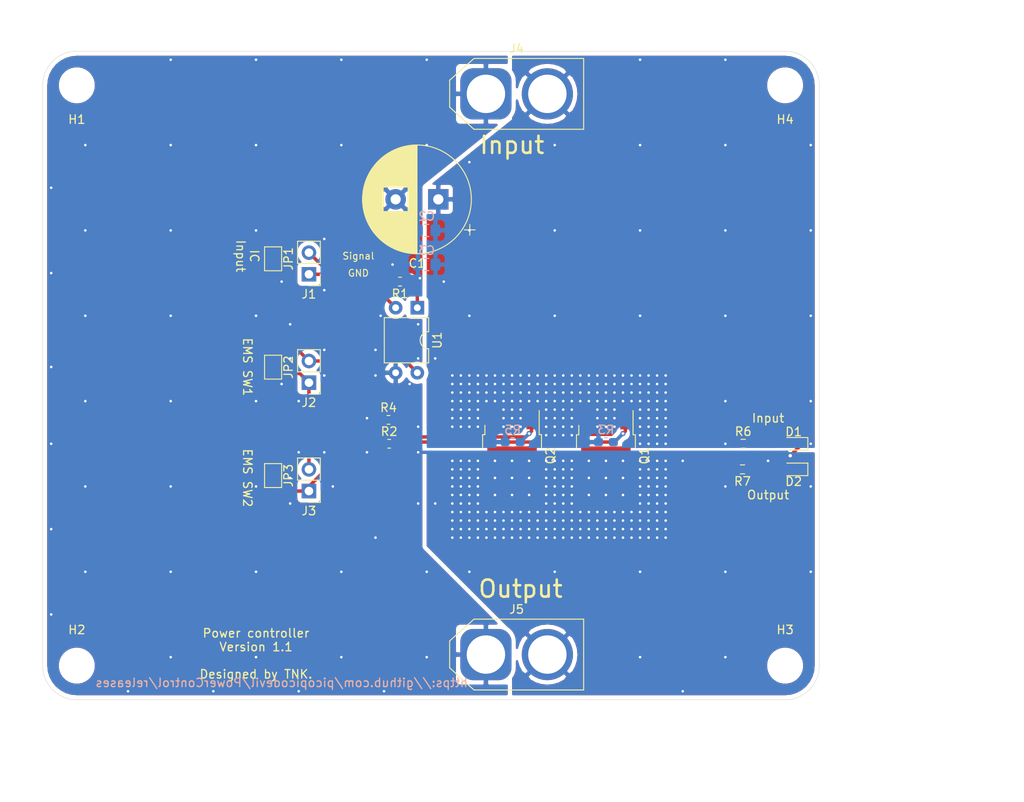
<source format=kicad_pcb>
(kicad_pcb (version 20171130) (host pcbnew "(5.1.10)-1")

  (general
    (thickness 1.6)
    (drawings 20)
    (tracks 518)
    (zones 0)
    (modules 27)
    (nets 14)
  )

  (page A4)
  (layers
    (0 F.Cu signal)
    (31 B.Cu signal)
    (32 B.Adhes user)
    (33 F.Adhes user)
    (34 B.Paste user)
    (35 F.Paste user)
    (36 B.SilkS user)
    (37 F.SilkS user)
    (38 B.Mask user)
    (39 F.Mask user)
    (40 Dwgs.User user)
    (41 Cmts.User user)
    (42 Eco1.User user)
    (43 Eco2.User user)
    (44 Edge.Cuts user)
    (45 Margin user)
    (46 B.CrtYd user)
    (47 F.CrtYd user)
    (48 B.Fab user)
    (49 F.Fab user)
  )

  (setup
    (last_trace_width 0.4)
    (user_trace_width 0.4)
    (trace_clearance 0.2)
    (zone_clearance 0.508)
    (zone_45_only no)
    (trace_min 0.2)
    (via_size 0.8)
    (via_drill 0.4)
    (via_min_size 0.4)
    (via_min_drill 0.3)
    (user_via 0.6 0.3)
    (uvia_size 0.3)
    (uvia_drill 0.1)
    (uvias_allowed no)
    (uvia_min_size 0.2)
    (uvia_min_drill 0.1)
    (edge_width 0.05)
    (segment_width 0.2)
    (pcb_text_width 0.3)
    (pcb_text_size 1.5 1.5)
    (mod_edge_width 0.12)
    (mod_text_size 1 1)
    (mod_text_width 0.15)
    (pad_size 1.524 1.524)
    (pad_drill 0.762)
    (pad_to_mask_clearance 0.05)
    (aux_axis_origin 0 0)
    (visible_elements 7FFFFFFF)
    (pcbplotparams
      (layerselection 0x010fc_ffffffff)
      (usegerberextensions false)
      (usegerberattributes true)
      (usegerberadvancedattributes true)
      (creategerberjobfile true)
      (excludeedgelayer true)
      (linewidth 0.100000)
      (plotframeref false)
      (viasonmask false)
      (mode 1)
      (useauxorigin false)
      (hpglpennumber 1)
      (hpglpenspeed 20)
      (hpglpendiameter 15.000000)
      (psnegative false)
      (psa4output false)
      (plotreference true)
      (plotvalue true)
      (plotinvisibletext false)
      (padsonsilk false)
      (subtractmaskfromsilk false)
      (outputformat 1)
      (mirror false)
      (drillshape 1)
      (scaleselection 1)
      (outputdirectory ""))
  )

  (net 0 "")
  (net 1 VCC)
  (net 2 GNDPWR)
  (net 3 OutPut)
  (net 4 /Signal)
  (net 5 GND)
  (net 6 "Net-(Q1-Pad1)")
  (net 7 "Net-(R1-Pad1)")
  (net 8 "Net-(Q2-Pad1)")
  (net 9 "Net-(J2-Pad2)")
  (net 10 "Net-(J2-Pad1)")
  (net 11 "Net-(J3-Pad1)")
  (net 12 "Net-(D1-Pad2)")
  (net 13 "Net-(D2-Pad2)")

  (net_class Default "This is the default net class."
    (clearance 0.2)
    (trace_width 0.25)
    (via_dia 0.8)
    (via_drill 0.4)
    (uvia_dia 0.3)
    (uvia_drill 0.1)
    (add_net /Signal)
    (add_net GND)
    (add_net GNDPWR)
    (add_net "Net-(D1-Pad2)")
    (add_net "Net-(D2-Pad2)")
    (add_net "Net-(J2-Pad1)")
    (add_net "Net-(J2-Pad2)")
    (add_net "Net-(J3-Pad1)")
    (add_net "Net-(Q1-Pad1)")
    (add_net "Net-(Q2-Pad1)")
    (add_net "Net-(R1-Pad1)")
    (add_net OutPut)
    (add_net VCC)
  )

  (module Resistor_SMD:R_0603_1608Metric_Pad0.98x0.95mm_HandSolder (layer F.Cu) (tedit 5F68FEEE) (tstamp 61446F22)
    (at 127 118)
    (descr "Resistor SMD 0603 (1608 Metric), square (rectangular) end terminal, IPC_7351 nominal with elongated pad for handsoldering. (Body size source: IPC-SM-782 page 72, https://www.pcb-3d.com/wordpress/wp-content/uploads/ipc-sm-782a_amendment_1_and_2.pdf), generated with kicad-footprint-generator")
    (tags "resistor handsolder")
    (path /6146B719)
    (attr smd)
    (fp_text reference R7 (at 0 1.4) (layer F.SilkS)
      (effects (font (size 1 1) (thickness 0.15)))
    )
    (fp_text value R (at 0 1.43) (layer F.Fab)
      (effects (font (size 1 1) (thickness 0.15)))
    )
    (fp_line (start 1.65 0.73) (end -1.65 0.73) (layer F.CrtYd) (width 0.05))
    (fp_line (start 1.65 -0.73) (end 1.65 0.73) (layer F.CrtYd) (width 0.05))
    (fp_line (start -1.65 -0.73) (end 1.65 -0.73) (layer F.CrtYd) (width 0.05))
    (fp_line (start -1.65 0.73) (end -1.65 -0.73) (layer F.CrtYd) (width 0.05))
    (fp_line (start -0.254724 0.5225) (end 0.254724 0.5225) (layer F.SilkS) (width 0.12))
    (fp_line (start -0.254724 -0.5225) (end 0.254724 -0.5225) (layer F.SilkS) (width 0.12))
    (fp_line (start 0.8 0.4125) (end -0.8 0.4125) (layer F.Fab) (width 0.1))
    (fp_line (start 0.8 -0.4125) (end 0.8 0.4125) (layer F.Fab) (width 0.1))
    (fp_line (start -0.8 -0.4125) (end 0.8 -0.4125) (layer F.Fab) (width 0.1))
    (fp_line (start -0.8 0.4125) (end -0.8 -0.4125) (layer F.Fab) (width 0.1))
    (fp_text user %R (at 0 0) (layer F.Fab)
      (effects (font (size 0.4 0.4) (thickness 0.06)))
    )
    (pad 1 smd roundrect (at -0.9125 0) (size 0.975 0.95) (layers F.Cu F.Paste F.Mask) (roundrect_rratio 0.25)
      (net 3 OutPut))
    (pad 2 smd roundrect (at 0.9125 0) (size 0.975 0.95) (layers F.Cu F.Paste F.Mask) (roundrect_rratio 0.25)
      (net 13 "Net-(D2-Pad2)"))
    (model ${KISYS3DMOD}/Resistor_SMD.3dshapes/R_0603_1608Metric.wrl
      (at (xyz 0 0 0))
      (scale (xyz 1 1 1))
      (rotate (xyz 0 0 0))
    )
  )

  (module Resistor_SMD:R_0603_1608Metric_Pad0.98x0.95mm_HandSolder (layer F.Cu) (tedit 5F68FEEE) (tstamp 61446F11)
    (at 127.0875 115)
    (descr "Resistor SMD 0603 (1608 Metric), square (rectangular) end terminal, IPC_7351 nominal with elongated pad for handsoldering. (Body size source: IPC-SM-782 page 72, https://www.pcb-3d.com/wordpress/wp-content/uploads/ipc-sm-782a_amendment_1_and_2.pdf), generated with kicad-footprint-generator")
    (tags "resistor handsolder")
    (path /614659A6)
    (attr smd)
    (fp_text reference R6 (at 0 -1.43) (layer F.SilkS)
      (effects (font (size 1 1) (thickness 0.15)))
    )
    (fp_text value R (at 0 1.43) (layer F.Fab)
      (effects (font (size 1 1) (thickness 0.15)))
    )
    (fp_text user %R (at 0 0) (layer F.Fab)
      (effects (font (size 0.4 0.4) (thickness 0.06)))
    )
    (fp_line (start -0.8 0.4125) (end -0.8 -0.4125) (layer F.Fab) (width 0.1))
    (fp_line (start -0.8 -0.4125) (end 0.8 -0.4125) (layer F.Fab) (width 0.1))
    (fp_line (start 0.8 -0.4125) (end 0.8 0.4125) (layer F.Fab) (width 0.1))
    (fp_line (start 0.8 0.4125) (end -0.8 0.4125) (layer F.Fab) (width 0.1))
    (fp_line (start -0.254724 -0.5225) (end 0.254724 -0.5225) (layer F.SilkS) (width 0.12))
    (fp_line (start -0.254724 0.5225) (end 0.254724 0.5225) (layer F.SilkS) (width 0.12))
    (fp_line (start -1.65 0.73) (end -1.65 -0.73) (layer F.CrtYd) (width 0.05))
    (fp_line (start -1.65 -0.73) (end 1.65 -0.73) (layer F.CrtYd) (width 0.05))
    (fp_line (start 1.65 -0.73) (end 1.65 0.73) (layer F.CrtYd) (width 0.05))
    (fp_line (start 1.65 0.73) (end -1.65 0.73) (layer F.CrtYd) (width 0.05))
    (pad 2 smd roundrect (at 0.9125 0) (size 0.975 0.95) (layers F.Cu F.Paste F.Mask) (roundrect_rratio 0.25)
      (net 12 "Net-(D1-Pad2)"))
    (pad 1 smd roundrect (at -0.9125 0) (size 0.975 0.95) (layers F.Cu F.Paste F.Mask) (roundrect_rratio 0.25)
      (net 1 VCC))
    (model ${KISYS3DMOD}/Resistor_SMD.3dshapes/R_0603_1608Metric.wrl
      (at (xyz 0 0 0))
      (scale (xyz 1 1 1))
      (rotate (xyz 0 0 0))
    )
  )

  (module LED_SMD:LED_0603_1608Metric_Pad1.05x0.95mm_HandSolder (layer F.Cu) (tedit 5F68FEF1) (tstamp 61444CC4)
    (at 133 118 180)
    (descr "LED SMD 0603 (1608 Metric), square (rectangular) end terminal, IPC_7351 nominal, (Body size source: http://www.tortai-tech.com/upload/download/2011102023233369053.pdf), generated with kicad-footprint-generator")
    (tags "LED handsolder")
    (path /6146B713)
    (attr smd)
    (fp_text reference D2 (at 0 -1.43) (layer F.SilkS)
      (effects (font (size 1 1) (thickness 0.15)))
    )
    (fp_text value LED (at 0 1.43) (layer F.Fab)
      (effects (font (size 1 1) (thickness 0.15)))
    )
    (fp_text user %R (at 0 0) (layer F.Fab)
      (effects (font (size 0.4 0.4) (thickness 0.06)))
    )
    (fp_line (start 0.8 -0.4) (end -0.5 -0.4) (layer F.Fab) (width 0.1))
    (fp_line (start -0.5 -0.4) (end -0.8 -0.1) (layer F.Fab) (width 0.1))
    (fp_line (start -0.8 -0.1) (end -0.8 0.4) (layer F.Fab) (width 0.1))
    (fp_line (start -0.8 0.4) (end 0.8 0.4) (layer F.Fab) (width 0.1))
    (fp_line (start 0.8 0.4) (end 0.8 -0.4) (layer F.Fab) (width 0.1))
    (fp_line (start 0.8 -0.735) (end -1.66 -0.735) (layer F.SilkS) (width 0.12))
    (fp_line (start -1.66 -0.735) (end -1.66 0.735) (layer F.SilkS) (width 0.12))
    (fp_line (start -1.66 0.735) (end 0.8 0.735) (layer F.SilkS) (width 0.12))
    (fp_line (start -1.65 0.73) (end -1.65 -0.73) (layer F.CrtYd) (width 0.05))
    (fp_line (start -1.65 -0.73) (end 1.65 -0.73) (layer F.CrtYd) (width 0.05))
    (fp_line (start 1.65 -0.73) (end 1.65 0.73) (layer F.CrtYd) (width 0.05))
    (fp_line (start 1.65 0.73) (end -1.65 0.73) (layer F.CrtYd) (width 0.05))
    (pad 1 smd roundrect (at -0.875 0 180) (size 1.05 0.95) (layers F.Cu F.Paste F.Mask) (roundrect_rratio 0.25)
      (net 2 GNDPWR))
    (pad 2 smd roundrect (at 0.875 0 180) (size 1.05 0.95) (layers F.Cu F.Paste F.Mask) (roundrect_rratio 0.25)
      (net 13 "Net-(D2-Pad2)"))
    (model ${KISYS3DMOD}/LED_SMD.3dshapes/LED_0603_1608Metric.wrl
      (at (xyz 0 0 0))
      (scale (xyz 1 1 1))
      (rotate (xyz 0 0 0))
    )
  )

  (module LED_SMD:LED_0603_1608Metric_Pad1.05x0.95mm_HandSolder (layer F.Cu) (tedit 5F68FEF1) (tstamp 61444CB1)
    (at 133 115 180)
    (descr "LED SMD 0603 (1608 Metric), square (rectangular) end terminal, IPC_7351 nominal, (Body size source: http://www.tortai-tech.com/upload/download/2011102023233369053.pdf), generated with kicad-footprint-generator")
    (tags "LED handsolder")
    (path /61464DFE)
    (attr smd)
    (fp_text reference D1 (at 0 1.4) (layer F.SilkS)
      (effects (font (size 1 1) (thickness 0.15)))
    )
    (fp_text value LED (at 0 1.43) (layer F.Fab)
      (effects (font (size 1 1) (thickness 0.15)))
    )
    (fp_line (start 1.65 0.73) (end -1.65 0.73) (layer F.CrtYd) (width 0.05))
    (fp_line (start 1.65 -0.73) (end 1.65 0.73) (layer F.CrtYd) (width 0.05))
    (fp_line (start -1.65 -0.73) (end 1.65 -0.73) (layer F.CrtYd) (width 0.05))
    (fp_line (start -1.65 0.73) (end -1.65 -0.73) (layer F.CrtYd) (width 0.05))
    (fp_line (start -1.66 0.735) (end 0.8 0.735) (layer F.SilkS) (width 0.12))
    (fp_line (start -1.66 -0.735) (end -1.66 0.735) (layer F.SilkS) (width 0.12))
    (fp_line (start 0.8 -0.735) (end -1.66 -0.735) (layer F.SilkS) (width 0.12))
    (fp_line (start 0.8 0.4) (end 0.8 -0.4) (layer F.Fab) (width 0.1))
    (fp_line (start -0.8 0.4) (end 0.8 0.4) (layer F.Fab) (width 0.1))
    (fp_line (start -0.8 -0.1) (end -0.8 0.4) (layer F.Fab) (width 0.1))
    (fp_line (start -0.5 -0.4) (end -0.8 -0.1) (layer F.Fab) (width 0.1))
    (fp_line (start 0.8 -0.4) (end -0.5 -0.4) (layer F.Fab) (width 0.1))
    (fp_text user %R (at 0 0) (layer F.Fab)
      (effects (font (size 0.4 0.4) (thickness 0.06)))
    )
    (pad 2 smd roundrect (at 0.875 0 180) (size 1.05 0.95) (layers F.Cu F.Paste F.Mask) (roundrect_rratio 0.25)
      (net 12 "Net-(D1-Pad2)"))
    (pad 1 smd roundrect (at -0.875 0 180) (size 1.05 0.95) (layers F.Cu F.Paste F.Mask) (roundrect_rratio 0.25)
      (net 2 GNDPWR))
    (model ${KISYS3DMOD}/LED_SMD.3dshapes/LED_0603_1608Metric.wrl
      (at (xyz 0 0 0))
      (scale (xyz 1 1 1))
      (rotate (xyz 0 0 0))
    )
  )

  (module MountingHole:MountingHole_3.2mm_M3 (layer F.Cu) (tedit 56D1B4CB) (tstamp 5EF2E3AF)
    (at 132 73)
    (descr "Mounting Hole 3.2mm, no annular, M3")
    (tags "mounting hole 3.2mm no annular m3")
    (path /5EF31C67)
    (attr virtual)
    (fp_text reference H4 (at 0 4) (layer F.SilkS)
      (effects (font (size 1 1) (thickness 0.15)))
    )
    (fp_text value MountingHole (at 0 4.2) (layer F.Fab)
      (effects (font (size 1 1) (thickness 0.15)))
    )
    (fp_circle (center 0 0) (end 3.2 0) (layer Cmts.User) (width 0.15))
    (fp_circle (center 0 0) (end 3.45 0) (layer F.CrtYd) (width 0.05))
    (fp_text user %R (at 0.3 0) (layer F.Fab)
      (effects (font (size 1 1) (thickness 0.15)))
    )
    (pad 1 np_thru_hole circle (at 0 0) (size 3.2 3.2) (drill 3.2) (layers *.Cu *.Mask))
  )

  (module MountingHole:MountingHole_3.2mm_M3 (layer F.Cu) (tedit 56D1B4CB) (tstamp 5EF2E3A7)
    (at 132 141)
    (descr "Mounting Hole 3.2mm, no annular, M3")
    (tags "mounting hole 3.2mm no annular m3")
    (path /5EF2FEEF)
    (attr virtual)
    (fp_text reference H3 (at 0 -4.2) (layer F.SilkS)
      (effects (font (size 1 1) (thickness 0.15)))
    )
    (fp_text value MountingHole (at 0 4.2) (layer F.Fab)
      (effects (font (size 1 1) (thickness 0.15)))
    )
    (fp_circle (center 0 0) (end 3.2 0) (layer Cmts.User) (width 0.15))
    (fp_circle (center 0 0) (end 3.45 0) (layer F.CrtYd) (width 0.05))
    (fp_text user %R (at 0.3 0) (layer F.Fab)
      (effects (font (size 1 1) (thickness 0.15)))
    )
    (pad 1 np_thru_hole circle (at 0 0) (size 3.2 3.2) (drill 3.2) (layers *.Cu *.Mask))
  )

  (module MountingHole:MountingHole_3.2mm_M3 (layer F.Cu) (tedit 56D1B4CB) (tstamp 5EF2E39F)
    (at 49 141)
    (descr "Mounting Hole 3.2mm, no annular, M3")
    (tags "mounting hole 3.2mm no annular m3")
    (path /5EF30E40)
    (attr virtual)
    (fp_text reference H2 (at 0 -4.2) (layer F.SilkS)
      (effects (font (size 1 1) (thickness 0.15)))
    )
    (fp_text value MountingHole (at 0 4.2) (layer F.Fab)
      (effects (font (size 1 1) (thickness 0.15)))
    )
    (fp_circle (center 0 0) (end 3.2 0) (layer Cmts.User) (width 0.15))
    (fp_circle (center 0 0) (end 3.45 0) (layer F.CrtYd) (width 0.05))
    (fp_text user %R (at 0.3 0) (layer F.Fab)
      (effects (font (size 1 1) (thickness 0.15)))
    )
    (pad 1 np_thru_hole circle (at 0 0) (size 3.2 3.2) (drill 3.2) (layers *.Cu *.Mask))
  )

  (module MountingHole:MountingHole_3.2mm_M3 (layer F.Cu) (tedit 56D1B4CB) (tstamp 5EF2E397)
    (at 49 73)
    (descr "Mounting Hole 3.2mm, no annular, M3")
    (tags "mounting hole 3.2mm no annular m3")
    (path /5EF2F027)
    (attr virtual)
    (fp_text reference H1 (at 0 4) (layer F.SilkS)
      (effects (font (size 1 1) (thickness 0.15)))
    )
    (fp_text value MountingHole (at 0 4.2) (layer F.Fab)
      (effects (font (size 1 1) (thickness 0.15)))
    )
    (fp_circle (center 0 0) (end 3.2 0) (layer Cmts.User) (width 0.15))
    (fp_circle (center 0 0) (end 3.45 0) (layer F.CrtYd) (width 0.05))
    (fp_text user %R (at 0.3 0) (layer F.Fab)
      (effects (font (size 1 1) (thickness 0.15)))
    )
    (pad 1 np_thru_hole circle (at 0 0) (size 3.2 3.2) (drill 3.2) (layers *.Cu *.Mask))
  )

  (module Capacitor_THT:CP_Radial_D12.5mm_P5.00mm (layer F.Cu) (tedit 5AE50EF1) (tstamp 5EF22666)
    (at 91.36 86.36 180)
    (descr "CP, Radial series, Radial, pin pitch=5.00mm, , diameter=12.5mm, Electrolytic Capacitor")
    (tags "CP Radial series Radial pin pitch 5.00mm  diameter 12.5mm Electrolytic Capacitor")
    (path /5EF5DFD2)
    (fp_text reference C1 (at 2.5 -7.5) (layer F.SilkS)
      (effects (font (size 1 1) (thickness 0.15)))
    )
    (fp_text value 1000u (at 2.5 7.5) (layer F.Fab)
      (effects (font (size 1 1) (thickness 0.15)))
    )
    (fp_line (start -3.692082 -4.2) (end -3.692082 -2.95) (layer F.SilkS) (width 0.12))
    (fp_line (start -4.317082 -3.575) (end -3.067082 -3.575) (layer F.SilkS) (width 0.12))
    (fp_line (start 8.861 -0.317) (end 8.861 0.317) (layer F.SilkS) (width 0.12))
    (fp_line (start 8.821 -0.757) (end 8.821 0.757) (layer F.SilkS) (width 0.12))
    (fp_line (start 8.781 -1.028) (end 8.781 1.028) (layer F.SilkS) (width 0.12))
    (fp_line (start 8.741 -1.241) (end 8.741 1.241) (layer F.SilkS) (width 0.12))
    (fp_line (start 8.701 -1.422) (end 8.701 1.422) (layer F.SilkS) (width 0.12))
    (fp_line (start 8.661 -1.583) (end 8.661 1.583) (layer F.SilkS) (width 0.12))
    (fp_line (start 8.621 -1.728) (end 8.621 1.728) (layer F.SilkS) (width 0.12))
    (fp_line (start 8.581 -1.861) (end 8.581 1.861) (layer F.SilkS) (width 0.12))
    (fp_line (start 8.541 -1.984) (end 8.541 1.984) (layer F.SilkS) (width 0.12))
    (fp_line (start 8.501 -2.1) (end 8.501 2.1) (layer F.SilkS) (width 0.12))
    (fp_line (start 8.461 -2.209) (end 8.461 2.209) (layer F.SilkS) (width 0.12))
    (fp_line (start 8.421 -2.312) (end 8.421 2.312) (layer F.SilkS) (width 0.12))
    (fp_line (start 8.381 -2.41) (end 8.381 2.41) (layer F.SilkS) (width 0.12))
    (fp_line (start 8.341 -2.504) (end 8.341 2.504) (layer F.SilkS) (width 0.12))
    (fp_line (start 8.301 -2.594) (end 8.301 2.594) (layer F.SilkS) (width 0.12))
    (fp_line (start 8.261 -2.681) (end 8.261 2.681) (layer F.SilkS) (width 0.12))
    (fp_line (start 8.221 -2.764) (end 8.221 2.764) (layer F.SilkS) (width 0.12))
    (fp_line (start 8.181 -2.844) (end 8.181 2.844) (layer F.SilkS) (width 0.12))
    (fp_line (start 8.141 -2.921) (end 8.141 2.921) (layer F.SilkS) (width 0.12))
    (fp_line (start 8.101 -2.996) (end 8.101 2.996) (layer F.SilkS) (width 0.12))
    (fp_line (start 8.061 -3.069) (end 8.061 3.069) (layer F.SilkS) (width 0.12))
    (fp_line (start 8.021 -3.14) (end 8.021 3.14) (layer F.SilkS) (width 0.12))
    (fp_line (start 7.981 -3.208) (end 7.981 3.208) (layer F.SilkS) (width 0.12))
    (fp_line (start 7.941 -3.275) (end 7.941 3.275) (layer F.SilkS) (width 0.12))
    (fp_line (start 7.901 -3.339) (end 7.901 3.339) (layer F.SilkS) (width 0.12))
    (fp_line (start 7.861 -3.402) (end 7.861 3.402) (layer F.SilkS) (width 0.12))
    (fp_line (start 7.821 -3.464) (end 7.821 3.464) (layer F.SilkS) (width 0.12))
    (fp_line (start 7.781 -3.524) (end 7.781 3.524) (layer F.SilkS) (width 0.12))
    (fp_line (start 7.741 -3.583) (end 7.741 3.583) (layer F.SilkS) (width 0.12))
    (fp_line (start 7.701 -3.64) (end 7.701 3.64) (layer F.SilkS) (width 0.12))
    (fp_line (start 7.661 -3.696) (end 7.661 3.696) (layer F.SilkS) (width 0.12))
    (fp_line (start 7.621 -3.75) (end 7.621 3.75) (layer F.SilkS) (width 0.12))
    (fp_line (start 7.581 -3.804) (end 7.581 3.804) (layer F.SilkS) (width 0.12))
    (fp_line (start 7.541 -3.856) (end 7.541 3.856) (layer F.SilkS) (width 0.12))
    (fp_line (start 7.501 -3.907) (end 7.501 3.907) (layer F.SilkS) (width 0.12))
    (fp_line (start 7.461 -3.957) (end 7.461 3.957) (layer F.SilkS) (width 0.12))
    (fp_line (start 7.421 -4.007) (end 7.421 4.007) (layer F.SilkS) (width 0.12))
    (fp_line (start 7.381 -4.055) (end 7.381 4.055) (layer F.SilkS) (width 0.12))
    (fp_line (start 7.341 -4.102) (end 7.341 4.102) (layer F.SilkS) (width 0.12))
    (fp_line (start 7.301 -4.148) (end 7.301 4.148) (layer F.SilkS) (width 0.12))
    (fp_line (start 7.261 -4.194) (end 7.261 4.194) (layer F.SilkS) (width 0.12))
    (fp_line (start 7.221 -4.238) (end 7.221 4.238) (layer F.SilkS) (width 0.12))
    (fp_line (start 7.181 -4.282) (end 7.181 4.282) (layer F.SilkS) (width 0.12))
    (fp_line (start 7.141 -4.325) (end 7.141 4.325) (layer F.SilkS) (width 0.12))
    (fp_line (start 7.101 -4.367) (end 7.101 4.367) (layer F.SilkS) (width 0.12))
    (fp_line (start 7.061 -4.408) (end 7.061 4.408) (layer F.SilkS) (width 0.12))
    (fp_line (start 7.021 -4.449) (end 7.021 4.449) (layer F.SilkS) (width 0.12))
    (fp_line (start 6.981 -4.489) (end 6.981 4.489) (layer F.SilkS) (width 0.12))
    (fp_line (start 6.941 -4.528) (end 6.941 4.528) (layer F.SilkS) (width 0.12))
    (fp_line (start 6.901 -4.567) (end 6.901 4.567) (layer F.SilkS) (width 0.12))
    (fp_line (start 6.861 -4.605) (end 6.861 4.605) (layer F.SilkS) (width 0.12))
    (fp_line (start 6.821 -4.642) (end 6.821 4.642) (layer F.SilkS) (width 0.12))
    (fp_line (start 6.781 -4.678) (end 6.781 4.678) (layer F.SilkS) (width 0.12))
    (fp_line (start 6.741 -4.714) (end 6.741 4.714) (layer F.SilkS) (width 0.12))
    (fp_line (start 6.701 -4.75) (end 6.701 4.75) (layer F.SilkS) (width 0.12))
    (fp_line (start 6.661 -4.785) (end 6.661 4.785) (layer F.SilkS) (width 0.12))
    (fp_line (start 6.621 -4.819) (end 6.621 4.819) (layer F.SilkS) (width 0.12))
    (fp_line (start 6.581 -4.852) (end 6.581 4.852) (layer F.SilkS) (width 0.12))
    (fp_line (start 6.541 -4.885) (end 6.541 4.885) (layer F.SilkS) (width 0.12))
    (fp_line (start 6.501 -4.918) (end 6.501 4.918) (layer F.SilkS) (width 0.12))
    (fp_line (start 6.461 -4.95) (end 6.461 4.95) (layer F.SilkS) (width 0.12))
    (fp_line (start 6.421 1.44) (end 6.421 4.982) (layer F.SilkS) (width 0.12))
    (fp_line (start 6.421 -4.982) (end 6.421 -1.44) (layer F.SilkS) (width 0.12))
    (fp_line (start 6.381 1.44) (end 6.381 5.012) (layer F.SilkS) (width 0.12))
    (fp_line (start 6.381 -5.012) (end 6.381 -1.44) (layer F.SilkS) (width 0.12))
    (fp_line (start 6.341 1.44) (end 6.341 5.043) (layer F.SilkS) (width 0.12))
    (fp_line (start 6.341 -5.043) (end 6.341 -1.44) (layer F.SilkS) (width 0.12))
    (fp_line (start 6.301 1.44) (end 6.301 5.073) (layer F.SilkS) (width 0.12))
    (fp_line (start 6.301 -5.073) (end 6.301 -1.44) (layer F.SilkS) (width 0.12))
    (fp_line (start 6.261 1.44) (end 6.261 5.102) (layer F.SilkS) (width 0.12))
    (fp_line (start 6.261 -5.102) (end 6.261 -1.44) (layer F.SilkS) (width 0.12))
    (fp_line (start 6.221 1.44) (end 6.221 5.131) (layer F.SilkS) (width 0.12))
    (fp_line (start 6.221 -5.131) (end 6.221 -1.44) (layer F.SilkS) (width 0.12))
    (fp_line (start 6.181 1.44) (end 6.181 5.16) (layer F.SilkS) (width 0.12))
    (fp_line (start 6.181 -5.16) (end 6.181 -1.44) (layer F.SilkS) (width 0.12))
    (fp_line (start 6.141 1.44) (end 6.141 5.188) (layer F.SilkS) (width 0.12))
    (fp_line (start 6.141 -5.188) (end 6.141 -1.44) (layer F.SilkS) (width 0.12))
    (fp_line (start 6.101 1.44) (end 6.101 5.216) (layer F.SilkS) (width 0.12))
    (fp_line (start 6.101 -5.216) (end 6.101 -1.44) (layer F.SilkS) (width 0.12))
    (fp_line (start 6.061 1.44) (end 6.061 5.243) (layer F.SilkS) (width 0.12))
    (fp_line (start 6.061 -5.243) (end 6.061 -1.44) (layer F.SilkS) (width 0.12))
    (fp_line (start 6.021 1.44) (end 6.021 5.27) (layer F.SilkS) (width 0.12))
    (fp_line (start 6.021 -5.27) (end 6.021 -1.44) (layer F.SilkS) (width 0.12))
    (fp_line (start 5.981 1.44) (end 5.981 5.296) (layer F.SilkS) (width 0.12))
    (fp_line (start 5.981 -5.296) (end 5.981 -1.44) (layer F.SilkS) (width 0.12))
    (fp_line (start 5.941 1.44) (end 5.941 5.322) (layer F.SilkS) (width 0.12))
    (fp_line (start 5.941 -5.322) (end 5.941 -1.44) (layer F.SilkS) (width 0.12))
    (fp_line (start 5.901 1.44) (end 5.901 5.347) (layer F.SilkS) (width 0.12))
    (fp_line (start 5.901 -5.347) (end 5.901 -1.44) (layer F.SilkS) (width 0.12))
    (fp_line (start 5.861 1.44) (end 5.861 5.372) (layer F.SilkS) (width 0.12))
    (fp_line (start 5.861 -5.372) (end 5.861 -1.44) (layer F.SilkS) (width 0.12))
    (fp_line (start 5.821 1.44) (end 5.821 5.397) (layer F.SilkS) (width 0.12))
    (fp_line (start 5.821 -5.397) (end 5.821 -1.44) (layer F.SilkS) (width 0.12))
    (fp_line (start 5.781 1.44) (end 5.781 5.421) (layer F.SilkS) (width 0.12))
    (fp_line (start 5.781 -5.421) (end 5.781 -1.44) (layer F.SilkS) (width 0.12))
    (fp_line (start 5.741 1.44) (end 5.741 5.445) (layer F.SilkS) (width 0.12))
    (fp_line (start 5.741 -5.445) (end 5.741 -1.44) (layer F.SilkS) (width 0.12))
    (fp_line (start 5.701 1.44) (end 5.701 5.468) (layer F.SilkS) (width 0.12))
    (fp_line (start 5.701 -5.468) (end 5.701 -1.44) (layer F.SilkS) (width 0.12))
    (fp_line (start 5.661 1.44) (end 5.661 5.491) (layer F.SilkS) (width 0.12))
    (fp_line (start 5.661 -5.491) (end 5.661 -1.44) (layer F.SilkS) (width 0.12))
    (fp_line (start 5.621 1.44) (end 5.621 5.514) (layer F.SilkS) (width 0.12))
    (fp_line (start 5.621 -5.514) (end 5.621 -1.44) (layer F.SilkS) (width 0.12))
    (fp_line (start 5.581 1.44) (end 5.581 5.536) (layer F.SilkS) (width 0.12))
    (fp_line (start 5.581 -5.536) (end 5.581 -1.44) (layer F.SilkS) (width 0.12))
    (fp_line (start 5.541 1.44) (end 5.541 5.558) (layer F.SilkS) (width 0.12))
    (fp_line (start 5.541 -5.558) (end 5.541 -1.44) (layer F.SilkS) (width 0.12))
    (fp_line (start 5.501 1.44) (end 5.501 5.58) (layer F.SilkS) (width 0.12))
    (fp_line (start 5.501 -5.58) (end 5.501 -1.44) (layer F.SilkS) (width 0.12))
    (fp_line (start 5.461 1.44) (end 5.461 5.601) (layer F.SilkS) (width 0.12))
    (fp_line (start 5.461 -5.601) (end 5.461 -1.44) (layer F.SilkS) (width 0.12))
    (fp_line (start 5.421 1.44) (end 5.421 5.622) (layer F.SilkS) (width 0.12))
    (fp_line (start 5.421 -5.622) (end 5.421 -1.44) (layer F.SilkS) (width 0.12))
    (fp_line (start 5.381 1.44) (end 5.381 5.642) (layer F.SilkS) (width 0.12))
    (fp_line (start 5.381 -5.642) (end 5.381 -1.44) (layer F.SilkS) (width 0.12))
    (fp_line (start 5.341 1.44) (end 5.341 5.662) (layer F.SilkS) (width 0.12))
    (fp_line (start 5.341 -5.662) (end 5.341 -1.44) (layer F.SilkS) (width 0.12))
    (fp_line (start 5.301 1.44) (end 5.301 5.682) (layer F.SilkS) (width 0.12))
    (fp_line (start 5.301 -5.682) (end 5.301 -1.44) (layer F.SilkS) (width 0.12))
    (fp_line (start 5.261 1.44) (end 5.261 5.702) (layer F.SilkS) (width 0.12))
    (fp_line (start 5.261 -5.702) (end 5.261 -1.44) (layer F.SilkS) (width 0.12))
    (fp_line (start 5.221 1.44) (end 5.221 5.721) (layer F.SilkS) (width 0.12))
    (fp_line (start 5.221 -5.721) (end 5.221 -1.44) (layer F.SilkS) (width 0.12))
    (fp_line (start 5.181 1.44) (end 5.181 5.739) (layer F.SilkS) (width 0.12))
    (fp_line (start 5.181 -5.739) (end 5.181 -1.44) (layer F.SilkS) (width 0.12))
    (fp_line (start 5.141 1.44) (end 5.141 5.758) (layer F.SilkS) (width 0.12))
    (fp_line (start 5.141 -5.758) (end 5.141 -1.44) (layer F.SilkS) (width 0.12))
    (fp_line (start 5.101 1.44) (end 5.101 5.776) (layer F.SilkS) (width 0.12))
    (fp_line (start 5.101 -5.776) (end 5.101 -1.44) (layer F.SilkS) (width 0.12))
    (fp_line (start 5.061 1.44) (end 5.061 5.793) (layer F.SilkS) (width 0.12))
    (fp_line (start 5.061 -5.793) (end 5.061 -1.44) (layer F.SilkS) (width 0.12))
    (fp_line (start 5.021 1.44) (end 5.021 5.811) (layer F.SilkS) (width 0.12))
    (fp_line (start 5.021 -5.811) (end 5.021 -1.44) (layer F.SilkS) (width 0.12))
    (fp_line (start 4.981 1.44) (end 4.981 5.828) (layer F.SilkS) (width 0.12))
    (fp_line (start 4.981 -5.828) (end 4.981 -1.44) (layer F.SilkS) (width 0.12))
    (fp_line (start 4.941 1.44) (end 4.941 5.845) (layer F.SilkS) (width 0.12))
    (fp_line (start 4.941 -5.845) (end 4.941 -1.44) (layer F.SilkS) (width 0.12))
    (fp_line (start 4.901 1.44) (end 4.901 5.861) (layer F.SilkS) (width 0.12))
    (fp_line (start 4.901 -5.861) (end 4.901 -1.44) (layer F.SilkS) (width 0.12))
    (fp_line (start 4.861 1.44) (end 4.861 5.877) (layer F.SilkS) (width 0.12))
    (fp_line (start 4.861 -5.877) (end 4.861 -1.44) (layer F.SilkS) (width 0.12))
    (fp_line (start 4.821 1.44) (end 4.821 5.893) (layer F.SilkS) (width 0.12))
    (fp_line (start 4.821 -5.893) (end 4.821 -1.44) (layer F.SilkS) (width 0.12))
    (fp_line (start 4.781 1.44) (end 4.781 5.908) (layer F.SilkS) (width 0.12))
    (fp_line (start 4.781 -5.908) (end 4.781 -1.44) (layer F.SilkS) (width 0.12))
    (fp_line (start 4.741 1.44) (end 4.741 5.924) (layer F.SilkS) (width 0.12))
    (fp_line (start 4.741 -5.924) (end 4.741 -1.44) (layer F.SilkS) (width 0.12))
    (fp_line (start 4.701 1.44) (end 4.701 5.939) (layer F.SilkS) (width 0.12))
    (fp_line (start 4.701 -5.939) (end 4.701 -1.44) (layer F.SilkS) (width 0.12))
    (fp_line (start 4.661 1.44) (end 4.661 5.953) (layer F.SilkS) (width 0.12))
    (fp_line (start 4.661 -5.953) (end 4.661 -1.44) (layer F.SilkS) (width 0.12))
    (fp_line (start 4.621 1.44) (end 4.621 5.967) (layer F.SilkS) (width 0.12))
    (fp_line (start 4.621 -5.967) (end 4.621 -1.44) (layer F.SilkS) (width 0.12))
    (fp_line (start 4.581 1.44) (end 4.581 5.981) (layer F.SilkS) (width 0.12))
    (fp_line (start 4.581 -5.981) (end 4.581 -1.44) (layer F.SilkS) (width 0.12))
    (fp_line (start 4.541 1.44) (end 4.541 5.995) (layer F.SilkS) (width 0.12))
    (fp_line (start 4.541 -5.995) (end 4.541 -1.44) (layer F.SilkS) (width 0.12))
    (fp_line (start 4.501 1.44) (end 4.501 6.008) (layer F.SilkS) (width 0.12))
    (fp_line (start 4.501 -6.008) (end 4.501 -1.44) (layer F.SilkS) (width 0.12))
    (fp_line (start 4.461 1.44) (end 4.461 6.021) (layer F.SilkS) (width 0.12))
    (fp_line (start 4.461 -6.021) (end 4.461 -1.44) (layer F.SilkS) (width 0.12))
    (fp_line (start 4.421 1.44) (end 4.421 6.034) (layer F.SilkS) (width 0.12))
    (fp_line (start 4.421 -6.034) (end 4.421 -1.44) (layer F.SilkS) (width 0.12))
    (fp_line (start 4.381 1.44) (end 4.381 6.047) (layer F.SilkS) (width 0.12))
    (fp_line (start 4.381 -6.047) (end 4.381 -1.44) (layer F.SilkS) (width 0.12))
    (fp_line (start 4.341 1.44) (end 4.341 6.059) (layer F.SilkS) (width 0.12))
    (fp_line (start 4.341 -6.059) (end 4.341 -1.44) (layer F.SilkS) (width 0.12))
    (fp_line (start 4.301 1.44) (end 4.301 6.071) (layer F.SilkS) (width 0.12))
    (fp_line (start 4.301 -6.071) (end 4.301 -1.44) (layer F.SilkS) (width 0.12))
    (fp_line (start 4.261 1.44) (end 4.261 6.083) (layer F.SilkS) (width 0.12))
    (fp_line (start 4.261 -6.083) (end 4.261 -1.44) (layer F.SilkS) (width 0.12))
    (fp_line (start 4.221 1.44) (end 4.221 6.094) (layer F.SilkS) (width 0.12))
    (fp_line (start 4.221 -6.094) (end 4.221 -1.44) (layer F.SilkS) (width 0.12))
    (fp_line (start 4.181 1.44) (end 4.181 6.105) (layer F.SilkS) (width 0.12))
    (fp_line (start 4.181 -6.105) (end 4.181 -1.44) (layer F.SilkS) (width 0.12))
    (fp_line (start 4.141 1.44) (end 4.141 6.116) (layer F.SilkS) (width 0.12))
    (fp_line (start 4.141 -6.116) (end 4.141 -1.44) (layer F.SilkS) (width 0.12))
    (fp_line (start 4.101 1.44) (end 4.101 6.126) (layer F.SilkS) (width 0.12))
    (fp_line (start 4.101 -6.126) (end 4.101 -1.44) (layer F.SilkS) (width 0.12))
    (fp_line (start 4.061 1.44) (end 4.061 6.137) (layer F.SilkS) (width 0.12))
    (fp_line (start 4.061 -6.137) (end 4.061 -1.44) (layer F.SilkS) (width 0.12))
    (fp_line (start 4.021 1.44) (end 4.021 6.146) (layer F.SilkS) (width 0.12))
    (fp_line (start 4.021 -6.146) (end 4.021 -1.44) (layer F.SilkS) (width 0.12))
    (fp_line (start 3.981 1.44) (end 3.981 6.156) (layer F.SilkS) (width 0.12))
    (fp_line (start 3.981 -6.156) (end 3.981 -1.44) (layer F.SilkS) (width 0.12))
    (fp_line (start 3.941 1.44) (end 3.941 6.166) (layer F.SilkS) (width 0.12))
    (fp_line (start 3.941 -6.166) (end 3.941 -1.44) (layer F.SilkS) (width 0.12))
    (fp_line (start 3.901 1.44) (end 3.901 6.175) (layer F.SilkS) (width 0.12))
    (fp_line (start 3.901 -6.175) (end 3.901 -1.44) (layer F.SilkS) (width 0.12))
    (fp_line (start 3.861 1.44) (end 3.861 6.184) (layer F.SilkS) (width 0.12))
    (fp_line (start 3.861 -6.184) (end 3.861 -1.44) (layer F.SilkS) (width 0.12))
    (fp_line (start 3.821 1.44) (end 3.821 6.192) (layer F.SilkS) (width 0.12))
    (fp_line (start 3.821 -6.192) (end 3.821 -1.44) (layer F.SilkS) (width 0.12))
    (fp_line (start 3.781 1.44) (end 3.781 6.201) (layer F.SilkS) (width 0.12))
    (fp_line (start 3.781 -6.201) (end 3.781 -1.44) (layer F.SilkS) (width 0.12))
    (fp_line (start 3.741 1.44) (end 3.741 6.209) (layer F.SilkS) (width 0.12))
    (fp_line (start 3.741 -6.209) (end 3.741 -1.44) (layer F.SilkS) (width 0.12))
    (fp_line (start 3.701 1.44) (end 3.701 6.216) (layer F.SilkS) (width 0.12))
    (fp_line (start 3.701 -6.216) (end 3.701 -1.44) (layer F.SilkS) (width 0.12))
    (fp_line (start 3.661 1.44) (end 3.661 6.224) (layer F.SilkS) (width 0.12))
    (fp_line (start 3.661 -6.224) (end 3.661 -1.44) (layer F.SilkS) (width 0.12))
    (fp_line (start 3.621 1.44) (end 3.621 6.231) (layer F.SilkS) (width 0.12))
    (fp_line (start 3.621 -6.231) (end 3.621 -1.44) (layer F.SilkS) (width 0.12))
    (fp_line (start 3.581 1.44) (end 3.581 6.238) (layer F.SilkS) (width 0.12))
    (fp_line (start 3.581 -6.238) (end 3.581 -1.44) (layer F.SilkS) (width 0.12))
    (fp_line (start 3.541 -6.245) (end 3.541 6.245) (layer F.SilkS) (width 0.12))
    (fp_line (start 3.501 -6.252) (end 3.501 6.252) (layer F.SilkS) (width 0.12))
    (fp_line (start 3.461 -6.258) (end 3.461 6.258) (layer F.SilkS) (width 0.12))
    (fp_line (start 3.421 -6.264) (end 3.421 6.264) (layer F.SilkS) (width 0.12))
    (fp_line (start 3.381 -6.269) (end 3.381 6.269) (layer F.SilkS) (width 0.12))
    (fp_line (start 3.341 -6.275) (end 3.341 6.275) (layer F.SilkS) (width 0.12))
    (fp_line (start 3.301 -6.28) (end 3.301 6.28) (layer F.SilkS) (width 0.12))
    (fp_line (start 3.261 -6.285) (end 3.261 6.285) (layer F.SilkS) (width 0.12))
    (fp_line (start 3.221 -6.29) (end 3.221 6.29) (layer F.SilkS) (width 0.12))
    (fp_line (start 3.18 -6.294) (end 3.18 6.294) (layer F.SilkS) (width 0.12))
    (fp_line (start 3.14 -6.298) (end 3.14 6.298) (layer F.SilkS) (width 0.12))
    (fp_line (start 3.1 -6.302) (end 3.1 6.302) (layer F.SilkS) (width 0.12))
    (fp_line (start 3.06 -6.306) (end 3.06 6.306) (layer F.SilkS) (width 0.12))
    (fp_line (start 3.02 -6.309) (end 3.02 6.309) (layer F.SilkS) (width 0.12))
    (fp_line (start 2.98 -6.312) (end 2.98 6.312) (layer F.SilkS) (width 0.12))
    (fp_line (start 2.94 -6.315) (end 2.94 6.315) (layer F.SilkS) (width 0.12))
    (fp_line (start 2.9 -6.318) (end 2.9 6.318) (layer F.SilkS) (width 0.12))
    (fp_line (start 2.86 -6.32) (end 2.86 6.32) (layer F.SilkS) (width 0.12))
    (fp_line (start 2.82 -6.322) (end 2.82 6.322) (layer F.SilkS) (width 0.12))
    (fp_line (start 2.78 -6.324) (end 2.78 6.324) (layer F.SilkS) (width 0.12))
    (fp_line (start 2.74 -6.326) (end 2.74 6.326) (layer F.SilkS) (width 0.12))
    (fp_line (start 2.7 -6.327) (end 2.7 6.327) (layer F.SilkS) (width 0.12))
    (fp_line (start 2.66 -6.328) (end 2.66 6.328) (layer F.SilkS) (width 0.12))
    (fp_line (start 2.62 -6.329) (end 2.62 6.329) (layer F.SilkS) (width 0.12))
    (fp_line (start 2.58 -6.33) (end 2.58 6.33) (layer F.SilkS) (width 0.12))
    (fp_line (start 2.54 -6.33) (end 2.54 6.33) (layer F.SilkS) (width 0.12))
    (fp_line (start 2.5 -6.33) (end 2.5 6.33) (layer F.SilkS) (width 0.12))
    (fp_line (start -2.241489 -3.3625) (end -2.241489 -2.1125) (layer F.Fab) (width 0.1))
    (fp_line (start -2.866489 -2.7375) (end -1.616489 -2.7375) (layer F.Fab) (width 0.1))
    (fp_circle (center 2.5 0) (end 9 0) (layer F.CrtYd) (width 0.05))
    (fp_circle (center 2.5 0) (end 8.87 0) (layer F.SilkS) (width 0.12))
    (fp_circle (center 2.5 0) (end 8.75 0) (layer F.Fab) (width 0.1))
    (fp_text user %R (at 2.5 0) (layer F.Fab)
      (effects (font (size 1 1) (thickness 0.15)))
    )
    (pad 2 thru_hole circle (at 5 0 180) (size 2.4 2.4) (drill 1.2) (layers *.Cu *.Mask)
      (net 2 GNDPWR))
    (pad 1 thru_hole rect (at 0 0 180) (size 2.4 2.4) (drill 1.2) (layers *.Cu *.Mask)
      (net 1 VCC))
    (model ${KISYS3DMOD}/Capacitor_THT.3dshapes/CP_Radial_D12.5mm_P5.00mm.wrl
      (at (xyz 0 0 0))
      (scale (xyz 1 1 1))
      (rotate (xyz 0 0 0))
    )
  )

  (module Capacitor_SMD:C_0805_2012Metric_Pad1.15x1.40mm_HandSolder (layer B.Cu) (tedit 5B36C52B) (tstamp 5EF2CB22)
    (at 90 94 180)
    (descr "Capacitor SMD 0805 (2012 Metric), square (rectangular) end terminal, IPC_7351 nominal with elongated pad for handsoldering. (Body size source: https://docs.google.com/spreadsheets/d/1BsfQQcO9C6DZCsRaXUlFlo91Tg2WpOkGARC1WS5S8t0/edit?usp=sharing), generated with kicad-footprint-generator")
    (tags "capacitor handsolder")
    (path /5EF62FBC)
    (attr smd)
    (fp_text reference C3 (at 0 1.65) (layer B.SilkS)
      (effects (font (size 1 1) (thickness 0.15)) (justify mirror))
    )
    (fp_text value 1u (at 0 -1.65) (layer B.Fab)
      (effects (font (size 1 1) (thickness 0.15)) (justify mirror))
    )
    (fp_line (start -1 -0.6) (end -1 0.6) (layer B.Fab) (width 0.1))
    (fp_line (start -1 0.6) (end 1 0.6) (layer B.Fab) (width 0.1))
    (fp_line (start 1 0.6) (end 1 -0.6) (layer B.Fab) (width 0.1))
    (fp_line (start 1 -0.6) (end -1 -0.6) (layer B.Fab) (width 0.1))
    (fp_line (start -0.261252 0.71) (end 0.261252 0.71) (layer B.SilkS) (width 0.12))
    (fp_line (start -0.261252 -0.71) (end 0.261252 -0.71) (layer B.SilkS) (width 0.12))
    (fp_line (start -1.85 -0.95) (end -1.85 0.95) (layer B.CrtYd) (width 0.05))
    (fp_line (start -1.85 0.95) (end 1.85 0.95) (layer B.CrtYd) (width 0.05))
    (fp_line (start 1.85 0.95) (end 1.85 -0.95) (layer B.CrtYd) (width 0.05))
    (fp_line (start 1.85 -0.95) (end -1.85 -0.95) (layer B.CrtYd) (width 0.05))
    (fp_text user %R (at 0 0) (layer B.Fab)
      (effects (font (size 0.5 0.5) (thickness 0.08)) (justify mirror))
    )
    (pad 2 smd roundrect (at 1.025 0 180) (size 1.15 1.4) (layers B.Cu B.Paste B.Mask) (roundrect_rratio 0.2173904347826087)
      (net 2 GNDPWR))
    (pad 1 smd roundrect (at -1.025 0 180) (size 1.15 1.4) (layers B.Cu B.Paste B.Mask) (roundrect_rratio 0.2173904347826087)
      (net 1 VCC))
    (model ${KISYS3DMOD}/Capacitor_SMD.3dshapes/C_0805_2012Metric.wrl
      (at (xyz 0 0 0))
      (scale (xyz 1 1 1))
      (rotate (xyz 0 0 0))
    )
  )

  (module Capacitor_SMD:C_0805_2012Metric_Pad1.15x1.40mm_HandSolder (layer B.Cu) (tedit 5B36C52B) (tstamp 5EF2CB11)
    (at 90 90 180)
    (descr "Capacitor SMD 0805 (2012 Metric), square (rectangular) end terminal, IPC_7351 nominal with elongated pad for handsoldering. (Body size source: https://docs.google.com/spreadsheets/d/1BsfQQcO9C6DZCsRaXUlFlo91Tg2WpOkGARC1WS5S8t0/edit?usp=sharing), generated with kicad-footprint-generator")
    (tags "capacitor handsolder")
    (path /5EF611D5)
    (attr smd)
    (fp_text reference C2 (at 0 1.65) (layer B.SilkS)
      (effects (font (size 1 1) (thickness 0.15)) (justify mirror))
    )
    (fp_text value 10u (at 0 -1.65) (layer B.Fab)
      (effects (font (size 1 1) (thickness 0.15)) (justify mirror))
    )
    (fp_line (start -1 -0.6) (end -1 0.6) (layer B.Fab) (width 0.1))
    (fp_line (start -1 0.6) (end 1 0.6) (layer B.Fab) (width 0.1))
    (fp_line (start 1 0.6) (end 1 -0.6) (layer B.Fab) (width 0.1))
    (fp_line (start 1 -0.6) (end -1 -0.6) (layer B.Fab) (width 0.1))
    (fp_line (start -0.261252 0.71) (end 0.261252 0.71) (layer B.SilkS) (width 0.12))
    (fp_line (start -0.261252 -0.71) (end 0.261252 -0.71) (layer B.SilkS) (width 0.12))
    (fp_line (start -1.85 -0.95) (end -1.85 0.95) (layer B.CrtYd) (width 0.05))
    (fp_line (start -1.85 0.95) (end 1.85 0.95) (layer B.CrtYd) (width 0.05))
    (fp_line (start 1.85 0.95) (end 1.85 -0.95) (layer B.CrtYd) (width 0.05))
    (fp_line (start 1.85 -0.95) (end -1.85 -0.95) (layer B.CrtYd) (width 0.05))
    (fp_text user %R (at 0 0) (layer B.Fab)
      (effects (font (size 0.5 0.5) (thickness 0.08)) (justify mirror))
    )
    (pad 2 smd roundrect (at 1.025 0 180) (size 1.15 1.4) (layers B.Cu B.Paste B.Mask) (roundrect_rratio 0.2173904347826087)
      (net 2 GNDPWR))
    (pad 1 smd roundrect (at -1.025 0 180) (size 1.15 1.4) (layers B.Cu B.Paste B.Mask) (roundrect_rratio 0.2173904347826087)
      (net 1 VCC))
    (model ${KISYS3DMOD}/Capacitor_SMD.3dshapes/C_0805_2012Metric.wrl
      (at (xyz 0 0 0))
      (scale (xyz 1 1 1))
      (rotate (xyz 0 0 0))
    )
  )

  (module Resistor_SMD:R_0603_1608Metric_Pad1.05x0.95mm_HandSolder (layer F.Cu) (tedit 5B301BBD) (tstamp 5EF28043)
    (at 85.525 112.2)
    (descr "Resistor SMD 0603 (1608 Metric), square (rectangular) end terminal, IPC_7351 nominal with elongated pad for handsoldering. (Body size source: http://www.tortai-tech.com/upload/download/2011102023233369053.pdf), generated with kicad-footprint-generator")
    (tags "resistor handsolder")
    (path /5EF382E8)
    (attr smd)
    (fp_text reference R4 (at 0 -1.43) (layer F.SilkS)
      (effects (font (size 1 1) (thickness 0.15)))
    )
    (fp_text value 1k (at 0 1.43) (layer F.Fab)
      (effects (font (size 1 1) (thickness 0.15)))
    )
    (fp_line (start -0.8 0.4) (end -0.8 -0.4) (layer F.Fab) (width 0.1))
    (fp_line (start -0.8 -0.4) (end 0.8 -0.4) (layer F.Fab) (width 0.1))
    (fp_line (start 0.8 -0.4) (end 0.8 0.4) (layer F.Fab) (width 0.1))
    (fp_line (start 0.8 0.4) (end -0.8 0.4) (layer F.Fab) (width 0.1))
    (fp_line (start -0.171267 -0.51) (end 0.171267 -0.51) (layer F.SilkS) (width 0.12))
    (fp_line (start -0.171267 0.51) (end 0.171267 0.51) (layer F.SilkS) (width 0.12))
    (fp_line (start -1.65 0.73) (end -1.65 -0.73) (layer F.CrtYd) (width 0.05))
    (fp_line (start -1.65 -0.73) (end 1.65 -0.73) (layer F.CrtYd) (width 0.05))
    (fp_line (start 1.65 -0.73) (end 1.65 0.73) (layer F.CrtYd) (width 0.05))
    (fp_line (start 1.65 0.73) (end -1.65 0.73) (layer F.CrtYd) (width 0.05))
    (fp_text user %R (at 0 0) (layer F.Fab)
      (effects (font (size 0.4 0.4) (thickness 0.06)))
    )
    (pad 2 smd roundrect (at 0.875 0) (size 1.05 0.95) (layers F.Cu F.Paste F.Mask) (roundrect_rratio 0.25)
      (net 8 "Net-(Q2-Pad1)"))
    (pad 1 smd roundrect (at -0.875 0) (size 1.05 0.95) (layers F.Cu F.Paste F.Mask) (roundrect_rratio 0.25)
      (net 11 "Net-(J3-Pad1)"))
    (model ${KISYS3DMOD}/Resistor_SMD.3dshapes/R_0603_1608Metric.wrl
      (at (xyz 0 0 0))
      (scale (xyz 1 1 1))
      (rotate (xyz 0 0 0))
    )
  )

  (module Resistor_SMD:R_0603_1608Metric_Pad1.05x0.95mm_HandSolder (layer B.Cu) (tedit 5B301BBD) (tstamp 5EF28032)
    (at 100.075 114.8 180)
    (descr "Resistor SMD 0603 (1608 Metric), square (rectangular) end terminal, IPC_7351 nominal with elongated pad for handsoldering. (Body size source: http://www.tortai-tech.com/upload/download/2011102023233369053.pdf), generated with kicad-footprint-generator")
    (tags "resistor handsolder")
    (path /5EF2BF57)
    (attr smd)
    (fp_text reference R5 (at 0 1.43) (layer B.SilkS)
      (effects (font (size 1 1) (thickness 0.15)) (justify mirror))
    )
    (fp_text value 10k (at 0 -1.43) (layer B.Fab)
      (effects (font (size 1 1) (thickness 0.15)) (justify mirror))
    )
    (fp_line (start -0.8 -0.4) (end -0.8 0.4) (layer B.Fab) (width 0.1))
    (fp_line (start -0.8 0.4) (end 0.8 0.4) (layer B.Fab) (width 0.1))
    (fp_line (start 0.8 0.4) (end 0.8 -0.4) (layer B.Fab) (width 0.1))
    (fp_line (start 0.8 -0.4) (end -0.8 -0.4) (layer B.Fab) (width 0.1))
    (fp_line (start -0.171267 0.51) (end 0.171267 0.51) (layer B.SilkS) (width 0.12))
    (fp_line (start -0.171267 -0.51) (end 0.171267 -0.51) (layer B.SilkS) (width 0.12))
    (fp_line (start -1.65 -0.73) (end -1.65 0.73) (layer B.CrtYd) (width 0.05))
    (fp_line (start -1.65 0.73) (end 1.65 0.73) (layer B.CrtYd) (width 0.05))
    (fp_line (start 1.65 0.73) (end 1.65 -0.73) (layer B.CrtYd) (width 0.05))
    (fp_line (start 1.65 -0.73) (end -1.65 -0.73) (layer B.CrtYd) (width 0.05))
    (fp_text user %R (at 0 0) (layer B.Fab)
      (effects (font (size 0.4 0.4) (thickness 0.06)) (justify mirror))
    )
    (pad 2 smd roundrect (at 0.875 0 180) (size 1.05 0.95) (layers B.Cu B.Paste B.Mask) (roundrect_rratio 0.25)
      (net 1 VCC))
    (pad 1 smd roundrect (at -0.875 0 180) (size 1.05 0.95) (layers B.Cu B.Paste B.Mask) (roundrect_rratio 0.25)
      (net 8 "Net-(Q2-Pad1)"))
    (model ${KISYS3DMOD}/Resistor_SMD.3dshapes/R_0603_1608Metric.wrl
      (at (xyz 0 0 0))
      (scale (xyz 1 1 1))
      (rotate (xyz 0 0 0))
    )
  )

  (module Package_TO_SOT_SMD:TO-252-2 (layer F.Cu) (tedit 5A70A390) (tstamp 5EF27FC1)
    (at 100 116.4 270)
    (descr "TO-252 / DPAK SMD package, http://www.infineon.com/cms/en/product/packages/PG-TO252/PG-TO252-3-1/")
    (tags "DPAK TO-252 DPAK-3 TO-252-3 SOT-428")
    (path /5EF2BF51)
    (attr smd)
    (fp_text reference Q2 (at 0 -4.5 90) (layer F.SilkS)
      (effects (font (size 1 1) (thickness 0.15)))
    )
    (fp_text value IPD80P03P4L-07 (at 0 4.5 90) (layer F.Fab)
      (effects (font (size 1 1) (thickness 0.15)))
    )
    (fp_line (start 3.95 -2.7) (end 4.95 -2.7) (layer F.Fab) (width 0.1))
    (fp_line (start 4.95 -2.7) (end 4.95 2.7) (layer F.Fab) (width 0.1))
    (fp_line (start 4.95 2.7) (end 3.95 2.7) (layer F.Fab) (width 0.1))
    (fp_line (start 3.95 -3.25) (end 3.95 3.25) (layer F.Fab) (width 0.1))
    (fp_line (start 3.95 3.25) (end -2.27 3.25) (layer F.Fab) (width 0.1))
    (fp_line (start -2.27 3.25) (end -2.27 -2.25) (layer F.Fab) (width 0.1))
    (fp_line (start -2.27 -2.25) (end -1.27 -3.25) (layer F.Fab) (width 0.1))
    (fp_line (start -1.27 -3.25) (end 3.95 -3.25) (layer F.Fab) (width 0.1))
    (fp_line (start -1.865 -2.655) (end -4.97 -2.655) (layer F.Fab) (width 0.1))
    (fp_line (start -4.97 -2.655) (end -4.97 -1.905) (layer F.Fab) (width 0.1))
    (fp_line (start -4.97 -1.905) (end -2.27 -1.905) (layer F.Fab) (width 0.1))
    (fp_line (start -2.27 1.905) (end -4.97 1.905) (layer F.Fab) (width 0.1))
    (fp_line (start -4.97 1.905) (end -4.97 2.655) (layer F.Fab) (width 0.1))
    (fp_line (start -4.97 2.655) (end -2.27 2.655) (layer F.Fab) (width 0.1))
    (fp_line (start -0.97 -3.45) (end -2.47 -3.45) (layer F.SilkS) (width 0.12))
    (fp_line (start -2.47 -3.45) (end -2.47 -3.18) (layer F.SilkS) (width 0.12))
    (fp_line (start -2.47 -3.18) (end -5.3 -3.18) (layer F.SilkS) (width 0.12))
    (fp_line (start -0.97 3.45) (end -2.47 3.45) (layer F.SilkS) (width 0.12))
    (fp_line (start -2.47 3.45) (end -2.47 3.18) (layer F.SilkS) (width 0.12))
    (fp_line (start -2.47 3.18) (end -3.57 3.18) (layer F.SilkS) (width 0.12))
    (fp_line (start -5.55 -3.5) (end -5.55 3.5) (layer F.CrtYd) (width 0.05))
    (fp_line (start -5.55 3.5) (end 5.55 3.5) (layer F.CrtYd) (width 0.05))
    (fp_line (start 5.55 3.5) (end 5.55 -3.5) (layer F.CrtYd) (width 0.05))
    (fp_line (start 5.55 -3.5) (end -5.55 -3.5) (layer F.CrtYd) (width 0.05))
    (fp_text user %R (at 0 0 90) (layer F.Fab)
      (effects (font (size 1 1) (thickness 0.15)))
    )
    (pad "" smd rect (at 0.425 1.525 270) (size 3.05 2.75) (layers F.Paste))
    (pad "" smd rect (at 3.775 -1.525 270) (size 3.05 2.75) (layers F.Paste))
    (pad "" smd rect (at 0.425 -1.525 270) (size 3.05 2.75) (layers F.Paste))
    (pad "" smd rect (at 3.775 1.525 270) (size 3.05 2.75) (layers F.Paste))
    (pad 2 smd rect (at 2.1 0 270) (size 6.4 5.8) (layers F.Cu F.Mask)
      (net 3 OutPut))
    (pad 3 smd rect (at -4.2 2.28 270) (size 2.2 1.2) (layers F.Cu F.Paste F.Mask)
      (net 1 VCC))
    (pad 1 smd rect (at -4.2 -2.28 270) (size 2.2 1.2) (layers F.Cu F.Paste F.Mask)
      (net 8 "Net-(Q2-Pad1)"))
    (model ${KISYS3DMOD}/Package_TO_SOT_SMD.3dshapes/TO-252-2.wrl
      (at (xyz 0 0 0))
      (scale (xyz 1 1 1))
      (rotate (xyz 0 0 0))
    )
  )

  (module Jumper:SolderJumper-2_P1.3mm_Open_TrianglePad1.0x1.5mm (layer F.Cu) (tedit 5A64794F) (tstamp 5EF14CEA)
    (at 72 93.325 270)
    (descr "SMD Solder Jumper, 1x1.5mm Triangular Pads, 0.3mm gap, open")
    (tags "solder jumper open")
    (path /5EF1E5F2)
    (attr virtual)
    (fp_text reference JP1 (at 0 -1.8 270) (layer F.SilkS)
      (effects (font (size 1 1) (thickness 0.15)))
    )
    (fp_text value SolderJumper_2_Open (at 0 1.9 90) (layer F.Fab)
      (effects (font (size 1 1) (thickness 0.15)))
    )
    (fp_line (start 1.65 1.25) (end -1.65 1.25) (layer F.CrtYd) (width 0.05))
    (fp_line (start 1.65 1.25) (end 1.65 -1.25) (layer F.CrtYd) (width 0.05))
    (fp_line (start -1.65 -1.25) (end -1.65 1.25) (layer F.CrtYd) (width 0.05))
    (fp_line (start -1.65 -1.25) (end 1.65 -1.25) (layer F.CrtYd) (width 0.05))
    (fp_line (start -1.4 -1) (end 1.4 -1) (layer F.SilkS) (width 0.12))
    (fp_line (start 1.4 -1) (end 1.4 1) (layer F.SilkS) (width 0.12))
    (fp_line (start 1.4 1) (end -1.4 1) (layer F.SilkS) (width 0.12))
    (fp_line (start -1.4 1) (end -1.4 -1) (layer F.SilkS) (width 0.12))
    (pad 1 smd custom (at -0.725 0 270) (size 0.3 0.3) (layers F.Cu F.Mask)
      (net 2 GNDPWR) (zone_connect 2)
      (options (clearance outline) (anchor rect))
      (primitives
        (gr_poly (pts
           (xy -0.5 -0.75) (xy 0.5 -0.75) (xy 1 0) (xy 0.5 0.75) (xy -0.5 0.75)
) (width 0))
      ))
    (pad 2 smd custom (at 0.725 0 270) (size 0.3 0.3) (layers F.Cu F.Mask)
      (net 9 "Net-(J2-Pad2)") (zone_connect 2)
      (options (clearance outline) (anchor rect))
      (primitives
        (gr_poly (pts
           (xy -0.65 -0.75) (xy 0.5 -0.75) (xy 0.5 0.75) (xy -0.65 0.75) (xy -0.15 0)
) (width 0))
      ))
  )

  (module Jumper:SolderJumper-2_P1.3mm_Open_TrianglePad1.0x1.5mm (layer F.Cu) (tedit 5A64794F) (tstamp 5EF1357F)
    (at 72 118.725 270)
    (descr "SMD Solder Jumper, 1x1.5mm Triangular Pads, 0.3mm gap, open")
    (tags "solder jumper open")
    (path /5EF13331)
    (attr virtual)
    (fp_text reference JP3 (at 0 -1.8 90) (layer F.SilkS)
      (effects (font (size 1 1) (thickness 0.15)))
    )
    (fp_text value SolderJumper_2_Open (at 0 1.9 90) (layer F.Fab)
      (effects (font (size 1 1) (thickness 0.15)))
    )
    (fp_line (start 1.65 1.25) (end -1.65 1.25) (layer F.CrtYd) (width 0.05))
    (fp_line (start 1.65 1.25) (end 1.65 -1.25) (layer F.CrtYd) (width 0.05))
    (fp_line (start -1.65 -1.25) (end -1.65 1.25) (layer F.CrtYd) (width 0.05))
    (fp_line (start -1.65 -1.25) (end 1.65 -1.25) (layer F.CrtYd) (width 0.05))
    (fp_line (start -1.4 -1) (end 1.4 -1) (layer F.SilkS) (width 0.12))
    (fp_line (start 1.4 -1) (end 1.4 1) (layer F.SilkS) (width 0.12))
    (fp_line (start 1.4 1) (end -1.4 1) (layer F.SilkS) (width 0.12))
    (fp_line (start -1.4 1) (end -1.4 -1) (layer F.SilkS) (width 0.12))
    (pad 1 smd custom (at -0.725 0 270) (size 0.3 0.3) (layers F.Cu F.Mask)
      (net 10 "Net-(J2-Pad1)") (zone_connect 2)
      (options (clearance outline) (anchor rect))
      (primitives
        (gr_poly (pts
           (xy -0.5 -0.75) (xy 0.5 -0.75) (xy 1 0) (xy 0.5 0.75) (xy -0.5 0.75)
) (width 0))
      ))
    (pad 2 smd custom (at 0.725 0 270) (size 0.3 0.3) (layers F.Cu F.Mask)
      (net 11 "Net-(J3-Pad1)") (zone_connect 2)
      (options (clearance outline) (anchor rect))
      (primitives
        (gr_poly (pts
           (xy -0.65 -0.75) (xy 0.5 -0.75) (xy 0.5 0.75) (xy -0.65 0.75) (xy -0.15 0)
) (width 0))
      ))
  )

  (module Jumper:SolderJumper-2_P1.3mm_Open_TrianglePad1.0x1.5mm (layer F.Cu) (tedit 5A64794F) (tstamp 5EF127B7)
    (at 72 106.025 270)
    (descr "SMD Solder Jumper, 1x1.5mm Triangular Pads, 0.3mm gap, open")
    (tags "solder jumper open")
    (path /5EF3F971)
    (attr virtual)
    (fp_text reference JP2 (at 0 -1.8 90) (layer F.SilkS)
      (effects (font (size 1 1) (thickness 0.15)))
    )
    (fp_text value SolderJumper_2_Open (at 0 1.9 90) (layer F.Fab)
      (effects (font (size 1 1) (thickness 0.15)))
    )
    (fp_line (start 1.65 1.25) (end -1.65 1.25) (layer F.CrtYd) (width 0.05))
    (fp_line (start 1.65 1.25) (end 1.65 -1.25) (layer F.CrtYd) (width 0.05))
    (fp_line (start -1.65 -1.25) (end -1.65 1.25) (layer F.CrtYd) (width 0.05))
    (fp_line (start -1.65 -1.25) (end 1.65 -1.25) (layer F.CrtYd) (width 0.05))
    (fp_line (start -1.4 -1) (end 1.4 -1) (layer F.SilkS) (width 0.12))
    (fp_line (start 1.4 -1) (end 1.4 1) (layer F.SilkS) (width 0.12))
    (fp_line (start 1.4 1) (end -1.4 1) (layer F.SilkS) (width 0.12))
    (fp_line (start -1.4 1) (end -1.4 -1) (layer F.SilkS) (width 0.12))
    (pad 1 smd custom (at -0.725 0 270) (size 0.3 0.3) (layers F.Cu F.Mask)
      (net 9 "Net-(J2-Pad2)") (zone_connect 2)
      (options (clearance outline) (anchor rect))
      (primitives
        (gr_poly (pts
           (xy -0.5 -0.75) (xy 0.5 -0.75) (xy 1 0) (xy 0.5 0.75) (xy -0.5 0.75)
) (width 0))
      ))
    (pad 2 smd custom (at 0.725 0 270) (size 0.3 0.3) (layers F.Cu F.Mask)
      (net 10 "Net-(J2-Pad1)") (zone_connect 2)
      (options (clearance outline) (anchor rect))
      (primitives
        (gr_poly (pts
           (xy -0.65 -0.75) (xy 0.5 -0.75) (xy 0.5 0.75) (xy -0.65 0.75) (xy -0.15 0)
) (width 0))
      ))
  )

  (module Package_TO_SOT_SMD:TO-252-2 (layer F.Cu) (tedit 5A70A390) (tstamp 5EF127D1)
    (at 111 116.415 270)
    (descr "TO-252 / DPAK SMD package, http://www.infineon.com/cms/en/product/packages/PG-TO252/PG-TO252-3-1/")
    (tags "DPAK TO-252 DPAK-3 TO-252-3 SOT-428")
    (path /5EF097AB)
    (attr smd)
    (fp_text reference Q1 (at 0 -4.5 90) (layer F.SilkS)
      (effects (font (size 1 1) (thickness 0.15)))
    )
    (fp_text value IPD80P03P4L-07 (at 0 4.5 90) (layer F.Fab)
      (effects (font (size 1 1) (thickness 0.15)))
    )
    (fp_line (start 5.55 -3.5) (end -5.55 -3.5) (layer F.CrtYd) (width 0.05))
    (fp_line (start 5.55 3.5) (end 5.55 -3.5) (layer F.CrtYd) (width 0.05))
    (fp_line (start -5.55 3.5) (end 5.55 3.5) (layer F.CrtYd) (width 0.05))
    (fp_line (start -5.55 -3.5) (end -5.55 3.5) (layer F.CrtYd) (width 0.05))
    (fp_line (start -2.47 3.18) (end -3.57 3.18) (layer F.SilkS) (width 0.12))
    (fp_line (start -2.47 3.45) (end -2.47 3.18) (layer F.SilkS) (width 0.12))
    (fp_line (start -0.97 3.45) (end -2.47 3.45) (layer F.SilkS) (width 0.12))
    (fp_line (start -2.47 -3.18) (end -5.3 -3.18) (layer F.SilkS) (width 0.12))
    (fp_line (start -2.47 -3.45) (end -2.47 -3.18) (layer F.SilkS) (width 0.12))
    (fp_line (start -0.97 -3.45) (end -2.47 -3.45) (layer F.SilkS) (width 0.12))
    (fp_line (start -4.97 2.655) (end -2.27 2.655) (layer F.Fab) (width 0.1))
    (fp_line (start -4.97 1.905) (end -4.97 2.655) (layer F.Fab) (width 0.1))
    (fp_line (start -2.27 1.905) (end -4.97 1.905) (layer F.Fab) (width 0.1))
    (fp_line (start -4.97 -1.905) (end -2.27 -1.905) (layer F.Fab) (width 0.1))
    (fp_line (start -4.97 -2.655) (end -4.97 -1.905) (layer F.Fab) (width 0.1))
    (fp_line (start -1.865 -2.655) (end -4.97 -2.655) (layer F.Fab) (width 0.1))
    (fp_line (start -1.27 -3.25) (end 3.95 -3.25) (layer F.Fab) (width 0.1))
    (fp_line (start -2.27 -2.25) (end -1.27 -3.25) (layer F.Fab) (width 0.1))
    (fp_line (start -2.27 3.25) (end -2.27 -2.25) (layer F.Fab) (width 0.1))
    (fp_line (start 3.95 3.25) (end -2.27 3.25) (layer F.Fab) (width 0.1))
    (fp_line (start 3.95 -3.25) (end 3.95 3.25) (layer F.Fab) (width 0.1))
    (fp_line (start 4.95 2.7) (end 3.95 2.7) (layer F.Fab) (width 0.1))
    (fp_line (start 4.95 -2.7) (end 4.95 2.7) (layer F.Fab) (width 0.1))
    (fp_line (start 3.95 -2.7) (end 4.95 -2.7) (layer F.Fab) (width 0.1))
    (fp_text user %R (at 0 0 90) (layer F.Fab)
      (effects (font (size 1 1) (thickness 0.15)))
    )
    (pad "" smd rect (at 0.425 1.525 270) (size 3.05 2.75) (layers F.Paste))
    (pad "" smd rect (at 3.775 -1.525 270) (size 3.05 2.75) (layers F.Paste))
    (pad "" smd rect (at 0.425 -1.525 270) (size 3.05 2.75) (layers F.Paste))
    (pad "" smd rect (at 3.775 1.525 270) (size 3.05 2.75) (layers F.Paste))
    (pad 2 smd rect (at 2.1 0 270) (size 6.4 5.8) (layers F.Cu F.Mask)
      (net 3 OutPut))
    (pad 3 smd rect (at -4.2 2.28 270) (size 2.2 1.2) (layers F.Cu F.Paste F.Mask)
      (net 1 VCC))
    (pad 1 smd rect (at -4.2 -2.28 270) (size 2.2 1.2) (layers F.Cu F.Paste F.Mask)
      (net 6 "Net-(Q1-Pad1)"))
    (model ${KISYS3DMOD}/Package_TO_SOT_SMD.3dshapes/TO-252-2.wrl
      (at (xyz 0 0 0))
      (scale (xyz 1 1 1))
      (rotate (xyz 0 0 0))
    )
  )

  (module Package_DIP:DIP-4_W7.62mm (layer F.Cu) (tedit 5A02E8C5) (tstamp 5EF12840)
    (at 88.9 99.06 270)
    (descr "4-lead though-hole mounted DIP package, row spacing 7.62 mm (300 mils)")
    (tags "THT DIP DIL PDIP 2.54mm 7.62mm 300mil")
    (path /5EF0F04E)
    (fp_text reference U1 (at 3.81 -2.33 90) (layer F.SilkS)
      (effects (font (size 1 1) (thickness 0.15)))
    )
    (fp_text value TLP621 (at 3.81 4.87 90) (layer F.Fab)
      (effects (font (size 1 1) (thickness 0.15)))
    )
    (fp_line (start 1.635 -1.27) (end 6.985 -1.27) (layer F.Fab) (width 0.1))
    (fp_line (start 6.985 -1.27) (end 6.985 3.81) (layer F.Fab) (width 0.1))
    (fp_line (start 6.985 3.81) (end 0.635 3.81) (layer F.Fab) (width 0.1))
    (fp_line (start 0.635 3.81) (end 0.635 -0.27) (layer F.Fab) (width 0.1))
    (fp_line (start 0.635 -0.27) (end 1.635 -1.27) (layer F.Fab) (width 0.1))
    (fp_line (start 2.81 -1.33) (end 1.16 -1.33) (layer F.SilkS) (width 0.12))
    (fp_line (start 1.16 -1.33) (end 1.16 3.87) (layer F.SilkS) (width 0.12))
    (fp_line (start 1.16 3.87) (end 6.46 3.87) (layer F.SilkS) (width 0.12))
    (fp_line (start 6.46 3.87) (end 6.46 -1.33) (layer F.SilkS) (width 0.12))
    (fp_line (start 6.46 -1.33) (end 4.81 -1.33) (layer F.SilkS) (width 0.12))
    (fp_line (start -1.1 -1.55) (end -1.1 4.1) (layer F.CrtYd) (width 0.05))
    (fp_line (start -1.1 4.1) (end 8.7 4.1) (layer F.CrtYd) (width 0.05))
    (fp_line (start 8.7 4.1) (end 8.7 -1.55) (layer F.CrtYd) (width 0.05))
    (fp_line (start 8.7 -1.55) (end -1.1 -1.55) (layer F.CrtYd) (width 0.05))
    (fp_text user %R (at 3.81 1.27 90) (layer F.Fab)
      (effects (font (size 1 1) (thickness 0.15)))
    )
    (fp_arc (start 3.81 -1.33) (end 2.81 -1.33) (angle -180) (layer F.SilkS) (width 0.12))
    (pad 4 thru_hole oval (at 7.62 0 270) (size 1.6 1.6) (drill 0.8) (layers *.Cu *.Mask)
      (net 9 "Net-(J2-Pad2)"))
    (pad 2 thru_hole oval (at 0 2.54 270) (size 1.6 1.6) (drill 0.8) (layers *.Cu *.Mask)
      (net 5 GND))
    (pad 3 thru_hole oval (at 7.62 2.54 270) (size 1.6 1.6) (drill 0.8) (layers *.Cu *.Mask)
      (net 2 GNDPWR))
    (pad 1 thru_hole rect (at 0 0 270) (size 1.6 1.6) (drill 0.8) (layers *.Cu *.Mask)
      (net 7 "Net-(R1-Pad1)"))
    (model ${KISYS3DMOD}/Package_DIP.3dshapes/DIP-4_W7.62mm.wrl
      (at (xyz 0 0 0))
      (scale (xyz 1 1 1))
      (rotate (xyz 0 0 0))
    )
  )

  (module Resistor_SMD:R_0603_1608Metric_Pad1.05x0.95mm_HandSolder (layer F.Cu) (tedit 5B301BBD) (tstamp 5EF12804)
    (at 85.6 115)
    (descr "Resistor SMD 0603 (1608 Metric), square (rectangular) end terminal, IPC_7351 nominal with elongated pad for handsoldering. (Body size source: http://www.tortai-tech.com/upload/download/2011102023233369053.pdf), generated with kicad-footprint-generator")
    (tags "resistor handsolder")
    (path /5EF204F1)
    (attr smd)
    (fp_text reference R2 (at 0 -1.43) (layer F.SilkS)
      (effects (font (size 1 1) (thickness 0.15)))
    )
    (fp_text value 1k (at 0 1.43) (layer F.Fab)
      (effects (font (size 1 1) (thickness 0.15)))
    )
    (fp_line (start -0.8 0.4) (end -0.8 -0.4) (layer F.Fab) (width 0.1))
    (fp_line (start -0.8 -0.4) (end 0.8 -0.4) (layer F.Fab) (width 0.1))
    (fp_line (start 0.8 -0.4) (end 0.8 0.4) (layer F.Fab) (width 0.1))
    (fp_line (start 0.8 0.4) (end -0.8 0.4) (layer F.Fab) (width 0.1))
    (fp_line (start -0.171267 -0.51) (end 0.171267 -0.51) (layer F.SilkS) (width 0.12))
    (fp_line (start -0.171267 0.51) (end 0.171267 0.51) (layer F.SilkS) (width 0.12))
    (fp_line (start -1.65 0.73) (end -1.65 -0.73) (layer F.CrtYd) (width 0.05))
    (fp_line (start -1.65 -0.73) (end 1.65 -0.73) (layer F.CrtYd) (width 0.05))
    (fp_line (start 1.65 -0.73) (end 1.65 0.73) (layer F.CrtYd) (width 0.05))
    (fp_line (start 1.65 0.73) (end -1.65 0.73) (layer F.CrtYd) (width 0.05))
    (fp_text user %R (at 0 0) (layer F.Fab)
      (effects (font (size 0.4 0.4) (thickness 0.06)))
    )
    (pad 2 smd roundrect (at 0.875 0) (size 1.05 0.95) (layers F.Cu F.Paste F.Mask) (roundrect_rratio 0.25)
      (net 6 "Net-(Q1-Pad1)"))
    (pad 1 smd roundrect (at -0.875 0) (size 1.05 0.95) (layers F.Cu F.Paste F.Mask) (roundrect_rratio 0.25)
      (net 11 "Net-(J3-Pad1)"))
    (model ${KISYS3DMOD}/Resistor_SMD.3dshapes/R_0603_1608Metric.wrl
      (at (xyz 0 0 0))
      (scale (xyz 1 1 1))
      (rotate (xyz 0 0 0))
    )
  )

  (module Resistor_SMD:R_0603_1608Metric_Pad1.05x0.95mm_HandSolder (layer B.Cu) (tedit 5B301BBD) (tstamp 5EF127F3)
    (at 111 114.8 180)
    (descr "Resistor SMD 0603 (1608 Metric), square (rectangular) end terminal, IPC_7351 nominal with elongated pad for handsoldering. (Body size source: http://www.tortai-tech.com/upload/download/2011102023233369053.pdf), generated with kicad-footprint-generator")
    (tags "resistor handsolder")
    (path /5EF2DD77)
    (attr smd)
    (fp_text reference R3 (at 0 1.43) (layer B.SilkS)
      (effects (font (size 1 1) (thickness 0.15)) (justify mirror))
    )
    (fp_text value 10k (at 0 -1.43) (layer B.Fab)
      (effects (font (size 1 1) (thickness 0.15)) (justify mirror))
    )
    (fp_line (start -0.8 -0.4) (end -0.8 0.4) (layer B.Fab) (width 0.1))
    (fp_line (start -0.8 0.4) (end 0.8 0.4) (layer B.Fab) (width 0.1))
    (fp_line (start 0.8 0.4) (end 0.8 -0.4) (layer B.Fab) (width 0.1))
    (fp_line (start 0.8 -0.4) (end -0.8 -0.4) (layer B.Fab) (width 0.1))
    (fp_line (start -0.171267 0.51) (end 0.171267 0.51) (layer B.SilkS) (width 0.12))
    (fp_line (start -0.171267 -0.51) (end 0.171267 -0.51) (layer B.SilkS) (width 0.12))
    (fp_line (start -1.65 -0.73) (end -1.65 0.73) (layer B.CrtYd) (width 0.05))
    (fp_line (start -1.65 0.73) (end 1.65 0.73) (layer B.CrtYd) (width 0.05))
    (fp_line (start 1.65 0.73) (end 1.65 -0.73) (layer B.CrtYd) (width 0.05))
    (fp_line (start 1.65 -0.73) (end -1.65 -0.73) (layer B.CrtYd) (width 0.05))
    (fp_text user %R (at 0 0) (layer B.Fab)
      (effects (font (size 0.4 0.4) (thickness 0.06)) (justify mirror))
    )
    (pad 2 smd roundrect (at 0.875 0 180) (size 1.05 0.95) (layers B.Cu B.Paste B.Mask) (roundrect_rratio 0.25)
      (net 1 VCC))
    (pad 1 smd roundrect (at -0.875 0 180) (size 1.05 0.95) (layers B.Cu B.Paste B.Mask) (roundrect_rratio 0.25)
      (net 6 "Net-(Q1-Pad1)"))
    (model ${KISYS3DMOD}/Resistor_SMD.3dshapes/R_0603_1608Metric.wrl
      (at (xyz 0 0 0))
      (scale (xyz 1 1 1))
      (rotate (xyz 0 0 0))
    )
  )

  (module Resistor_SMD:R_0603_1608Metric_Pad1.05x0.95mm_HandSolder (layer F.Cu) (tedit 5B301BBD) (tstamp 5EF127E2)
    (at 86.875 96 180)
    (descr "Resistor SMD 0603 (1608 Metric), square (rectangular) end terminal, IPC_7351 nominal with elongated pad for handsoldering. (Body size source: http://www.tortai-tech.com/upload/download/2011102023233369053.pdf), generated with kicad-footprint-generator")
    (tags "resistor handsolder")
    (path /5EF32C60)
    (attr smd)
    (fp_text reference R1 (at 0 -1.43) (layer F.SilkS)
      (effects (font (size 1 1) (thickness 0.15)))
    )
    (fp_text value 200 (at 0 1.43) (layer F.Fab)
      (effects (font (size 1 1) (thickness 0.15)))
    )
    (fp_line (start -0.8 0.4) (end -0.8 -0.4) (layer F.Fab) (width 0.1))
    (fp_line (start -0.8 -0.4) (end 0.8 -0.4) (layer F.Fab) (width 0.1))
    (fp_line (start 0.8 -0.4) (end 0.8 0.4) (layer F.Fab) (width 0.1))
    (fp_line (start 0.8 0.4) (end -0.8 0.4) (layer F.Fab) (width 0.1))
    (fp_line (start -0.171267 -0.51) (end 0.171267 -0.51) (layer F.SilkS) (width 0.12))
    (fp_line (start -0.171267 0.51) (end 0.171267 0.51) (layer F.SilkS) (width 0.12))
    (fp_line (start -1.65 0.73) (end -1.65 -0.73) (layer F.CrtYd) (width 0.05))
    (fp_line (start -1.65 -0.73) (end 1.65 -0.73) (layer F.CrtYd) (width 0.05))
    (fp_line (start 1.65 -0.73) (end 1.65 0.73) (layer F.CrtYd) (width 0.05))
    (fp_line (start 1.65 0.73) (end -1.65 0.73) (layer F.CrtYd) (width 0.05))
    (fp_text user %R (at 0 0) (layer F.Fab)
      (effects (font (size 0.4 0.4) (thickness 0.06)))
    )
    (pad 2 smd roundrect (at 0.875 0 180) (size 1.05 0.95) (layers F.Cu F.Paste F.Mask) (roundrect_rratio 0.25)
      (net 4 /Signal))
    (pad 1 smd roundrect (at -0.875 0 180) (size 1.05 0.95) (layers F.Cu F.Paste F.Mask) (roundrect_rratio 0.25)
      (net 7 "Net-(R1-Pad1)"))
    (model ${KISYS3DMOD}/Resistor_SMD.3dshapes/R_0603_1608Metric.wrl
      (at (xyz 0 0 0))
      (scale (xyz 1 1 1))
      (rotate (xyz 0 0 0))
    )
  )

  (module Connector_PinHeader_2.54mm:PinHeader_1x02_P2.54mm_Vertical (layer F.Cu) (tedit 59FED5CC) (tstamp 5EF127A7)
    (at 76.2 120.54 180)
    (descr "Through hole straight pin header, 1x02, 2.54mm pitch, single row")
    (tags "Through hole pin header THT 1x02 2.54mm single row")
    (path /5EF41305)
    (fp_text reference J3 (at 0 -2.33) (layer F.SilkS)
      (effects (font (size 1 1) (thickness 0.15)))
    )
    (fp_text value EMS_SW (at 0 4.87) (layer F.Fab)
      (effects (font (size 1 1) (thickness 0.15)))
    )
    (fp_line (start -0.635 -1.27) (end 1.27 -1.27) (layer F.Fab) (width 0.1))
    (fp_line (start 1.27 -1.27) (end 1.27 3.81) (layer F.Fab) (width 0.1))
    (fp_line (start 1.27 3.81) (end -1.27 3.81) (layer F.Fab) (width 0.1))
    (fp_line (start -1.27 3.81) (end -1.27 -0.635) (layer F.Fab) (width 0.1))
    (fp_line (start -1.27 -0.635) (end -0.635 -1.27) (layer F.Fab) (width 0.1))
    (fp_line (start -1.33 3.87) (end 1.33 3.87) (layer F.SilkS) (width 0.12))
    (fp_line (start -1.33 1.27) (end -1.33 3.87) (layer F.SilkS) (width 0.12))
    (fp_line (start 1.33 1.27) (end 1.33 3.87) (layer F.SilkS) (width 0.12))
    (fp_line (start -1.33 1.27) (end 1.33 1.27) (layer F.SilkS) (width 0.12))
    (fp_line (start -1.33 0) (end -1.33 -1.33) (layer F.SilkS) (width 0.12))
    (fp_line (start -1.33 -1.33) (end 0 -1.33) (layer F.SilkS) (width 0.12))
    (fp_line (start -1.8 -1.8) (end -1.8 4.35) (layer F.CrtYd) (width 0.05))
    (fp_line (start -1.8 4.35) (end 1.8 4.35) (layer F.CrtYd) (width 0.05))
    (fp_line (start 1.8 4.35) (end 1.8 -1.8) (layer F.CrtYd) (width 0.05))
    (fp_line (start 1.8 -1.8) (end -1.8 -1.8) (layer F.CrtYd) (width 0.05))
    (fp_text user %R (at 0 1.27 90) (layer F.Fab)
      (effects (font (size 1 1) (thickness 0.15)))
    )
    (pad 2 thru_hole oval (at 0 2.54 180) (size 1.7 1.7) (drill 1) (layers *.Cu *.Mask)
      (net 10 "Net-(J2-Pad1)"))
    (pad 1 thru_hole rect (at 0 0 180) (size 1.7 1.7) (drill 1) (layers *.Cu *.Mask)
      (net 11 "Net-(J3-Pad1)"))
    (model ${KISYS3DMOD}/Connector_PinHeader_2.54mm.3dshapes/PinHeader_1x02_P2.54mm_Vertical.wrl
      (at (xyz 0 0 0))
      (scale (xyz 1 1 1))
      (rotate (xyz 0 0 0))
    )
  )

  (module Connector_PinHeader_2.54mm:PinHeader_1x02_P2.54mm_Vertical (layer F.Cu) (tedit 59FED5CC) (tstamp 5EF12791)
    (at 76.2 107.84 180)
    (descr "Through hole straight pin header, 1x02, 2.54mm pitch, single row")
    (tags "Through hole pin header THT 1x02 2.54mm single row")
    (path /5EF40D5E)
    (fp_text reference J2 (at 0 -2.33) (layer F.SilkS)
      (effects (font (size 1 1) (thickness 0.15)))
    )
    (fp_text value EMS_SW (at 0 4.87) (layer F.Fab)
      (effects (font (size 1 1) (thickness 0.15)))
    )
    (fp_line (start -0.635 -1.27) (end 1.27 -1.27) (layer F.Fab) (width 0.1))
    (fp_line (start 1.27 -1.27) (end 1.27 3.81) (layer F.Fab) (width 0.1))
    (fp_line (start 1.27 3.81) (end -1.27 3.81) (layer F.Fab) (width 0.1))
    (fp_line (start -1.27 3.81) (end -1.27 -0.635) (layer F.Fab) (width 0.1))
    (fp_line (start -1.27 -0.635) (end -0.635 -1.27) (layer F.Fab) (width 0.1))
    (fp_line (start -1.33 3.87) (end 1.33 3.87) (layer F.SilkS) (width 0.12))
    (fp_line (start -1.33 1.27) (end -1.33 3.87) (layer F.SilkS) (width 0.12))
    (fp_line (start 1.33 1.27) (end 1.33 3.87) (layer F.SilkS) (width 0.12))
    (fp_line (start -1.33 1.27) (end 1.33 1.27) (layer F.SilkS) (width 0.12))
    (fp_line (start -1.33 0) (end -1.33 -1.33) (layer F.SilkS) (width 0.12))
    (fp_line (start -1.33 -1.33) (end 0 -1.33) (layer F.SilkS) (width 0.12))
    (fp_line (start -1.8 -1.8) (end -1.8 4.35) (layer F.CrtYd) (width 0.05))
    (fp_line (start -1.8 4.35) (end 1.8 4.35) (layer F.CrtYd) (width 0.05))
    (fp_line (start 1.8 4.35) (end 1.8 -1.8) (layer F.CrtYd) (width 0.05))
    (fp_line (start 1.8 -1.8) (end -1.8 -1.8) (layer F.CrtYd) (width 0.05))
    (fp_text user %R (at 0 1.27 90) (layer F.Fab)
      (effects (font (size 1 1) (thickness 0.15)))
    )
    (pad 2 thru_hole oval (at 0 2.54 180) (size 1.7 1.7) (drill 1) (layers *.Cu *.Mask)
      (net 9 "Net-(J2-Pad2)"))
    (pad 1 thru_hole rect (at 0 0 180) (size 1.7 1.7) (drill 1) (layers *.Cu *.Mask)
      (net 10 "Net-(J2-Pad1)"))
    (model ${KISYS3DMOD}/Connector_PinHeader_2.54mm.3dshapes/PinHeader_1x02_P2.54mm_Vertical.wrl
      (at (xyz 0 0 0))
      (scale (xyz 1 1 1))
      (rotate (xyz 0 0 0))
    )
  )

  (module Connector_PinHeader_2.54mm:PinHeader_1x02_P2.54mm_Vertical (layer F.Cu) (tedit 59FED5CC) (tstamp 5EF1277B)
    (at 76.2 95.14 180)
    (descr "Through hole straight pin header, 1x02, 2.54mm pitch, single row")
    (tags "Through hole pin header THT 1x02 2.54mm single row")
    (path /5EF109E6)
    (fp_text reference J1 (at 0 -2.33) (layer F.SilkS)
      (effects (font (size 1 1) (thickness 0.15)))
    )
    (fp_text value Conn_01x02 (at 0 4.87) (layer F.Fab)
      (effects (font (size 1 1) (thickness 0.15)))
    )
    (fp_line (start -0.635 -1.27) (end 1.27 -1.27) (layer F.Fab) (width 0.1))
    (fp_line (start 1.27 -1.27) (end 1.27 3.81) (layer F.Fab) (width 0.1))
    (fp_line (start 1.27 3.81) (end -1.27 3.81) (layer F.Fab) (width 0.1))
    (fp_line (start -1.27 3.81) (end -1.27 -0.635) (layer F.Fab) (width 0.1))
    (fp_line (start -1.27 -0.635) (end -0.635 -1.27) (layer F.Fab) (width 0.1))
    (fp_line (start -1.33 3.87) (end 1.33 3.87) (layer F.SilkS) (width 0.12))
    (fp_line (start -1.33 1.27) (end -1.33 3.87) (layer F.SilkS) (width 0.12))
    (fp_line (start 1.33 1.27) (end 1.33 3.87) (layer F.SilkS) (width 0.12))
    (fp_line (start -1.33 1.27) (end 1.33 1.27) (layer F.SilkS) (width 0.12))
    (fp_line (start -1.33 0) (end -1.33 -1.33) (layer F.SilkS) (width 0.12))
    (fp_line (start -1.33 -1.33) (end 0 -1.33) (layer F.SilkS) (width 0.12))
    (fp_line (start -1.8 -1.8) (end -1.8 4.35) (layer F.CrtYd) (width 0.05))
    (fp_line (start -1.8 4.35) (end 1.8 4.35) (layer F.CrtYd) (width 0.05))
    (fp_line (start 1.8 4.35) (end 1.8 -1.8) (layer F.CrtYd) (width 0.05))
    (fp_line (start 1.8 -1.8) (end -1.8 -1.8) (layer F.CrtYd) (width 0.05))
    (fp_text user %R (at 0 1.27 90) (layer F.Fab)
      (effects (font (size 1 1) (thickness 0.15)))
    )
    (pad 2 thru_hole oval (at 0 2.54 180) (size 1.7 1.7) (drill 1) (layers *.Cu *.Mask)
      (net 4 /Signal))
    (pad 1 thru_hole rect (at 0 0 180) (size 1.7 1.7) (drill 1) (layers *.Cu *.Mask)
      (net 5 GND))
    (model ${KISYS3DMOD}/Connector_PinHeader_2.54mm.3dshapes/PinHeader_1x02_P2.54mm_Vertical.wrl
      (at (xyz 0 0 0))
      (scale (xyz 1 1 1))
      (rotate (xyz 0 0 0))
    )
  )

  (module Connector_AMASS:AMASS_XT60-M_1x02_P7.20mm_Vertical (layer F.Cu) (tedit 5D6C1D36) (tstamp 5EF12765)
    (at 96.94 139.7)
    (descr "AMASS female XT60, through hole, vertical, https://www.tme.eu/Document/2d152ced3b7a446066e6c419d84bb460/XT60%20SPEC.pdf")
    (tags "XT60 female vertical")
    (path /5EF24D93)
    (fp_text reference J5 (at 3.6 -5.3 180) (layer F.SilkS)
      (effects (font (size 1 1) (thickness 0.15)))
    )
    (fp_text value XT60PB-M (at 3.6 5.4) (layer F.Fab)
      (effects (font (size 1 1) (thickness 0.15)))
    )
    (fp_line (start -1.6 -4.6) (end 11.85 -4.6) (layer F.CrtYd) (width 0.05))
    (fp_line (start -4.65 -1.85) (end -1.6 -4.6) (layer F.CrtYd) (width 0.05))
    (fp_line (start -4.65 1.85) (end -4.65 -1.85) (layer F.CrtYd) (width 0.05))
    (fp_line (start -1.6 4.6) (end -4.65 1.85) (layer F.CrtYd) (width 0.05))
    (fp_line (start 11.85 4.6) (end -1.6 4.6) (layer F.CrtYd) (width 0.05))
    (fp_line (start 11.85 -4.6) (end 11.85 4.6) (layer F.CrtYd) (width 0.05))
    (fp_line (start 11.35 4.05) (end 11.35 -4.05) (layer F.Fab) (width 0.12))
    (fp_line (start -1.4 4.05) (end 11.35 4.05) (layer F.Fab) (width 0.12))
    (fp_line (start -4.15 1.55) (end -1.4 4.05) (layer F.Fab) (width 0.12))
    (fp_line (start -4.15 -1.55) (end -4.15 1.55) (layer F.Fab) (width 0.12))
    (fp_line (start -1.4 -4.05) (end -4.15 -1.55) (layer F.Fab) (width 0.12))
    (fp_line (start 11.35 -4.05) (end -1.4 -4.05) (layer F.Fab) (width 0.12))
    (fp_line (start -4.25 1.55) (end -1.4 4.15) (layer F.SilkS) (width 0.12))
    (fp_line (start -1.4 -4.15) (end -4.25 -1.6) (layer F.SilkS) (width 0.12))
    (fp_line (start 11.45 4.15) (end 11.45 -4.15) (layer F.SilkS) (width 0.12))
    (fp_line (start -1.4 4.15) (end 11.45 4.15) (layer F.SilkS) (width 0.12))
    (fp_line (start -4.25 -1.6) (end -4.25 1.55) (layer F.SilkS) (width 0.12))
    (fp_line (start 11.45 -4.15) (end -1.4 -4.15) (layer F.SilkS) (width 0.12))
    (fp_text user %R (at 3.6 0.05) (layer F.Fab)
      (effects (font (size 1 1) (thickness 0.15)))
    )
    (pad 1 thru_hole roundrect (at 0 0) (size 6 6) (drill 4.5) (layers *.Cu *.Mask) (roundrect_rratio 0.25)
      (net 2 GNDPWR))
    (pad 2 thru_hole circle (at 7.2 0) (size 6 6) (drill 4.5) (layers *.Cu *.Mask)
      (net 3 OutPut))
    (model ${KISYS3DMOD}/Connector_AMASS.3dshapes/AMASS_XT60-M_1x02_P7.2mm_Vertical.wrl
      (at (xyz 0 0 0))
      (scale (xyz 1 1 1))
      (rotate (xyz 0 0 0))
    )
    (model "C:/Users/yuto/OneDrive/Documents/KiCAD/picopicodevil-kicad-library/XT60.pretty/XT60 Female Connector.STEP"
      (offset (xyz 3.5 0 7))
      (scale (xyz 1 1 1))
      (rotate (xyz -90 0 0))
    )
  )

  (module Connector_AMASS:AMASS_XT60-F_1x02_P7.20mm_Vertical (layer F.Cu) (tedit 5D6C1D2C) (tstamp 5EF1274C)
    (at 96.94 74)
    (descr "AMASS female XT60, through hole, vertical, https://www.tme.eu/Document/2d152ced3b7a446066e6c419d84bb460/XT60%20SPEC.pdf")
    (tags "XT60 female vertical")
    (path /5EF2467C)
    (fp_text reference J4 (at 3.6 -5.3 180) (layer F.SilkS)
      (effects (font (size 1 1) (thickness 0.15)))
    )
    (fp_text value XT60PB-F (at 3.6 5.4) (layer F.Fab)
      (effects (font (size 1 1) (thickness 0.15)))
    )
    (fp_line (start 11.45 -4.15) (end -1.4 -4.15) (layer F.SilkS) (width 0.12))
    (fp_line (start -4.25 -1.6) (end -4.25 1.55) (layer F.SilkS) (width 0.12))
    (fp_line (start -1.4 4.15) (end 11.45 4.15) (layer F.SilkS) (width 0.12))
    (fp_line (start 11.45 4.15) (end 11.45 -4.15) (layer F.SilkS) (width 0.12))
    (fp_line (start -1.4 -4.15) (end -4.25 -1.6) (layer F.SilkS) (width 0.12))
    (fp_line (start -4.25 1.55) (end -1.4 4.15) (layer F.SilkS) (width 0.12))
    (fp_line (start 11.35 -4.05) (end -1.4 -4.05) (layer F.Fab) (width 0.12))
    (fp_line (start -1.4 -4.05) (end -4.15 -1.55) (layer F.Fab) (width 0.12))
    (fp_line (start -4.15 -1.55) (end -4.15 1.55) (layer F.Fab) (width 0.12))
    (fp_line (start -4.15 1.55) (end -1.4 4.05) (layer F.Fab) (width 0.12))
    (fp_line (start -1.4 4.05) (end 11.35 4.05) (layer F.Fab) (width 0.12))
    (fp_line (start 11.35 4.05) (end 11.35 -4.05) (layer F.Fab) (width 0.12))
    (fp_line (start 11.85 -4.6) (end 11.85 4.6) (layer F.CrtYd) (width 0.05))
    (fp_line (start 11.85 4.6) (end -1.6 4.6) (layer F.CrtYd) (width 0.05))
    (fp_line (start -1.6 4.6) (end -4.65 1.85) (layer F.CrtYd) (width 0.05))
    (fp_line (start -4.65 1.85) (end -4.65 -1.85) (layer F.CrtYd) (width 0.05))
    (fp_line (start -4.65 -1.85) (end -1.6 -4.6) (layer F.CrtYd) (width 0.05))
    (fp_line (start -1.6 -4.6) (end 11.85 -4.6) (layer F.CrtYd) (width 0.05))
    (fp_text user %R (at 3.6 0.05) (layer F.Fab)
      (effects (font (size 1 1) (thickness 0.15)))
    )
    (pad 1 thru_hole roundrect (at 0 0) (size 6 6) (drill 4.5) (layers *.Cu *.Mask) (roundrect_rratio 0.25)
      (net 2 GNDPWR))
    (pad 2 thru_hole circle (at 7.2 0) (size 6 6) (drill 4.5) (layers *.Cu *.Mask)
      (net 1 VCC))
    (model ${KISYS3DMOD}/Connector_AMASS.3dshapes/AMASS_XT60-F_1x02_P7.2mm_Vertical.wrl
      (at (xyz 0 0 0))
      (scale (xyz 1 1 1))
      (rotate (xyz 0 0 0))
    )
    (model "C:/Users/yuto/OneDrive/Documents/KiCAD/picopicodevil-kicad-library/XT60.pretty/XT60 Male Connector.STEP"
      (offset (xyz 3.5 0 16))
      (scale (xyz 1 1 1))
      (rotate (xyz 90 0 0))
    )
  )

  (gr_text Input (at 130 112) (layer F.SilkS)
    (effects (font (size 1 1) (thickness 0.15)))
  )
  (gr_text Output (at 130 121) (layer F.SilkS)
    (effects (font (size 1 1) (thickness 0.15)))
  )
  (gr_text Output (at 101 132) (layer F.SilkS) (tstamp 5F007446)
    (effects (font (size 2 2) (thickness 0.3)))
  )
  (gr_text Input (at 100 80) (layer F.SilkS)
    (effects (font (size 2 2) (thickness 0.3)))
  )
  (gr_text https://github.com/picopicodevil/PowerControl/releases (at 73 143) (layer B.SilkS)
    (effects (font (size 1 1) (thickness 0.15)) (justify mirror))
  )
  (gr_text "IC\nInput" (at 69 93 270) (layer F.SilkS)
    (effects (font (size 1 1) (thickness 0.15)))
  )
  (gr_text "EMS SW1" (at 69 106 -90) (layer F.SilkS) (tstamp 5F0061BD)
    (effects (font (size 1 1) (thickness 0.15)))
  )
  (gr_text "EMS SW2" (at 69 119 -90) (layer F.SilkS)
    (effects (font (size 1 1) (thickness 0.15)))
  )
  (gr_text "Designed by TNK." (at 70 142) (layer F.SilkS)
    (effects (font (size 1 1) (thickness 0.15)))
  )
  (gr_text "Power controller\nVersion 1.1" (at 70 138) (layer F.SilkS)
    (effects (font (size 1 1) (thickness 0.15)))
  )
  (gr_arc (start 132 73) (end 136 73) (angle -90) (layer Edge.Cuts) (width 0.05))
  (gr_arc (start 49 141) (end 45 141) (angle -90) (layer Edge.Cuts) (width 0.05))
  (gr_arc (start 132 141) (end 132 145) (angle -90) (layer Edge.Cuts) (width 0.05))
  (gr_arc (start 49 73) (end 49 69) (angle -90) (layer Edge.Cuts) (width 0.05))
  (gr_text GND (at 82 95) (layer F.SilkS)
    (effects (font (size 0.8 0.8) (thickness 0.12)))
  )
  (gr_text Signal (at 82 93) (layer F.SilkS)
    (effects (font (size 0.8 0.8) (thickness 0.12)))
  )
  (gr_line (start 132 69) (end 49 69) (layer Edge.Cuts) (width 0.05) (tstamp 5EF2E605))
  (gr_line (start 136 141) (end 136 73) (layer Edge.Cuts) (width 0.05))
  (gr_line (start 49 145) (end 132 145) (layer Edge.Cuts) (width 0.05))
  (gr_line (start 45 73) (end 45 141) (layer Edge.Cuts) (width 0.05))

  (via (at 125 70) (size 0.6) (drill 0.3) (layers F.Cu B.Cu) (net 1))
  (via (at 115 70) (size 0.6) (drill 0.3) (layers F.Cu B.Cu) (net 1))
  (via (at 115 80) (size 0.6) (drill 0.3) (layers F.Cu B.Cu) (net 1))
  (via (at 125 80) (size 0.6) (drill 0.3) (layers F.Cu B.Cu) (net 1))
  (via (at 125 90) (size 0.6) (drill 0.3) (layers F.Cu B.Cu) (net 1))
  (via (at 115 90) (size 0.6) (drill 0.3) (layers F.Cu B.Cu) (net 1))
  (via (at 125 100) (size 0.6) (drill 0.3) (layers F.Cu B.Cu) (net 1))
  (via (at 115 100) (size 0.6) (drill 0.3) (layers F.Cu B.Cu) (net 1))
  (via (at 105 90) (size 0.6) (drill 0.3) (layers F.Cu B.Cu) (net 1))
  (via (at 105 80) (size 0.6) (drill 0.3) (layers F.Cu B.Cu) (net 1))
  (via (at 95 90) (size 0.6) (drill 0.3) (layers F.Cu B.Cu) (net 1))
  (via (at 95 100) (size 0.6) (drill 0.3) (layers F.Cu B.Cu) (net 1))
  (via (at 105 100) (size 0.6) (drill 0.3) (layers F.Cu B.Cu) (net 1))
  (via (at 105 110) (size 0.6) (drill 0.3) (layers F.Cu B.Cu) (net 1))
  (via (at 95 110) (size 0.6) (drill 0.3) (layers F.Cu B.Cu) (net 1))
  (via (at 115 110) (size 0.6) (drill 0.3) (layers F.Cu B.Cu) (net 1))
  (via (at 125 110) (size 0.6) (drill 0.3) (layers F.Cu B.Cu) (net 1))
  (via (at 104 114) (size 0.6) (drill 0.3) (layers F.Cu B.Cu) (net 1))
  (via (at 105 114) (size 0.6) (drill 0.3) (layers F.Cu B.Cu) (net 1))
  (via (at 106 114) (size 0.6) (drill 0.3) (layers F.Cu B.Cu) (net 1))
  (via (at 107 114) (size 0.6) (drill 0.3) (layers F.Cu B.Cu) (net 1))
  (via (at 107 113) (size 0.6) (drill 0.3) (layers F.Cu B.Cu) (net 1))
  (via (at 106 113) (size 0.6) (drill 0.3) (layers F.Cu B.Cu) (net 1))
  (via (at 105 113) (size 0.6) (drill 0.3) (layers F.Cu B.Cu) (net 1))
  (via (at 104 113) (size 0.6) (drill 0.3) (layers F.Cu B.Cu) (net 1))
  (via (at 107 112) (size 0.6) (drill 0.3) (layers F.Cu B.Cu) (net 1))
  (via (at 106 112) (size 0.6) (drill 0.3) (layers F.Cu B.Cu) (net 1))
  (via (at 105 112) (size 0.6) (drill 0.3) (layers F.Cu B.Cu) (net 1))
  (via (at 104 112) (size 0.6) (drill 0.3) (layers F.Cu B.Cu) (net 1))
  (via (at 104 111) (size 0.6) (drill 0.3) (layers F.Cu B.Cu) (net 1))
  (via (at 104 110) (size 0.6) (drill 0.3) (layers F.Cu B.Cu) (net 1))
  (via (at 103 110) (size 0.6) (drill 0.3) (layers F.Cu B.Cu) (net 1))
  (via (at 102 110) (size 0.6) (drill 0.3) (layers F.Cu B.Cu) (net 1))
  (via (at 100 110) (size 0.6) (drill 0.3) (layers F.Cu B.Cu) (net 1))
  (via (at 101 110) (size 0.6) (drill 0.3) (layers F.Cu B.Cu) (net 1))
  (via (at 101 111) (size 0.6) (drill 0.3) (layers F.Cu B.Cu) (net 1))
  (via (at 101 112) (size 0.6) (drill 0.3) (layers F.Cu B.Cu) (net 1))
  (via (at 101 113) (size 0.6) (drill 0.3) (layers F.Cu B.Cu) (net 1))
  (via (at 100 113) (size 0.6) (drill 0.3) (layers F.Cu B.Cu) (net 1))
  (via (at 100 112) (size 0.6) (drill 0.3) (layers F.Cu B.Cu) (net 1))
  (via (at 100 111) (size 0.6) (drill 0.3) (layers F.Cu B.Cu) (net 1))
  (via (at 99 111) (size 0.6) (drill 0.3) (layers F.Cu B.Cu) (net 1))
  (via (at 99 112) (size 0.6) (drill 0.3) (layers F.Cu B.Cu) (net 1))
  (via (at 99 113) (size 0.6) (drill 0.3) (layers F.Cu B.Cu) (net 1))
  (via (at 96 112) (size 0.6) (drill 0.3) (layers F.Cu B.Cu) (net 1))
  (via (at 96 111) (size 0.6) (drill 0.3) (layers F.Cu B.Cu) (net 1))
  (via (at 96 110) (size 0.6) (drill 0.3) (layers F.Cu B.Cu) (net 1))
  (via (at 97 110) (size 0.6) (drill 0.3) (layers F.Cu B.Cu) (net 1))
  (via (at 98 110) (size 0.6) (drill 0.3) (layers F.Cu B.Cu) (net 1))
  (via (at 99 110) (size 0.6) (drill 0.3) (layers F.Cu B.Cu) (net 1))
  (via (at 95 111) (size 0.6) (drill 0.3) (layers F.Cu B.Cu) (net 1))
  (via (at 95 112) (size 0.6) (drill 0.3) (layers F.Cu B.Cu) (net 1))
  (via (at 94 111) (size 0.6) (drill 0.3) (layers F.Cu B.Cu) (net 1))
  (via (at 94 110) (size 0.6) (drill 0.3) (layers F.Cu B.Cu) (net 1))
  (via (at 105 111) (size 0.6) (drill 0.3) (layers F.Cu B.Cu) (net 1))
  (via (at 106 111) (size 0.6) (drill 0.3) (layers F.Cu B.Cu) (net 1))
  (via (at 107 111) (size 0.6) (drill 0.3) (layers F.Cu B.Cu) (net 1))
  (via (at 106 110) (size 0.6) (drill 0.3) (layers F.Cu B.Cu) (net 1))
  (via (at 107 110) (size 0.6) (drill 0.3) (layers F.Cu B.Cu) (net 1))
  (via (at 108 110) (size 0.6) (drill 0.3) (layers F.Cu B.Cu) (net 1))
  (via (at 109 110) (size 0.6) (drill 0.3) (layers F.Cu B.Cu) (net 1))
  (via (at 110 110) (size 0.6) (drill 0.3) (layers F.Cu B.Cu) (net 1))
  (via (at 110 111) (size 0.6) (drill 0.3) (layers F.Cu B.Cu) (net 1))
  (via (at 110 112) (size 0.6) (drill 0.3) (layers F.Cu B.Cu) (net 1))
  (via (at 111 113) (size 0.6) (drill 0.3) (layers F.Cu B.Cu) (net 1))
  (via (at 110 113) (size 0.6) (drill 0.3) (layers F.Cu B.Cu) (net 1))
  (via (at 112 113) (size 0.6) (drill 0.3) (layers F.Cu B.Cu) (net 1))
  (via (at 112 112) (size 0.6) (drill 0.3) (layers F.Cu B.Cu) (net 1))
  (via (at 111 112) (size 0.6) (drill 0.3) (layers F.Cu B.Cu) (net 1))
  (via (at 111 111) (size 0.6) (drill 0.3) (layers F.Cu B.Cu) (net 1))
  (via (at 112 111) (size 0.6) (drill 0.3) (layers F.Cu B.Cu) (net 1))
  (via (at 111 110) (size 0.6) (drill 0.3) (layers F.Cu B.Cu) (net 1))
  (via (at 112 110) (size 0.6) (drill 0.3) (layers F.Cu B.Cu) (net 1))
  (via (at 112 109) (size 0.6) (drill 0.3) (layers F.Cu B.Cu) (net 1))
  (via (at 111 109) (size 0.6) (drill 0.3) (layers F.Cu B.Cu) (net 1))
  (via (at 110 109) (size 0.6) (drill 0.3) (layers F.Cu B.Cu) (net 1))
  (via (at 109 109) (size 0.6) (drill 0.3) (layers F.Cu B.Cu) (net 1))
  (via (at 108 109) (size 0.6) (drill 0.3) (layers F.Cu B.Cu) (net 1))
  (via (at 107 109) (size 0.6) (drill 0.3) (layers F.Cu B.Cu) (net 1))
  (via (at 106 109) (size 0.6) (drill 0.3) (layers F.Cu B.Cu) (net 1))
  (via (at 105 109) (size 0.6) (drill 0.3) (layers F.Cu B.Cu) (net 1))
  (via (at 104 109) (size 0.6) (drill 0.3) (layers F.Cu B.Cu) (net 1))
  (via (at 103 109) (size 0.6) (drill 0.3) (layers F.Cu B.Cu) (net 1))
  (via (at 102 109) (size 0.6) (drill 0.3) (layers F.Cu B.Cu) (net 1))
  (via (at 101 109) (size 0.6) (drill 0.3) (layers F.Cu B.Cu) (net 1))
  (via (at 100 109) (size 0.6) (drill 0.3) (layers F.Cu B.Cu) (net 1))
  (via (at 99 109) (size 0.6) (drill 0.3) (layers F.Cu B.Cu) (net 1))
  (via (at 98 109) (size 0.6) (drill 0.3) (layers F.Cu B.Cu) (net 1))
  (via (at 97 109) (size 0.6) (drill 0.3) (layers F.Cu B.Cu) (net 1))
  (via (at 96 109) (size 0.6) (drill 0.3) (layers F.Cu B.Cu) (net 1))
  (via (at 95 109) (size 0.6) (drill 0.3) (layers F.Cu B.Cu) (net 1))
  (via (at 94 109) (size 0.6) (drill 0.3) (layers F.Cu B.Cu) (net 1))
  (via (at 94 108) (size 0.6) (drill 0.3) (layers F.Cu B.Cu) (net 1))
  (via (at 95 108) (size 0.6) (drill 0.3) (layers F.Cu B.Cu) (net 1))
  (via (at 96 108) (size 0.6) (drill 0.3) (layers F.Cu B.Cu) (net 1))
  (via (at 97 108) (size 0.6) (drill 0.3) (layers F.Cu B.Cu) (net 1))
  (via (at 98 108) (size 0.6) (drill 0.3) (layers F.Cu B.Cu) (net 1))
  (via (at 99 108) (size 0.6) (drill 0.3) (layers F.Cu B.Cu) (net 1))
  (via (at 100 108) (size 0.6) (drill 0.3) (layers F.Cu B.Cu) (net 1))
  (via (at 101 108) (size 0.6) (drill 0.3) (layers F.Cu B.Cu) (net 1))
  (via (at 102 108) (size 0.6) (drill 0.3) (layers F.Cu B.Cu) (net 1))
  (via (at 103 108) (size 0.6) (drill 0.3) (layers F.Cu B.Cu) (net 1))
  (via (at 104 108) (size 0.6) (drill 0.3) (layers F.Cu B.Cu) (net 1))
  (via (at 105 108) (size 0.6) (drill 0.3) (layers F.Cu B.Cu) (net 1))
  (via (at 106 108) (size 0.6) (drill 0.3) (layers F.Cu B.Cu) (net 1))
  (via (at 107 108) (size 0.6) (drill 0.3) (layers F.Cu B.Cu) (net 1))
  (via (at 108 108) (size 0.6) (drill 0.3) (layers F.Cu B.Cu) (net 1))
  (via (at 109 108) (size 0.6) (drill 0.3) (layers F.Cu B.Cu) (net 1))
  (via (at 110 108) (size 0.6) (drill 0.3) (layers F.Cu B.Cu) (net 1))
  (via (at 111 108) (size 0.6) (drill 0.3) (layers F.Cu B.Cu) (net 1))
  (via (at 112 108) (size 0.6) (drill 0.3) (layers F.Cu B.Cu) (net 1))
  (via (at 113 108) (size 0.6) (drill 0.3) (layers F.Cu B.Cu) (net 1))
  (via (at 113 109) (size 0.6) (drill 0.3) (layers F.Cu B.Cu) (net 1))
  (via (at 113 110) (size 0.6) (drill 0.3) (layers F.Cu B.Cu) (net 1))
  (via (at 115 115) (size 0.6) (drill 0.3) (layers F.Cu B.Cu) (net 1))
  (via (at 125 115) (size 0.6) (drill 0.3) (layers F.Cu B.Cu) (net 1))
  (via (at 135 80) (size 0.6) (drill 0.3) (layers F.Cu B.Cu) (net 1))
  (via (at 135 110) (size 0.6) (drill 0.3) (layers F.Cu B.Cu) (net 1))
  (via (at 135 100) (size 0.6) (drill 0.3) (layers F.Cu B.Cu) (net 1))
  (via (at 135 90) (size 0.6) (drill 0.3) (layers F.Cu B.Cu) (net 1))
  (via (at 135 115) (size 0.6) (drill 0.3) (layers F.Cu B.Cu) (net 1))
  (via (at 94 112) (size 0.6) (drill 0.3) (layers F.Cu B.Cu) (net 1))
  (via (at 91 105) (size 0.6) (drill 0.3) (layers F.Cu B.Cu) (net 1))
  (via (at 92 96) (size 0.6) (drill 0.3) (layers F.Cu B.Cu) (net 1))
  (via (at 95 82) (size 0.6) (drill 0.3) (layers F.Cu B.Cu) (net 1))
  (via (at 114 108) (size 0.6) (drill 0.3) (layers F.Cu B.Cu) (net 1))
  (via (at 114 109) (size 0.6) (drill 0.3) (layers F.Cu B.Cu) (net 1))
  (via (at 114 110) (size 0.6) (drill 0.3) (layers F.Cu B.Cu) (net 1))
  (via (at 115 109) (size 0.6) (drill 0.3) (layers F.Cu B.Cu) (net 1))
  (via (at 115 108) (size 0.6) (drill 0.3) (layers F.Cu B.Cu) (net 1))
  (via (at 115 111) (size 0.6) (drill 0.3) (layers F.Cu B.Cu) (net 1))
  (via (at 115 112) (size 0.6) (drill 0.3) (layers F.Cu B.Cu) (net 1))
  (via (at 115 113) (size 0.6) (drill 0.3) (layers F.Cu B.Cu) (net 1))
  (via (at 115 114) (size 0.6) (drill 0.3) (layers F.Cu B.Cu) (net 1))
  (via (at 116 114) (size 0.6) (drill 0.3) (layers F.Cu B.Cu) (net 1))
  (via (at 116 113) (size 0.6) (drill 0.3) (layers F.Cu B.Cu) (net 1))
  (via (at 116 111) (size 0.6) (drill 0.3) (layers F.Cu B.Cu) (net 1))
  (via (at 116 110) (size 0.6) (drill 0.3) (layers F.Cu B.Cu) (net 1))
  (via (at 116 109) (size 0.6) (drill 0.3) (layers F.Cu B.Cu) (net 1))
  (via (at 116 108) (size 0.6) (drill 0.3) (layers F.Cu B.Cu) (net 1))
  (via (at 117 109) (size 0.6) (drill 0.3) (layers F.Cu B.Cu) (net 1))
  (via (at 117 108) (size 0.6) (drill 0.3) (layers F.Cu B.Cu) (net 1))
  (via (at 117 110) (size 0.6) (drill 0.3) (layers F.Cu B.Cu) (net 1))
  (via (at 117 111) (size 0.6) (drill 0.3) (layers F.Cu B.Cu) (net 1))
  (via (at 117 112) (size 0.6) (drill 0.3) (layers F.Cu B.Cu) (net 1))
  (via (at 116 112) (size 0.6) (drill 0.3) (layers F.Cu B.Cu) (net 1))
  (via (at 116 115) (size 0.6) (drill 0.3) (layers F.Cu B.Cu) (net 1))
  (via (at 117 115) (size 0.6) (drill 0.3) (layers F.Cu B.Cu) (net 1))
  (via (at 117 114) (size 0.6) (drill 0.3) (layers F.Cu B.Cu) (net 1))
  (via (at 117 113) (size 0.6) (drill 0.3) (layers F.Cu B.Cu) (net 1))
  (via (at 96 113) (size 0.6) (drill 0.3) (layers F.Cu B.Cu) (net 1))
  (via (at 94 113) (size 0.6) (drill 0.3) (layers F.Cu B.Cu) (net 1))
  (via (at 95 113) (size 0.6) (drill 0.3) (layers F.Cu B.Cu) (net 1))
  (via (at 93 113) (size 0.6) (drill 0.3) (layers F.Cu B.Cu) (net 1))
  (via (at 93 112) (size 0.6) (drill 0.3) (layers F.Cu B.Cu) (net 1))
  (via (at 93 111) (size 0.6) (drill 0.3) (layers F.Cu B.Cu) (net 1))
  (via (at 93 109) (size 0.6) (drill 0.3) (layers F.Cu B.Cu) (net 1))
  (via (at 93 110) (size 0.6) (drill 0.3) (layers F.Cu B.Cu) (net 1))
  (via (at 93 108) (size 0.6) (drill 0.3) (layers F.Cu B.Cu) (net 1))
  (via (at 93 107) (size 0.6) (drill 0.3) (layers F.Cu B.Cu) (net 1))
  (via (at 94 107) (size 0.6) (drill 0.3) (layers F.Cu B.Cu) (net 1))
  (via (at 95 107) (size 0.6) (drill 0.3) (layers F.Cu B.Cu) (net 1))
  (via (at 96 107) (size 0.6) (drill 0.3) (layers F.Cu B.Cu) (net 1))
  (via (at 97 107) (size 0.6) (drill 0.3) (layers F.Cu B.Cu) (net 1))
  (via (at 98 107) (size 0.6) (drill 0.3) (layers F.Cu B.Cu) (net 1))
  (via (at 99 107) (size 0.6) (drill 0.3) (layers F.Cu B.Cu) (net 1))
  (via (at 100 107) (size 0.6) (drill 0.3) (layers F.Cu B.Cu) (net 1))
  (via (at 102 107) (size 0.6) (drill 0.3) (layers F.Cu B.Cu) (net 1))
  (via (at 101 107) (size 0.6) (drill 0.3) (layers F.Cu B.Cu) (net 1))
  (via (at 103 107) (size 0.6) (drill 0.3) (layers F.Cu B.Cu) (net 1))
  (via (at 104 107) (size 0.6) (drill 0.3) (layers F.Cu B.Cu) (net 1))
  (via (at 105 107) (size 0.6) (drill 0.3) (layers F.Cu B.Cu) (net 1))
  (via (at 106 107) (size 0.6) (drill 0.3) (layers F.Cu B.Cu) (net 1))
  (via (at 107 107) (size 0.6) (drill 0.3) (layers F.Cu B.Cu) (net 1))
  (via (at 108 107) (size 0.6) (drill 0.3) (layers F.Cu B.Cu) (net 1))
  (via (at 109 107) (size 0.6) (drill 0.3) (layers F.Cu B.Cu) (net 1))
  (via (at 110 107) (size 0.6) (drill 0.3) (layers F.Cu B.Cu) (net 1))
  (via (at 111 107) (size 0.6) (drill 0.3) (layers F.Cu B.Cu) (net 1))
  (via (at 113 107) (size 0.6) (drill 0.3) (layers F.Cu B.Cu) (net 1))
  (via (at 112 107) (size 0.6) (drill 0.3) (layers F.Cu B.Cu) (net 1))
  (via (at 114 107) (size 0.6) (drill 0.3) (layers F.Cu B.Cu) (net 1))
  (via (at 115 107) (size 0.6) (drill 0.3) (layers F.Cu B.Cu) (net 1))
  (via (at 116 107) (size 0.6) (drill 0.3) (layers F.Cu B.Cu) (net 1))
  (via (at 117 107) (size 0.6) (drill 0.3) (layers F.Cu B.Cu) (net 1))
  (via (at 118 107) (size 0.6) (drill 0.3) (layers F.Cu B.Cu) (net 1))
  (via (at 118 108) (size 0.6) (drill 0.3) (layers F.Cu B.Cu) (net 1))
  (via (at 118 109) (size 0.6) (drill 0.3) (layers F.Cu B.Cu) (net 1))
  (via (at 118 110) (size 0.6) (drill 0.3) (layers F.Cu B.Cu) (net 1))
  (via (at 118 111) (size 0.6) (drill 0.3) (layers F.Cu B.Cu) (net 1))
  (via (at 118 112) (size 0.6) (drill 0.3) (layers F.Cu B.Cu) (net 1))
  (via (at 118 113) (size 0.6) (drill 0.3) (layers F.Cu B.Cu) (net 1))
  (via (at 118 114) (size 0.6) (drill 0.3) (layers F.Cu B.Cu) (net 1))
  (via (at 118 115) (size 0.6) (drill 0.3) (layers F.Cu B.Cu) (net 1))
  (via (at 89 101) (size 0.6) (drill 0.3) (layers F.Cu B.Cu) (net 2))
  (via (at 89 105) (size 0.6) (drill 0.3) (layers F.Cu B.Cu) (net 2))
  (via (at 84 104) (size 0.6) (drill 0.3) (layers F.Cu B.Cu) (net 2))
  (via (at 78 104) (size 0.6) (drill 0.3) (layers F.Cu B.Cu) (net 2))
  (via (at 73 96) (size 0.6) (drill 0.3) (layers F.Cu B.Cu) (net 2))
  (via (at 74 105) (size 0.6) (drill 0.3) (layers F.Cu B.Cu) (net 2))
  (via (at 73 108) (size 0.6) (drill 0.3) (layers F.Cu B.Cu) (net 2))
  (via (at 74 119) (size 0.6) (drill 0.3) (layers F.Cu B.Cu) (net 2))
  (via (at 75 116) (size 0.6) (drill 0.3) (layers F.Cu B.Cu) (net 2))
  (via (at 75 110) (size 0.6) (drill 0.3) (layers F.Cu B.Cu) (net 2))
  (via (at 74 101) (size 0.6) (drill 0.3) (layers F.Cu B.Cu) (net 2))
  (via (at 88 108) (size 0.6) (drill 0.3) (layers F.Cu B.Cu) (net 2))
  (via (at 78 107) (size 0.6) (drill 0.3) (layers F.Cu B.Cu) (net 2))
  (via (at 84 107) (size 0.6) (drill 0.3) (layers F.Cu B.Cu) (net 2))
  (via (at 78 97) (size 0.6) (drill 0.3) (layers F.Cu B.Cu) (net 2))
  (via (at 84.6 100) (size 0.6) (drill 0.3) (layers F.Cu B.Cu) (net 2))
  (via (at 89.2 95.6) (size 0.6) (drill 0.3) (layers F.Cu B.Cu) (net 2))
  (via (at 90 130) (size 0.6) (drill 0.3) (layers F.Cu B.Cu) (net 2))
  (via (at 90 140) (size 0.6) (drill 0.3) (layers F.Cu B.Cu) (net 2))
  (via (at 80 140) (size 0.6) (drill 0.3) (layers F.Cu B.Cu) (net 2))
  (via (at 80 130) (size 0.6) (drill 0.3) (layers F.Cu B.Cu) (net 2))
  (via (at 70 130) (size 0.6) (drill 0.3) (layers F.Cu B.Cu) (net 2))
  (via (at 84 126) (size 0.6) (drill 0.3) (layers F.Cu B.Cu) (net 2))
  (via (at 70 140) (size 0.6) (drill 0.3) (layers F.Cu B.Cu) (net 2))
  (via (at 60 140) (size 0.6) (drill 0.3) (layers F.Cu B.Cu) (net 2))
  (via (at 60 130) (size 0.6) (drill 0.3) (layers F.Cu B.Cu) (net 2))
  (via (at 50 130) (size 0.6) (drill 0.3) (layers F.Cu B.Cu) (net 2))
  (via (at 50 120) (size 0.6) (drill 0.3) (layers F.Cu B.Cu) (net 2))
  (via (at 50 110) (size 0.6) (drill 0.3) (layers F.Cu B.Cu) (net 2))
  (via (at 60 110) (size 0.6) (drill 0.3) (layers F.Cu B.Cu) (net 2))
  (via (at 60 120) (size 0.6) (drill 0.3) (layers F.Cu B.Cu) (net 2))
  (via (at 70 120) (size 0.6) (drill 0.3) (layers F.Cu B.Cu) (net 2))
  (via (at 70 110) (size 0.6) (drill 0.3) (layers F.Cu B.Cu) (net 2))
  (via (at 60 100) (size 0.6) (drill 0.3) (layers F.Cu B.Cu) (net 2))
  (via (at 50 100) (size 0.6) (drill 0.3) (layers F.Cu B.Cu) (net 2))
  (via (at 70 100) (size 0.6) (drill 0.3) (layers F.Cu B.Cu) (net 2))
  (via (at 70 90) (size 0.6) (drill 0.3) (layers F.Cu B.Cu) (net 2))
  (via (at 60 90) (size 0.6) (drill 0.3) (layers F.Cu B.Cu) (net 2))
  (via (at 50 90) (size 0.6) (drill 0.3) (layers F.Cu B.Cu) (net 2))
  (via (at 50 80) (size 0.6) (drill 0.3) (layers F.Cu B.Cu) (net 2))
  (via (at 60 80) (size 0.6) (drill 0.3) (layers F.Cu B.Cu) (net 2))
  (via (at 70 80) (size 0.6) (drill 0.3) (layers F.Cu B.Cu) (net 2))
  (via (at 80 80) (size 0.6) (drill 0.3) (layers F.Cu B.Cu) (net 2))
  (via (at 78 91) (size 0.6) (drill 0.3) (layers F.Cu B.Cu) (net 2))
  (via (at 90 80) (size 0.6) (drill 0.3) (layers F.Cu B.Cu) (net 2))
  (via (at 90 70) (size 0.6) (drill 0.3) (layers F.Cu B.Cu) (net 2))
  (via (at 80 70) (size 0.6) (drill 0.3) (layers F.Cu B.Cu) (net 2))
  (via (at 70 70) (size 0.6) (drill 0.3) (layers F.Cu B.Cu) (net 2))
  (via (at 60 70) (size 0.6) (drill 0.3) (layers F.Cu B.Cu) (net 2))
  (via (at 89 122) (size 0.6) (drill 0.3) (layers F.Cu B.Cu) (net 2))
  (via (at 74 122) (size 0.6) (drill 0.3) (layers F.Cu B.Cu) (net 2))
  (via (at 79 120) (size 0.6) (drill 0.3) (layers F.Cu B.Cu) (net 2))
  (via (at 86 94) (size 0.6) (drill 0.3) (layers F.Cu B.Cu) (net 2))
  (via (at 46 85) (size 0.6) (drill 0.3) (layers F.Cu B.Cu) (net 2))
  (via (at 46 95) (size 0.6) (drill 0.3) (layers F.Cu B.Cu) (net 2))
  (via (at 46 106) (size 0.6) (drill 0.3) (layers F.Cu B.Cu) (net 2))
  (via (at 46 115) (size 0.6) (drill 0.3) (layers F.Cu B.Cu) (net 2))
  (via (at 46 125) (size 0.6) (drill 0.3) (layers F.Cu B.Cu) (net 2))
  (via (at 46 135) (size 0.6) (drill 0.3) (layers F.Cu B.Cu) (net 2))
  (via (at 85 144) (size 0.6) (drill 0.3) (layers F.Cu B.Cu) (net 2))
  (via (at 75 144) (size 0.6) (drill 0.3) (layers F.Cu B.Cu) (net 2))
  (via (at 65 144) (size 0.6) (drill 0.3) (layers F.Cu B.Cu) (net 2))
  (via (at 55 144) (size 0.6) (drill 0.3) (layers F.Cu B.Cu) (net 2))
  (segment (start 72.595 92.6) (end 72 92.6) (width 0.4) (layer F.Cu) (net 2))
  (via (at 78 116) (size 0.6) (drill 0.3) (layers F.Cu B.Cu) (net 2))
  (via (at 89 113) (size 0.6) (drill 0.3) (layers F.Cu B.Cu) (net 2))
  (via (at 83 112) (size 0.6) (drill 0.3) (layers F.Cu B.Cu) (net 2))
  (via (at 89 116) (size 0.6) (drill 0.3) (layers F.Cu B.Cu) (net 2))
  (via (at 83 116) (size 0.6) (drill 0.3) (layers F.Cu B.Cu) (net 2))
  (segment (start 132.6 116.4) (end 132.6 116.4) (width 0.4) (layer B.Cu) (net 2) (tstamp 61447A13))
  (via (at 132.6 116.4) (size 0.8) (drill 0.4) (layers F.Cu B.Cu) (net 2))
  (segment (start 133.875 115) (end 133.875 115.125) (width 0.4) (layer F.Cu) (net 2))
  (segment (start 133.875 115.125) (end 132.6 116.4) (width 0.4) (layer F.Cu) (net 2))
  (segment (start 133.875 118) (end 133.875 117.675) (width 0.4) (layer F.Cu) (net 2))
  (segment (start 133.875 117.675) (end 132.6 116.4) (width 0.4) (layer F.Cu) (net 2))
  (segment (start 89 116) (end 132.2 116) (width 0.4) (layer B.Cu) (net 2))
  (segment (start 132.2 116) (end 132.6 116.4) (width 0.4) (layer B.Cu) (net 2))
  (via (at 109 121) (size 0.6) (drill 0.3) (layers F.Cu B.Cu) (net 3))
  (via (at 109 119) (size 0.6) (drill 0.3) (layers F.Cu B.Cu) (net 3))
  (via (at 111 119) (size 0.6) (drill 0.3) (layers F.Cu B.Cu) (net 3))
  (via (at 111 121) (size 0.6) (drill 0.3) (layers F.Cu B.Cu) (net 3))
  (via (at 113 121) (size 0.6) (drill 0.3) (layers F.Cu B.Cu) (net 3))
  (via (at 113 119) (size 0.6) (drill 0.3) (layers F.Cu B.Cu) (net 3))
  (via (at 113 117) (size 0.6) (drill 0.3) (layers F.Cu B.Cu) (net 3))
  (via (at 111 117) (size 0.6) (drill 0.3) (layers F.Cu B.Cu) (net 3))
  (via (at 109 117) (size 0.6) (drill 0.3) (layers F.Cu B.Cu) (net 3))
  (via (at 98 121) (size 0.6) (drill 0.3) (layers F.Cu B.Cu) (net 3))
  (via (at 100 121) (size 0.6) (drill 0.3) (layers F.Cu B.Cu) (net 3))
  (via (at 102 121) (size 0.6) (drill 0.3) (layers F.Cu B.Cu) (net 3))
  (via (at 102 119) (size 0.6) (drill 0.3) (layers F.Cu B.Cu) (net 3))
  (via (at 100 119) (size 0.6) (drill 0.3) (layers F.Cu B.Cu) (net 3))
  (via (at 98 119) (size 0.6) (drill 0.3) (layers F.Cu B.Cu) (net 3))
  (via (at 98 117) (size 0.6) (drill 0.3) (layers F.Cu B.Cu) (net 3))
  (via (at 100 117) (size 0.6) (drill 0.3) (layers F.Cu B.Cu) (net 3))
  (via (at 102 117) (size 0.6) (drill 0.3) (layers F.Cu B.Cu) (net 3))
  (via (at 125 120) (size 0.6) (drill 0.3) (layers F.Cu B.Cu) (net 3))
  (via (at 115 120) (size 0.6) (drill 0.3) (layers F.Cu B.Cu) (net 3))
  (via (at 115 130) (size 0.6) (drill 0.3) (layers F.Cu B.Cu) (net 3))
  (via (at 125 130) (size 0.6) (drill 0.3) (layers F.Cu B.Cu) (net 3))
  (via (at 105 130) (size 0.6) (drill 0.3) (layers F.Cu B.Cu) (net 3))
  (via (at 95 130) (size 0.6) (drill 0.3) (layers F.Cu B.Cu) (net 3))
  (via (at 95 120) (size 0.6) (drill 0.3) (layers F.Cu B.Cu) (net 3))
  (via (at 115 140) (size 0.6) (drill 0.3) (layers F.Cu B.Cu) (net 3))
  (via (at 125 140) (size 0.6) (drill 0.3) (layers F.Cu B.Cu) (net 3))
  (via (at 107 117) (size 0.6) (drill 0.3) (layers F.Cu B.Cu) (net 3))
  (via (at 107 118) (size 0.6) (drill 0.3) (layers F.Cu B.Cu) (net 3))
  (via (at 107 119) (size 0.6) (drill 0.3) (layers F.Cu B.Cu) (net 3))
  (via (at 107 120) (size 0.6) (drill 0.3) (layers F.Cu B.Cu) (net 3))
  (via (at 107 121) (size 0.6) (drill 0.3) (layers F.Cu B.Cu) (net 3))
  (via (at 107 122) (size 0.6) (drill 0.3) (layers F.Cu B.Cu) (net 3))
  (via (at 107 123) (size 0.6) (drill 0.3) (layers F.Cu B.Cu) (net 3))
  (via (at 108 123) (size 0.6) (drill 0.3) (layers F.Cu B.Cu) (net 3))
  (via (at 109 123) (size 0.6) (drill 0.3) (layers F.Cu B.Cu) (net 3))
  (via (at 110 123) (size 0.6) (drill 0.3) (layers F.Cu B.Cu) (net 3))
  (via (at 111 123) (size 0.6) (drill 0.3) (layers F.Cu B.Cu) (net 3))
  (via (at 112 123) (size 0.6) (drill 0.3) (layers F.Cu B.Cu) (net 3))
  (via (at 113 123) (size 0.6) (drill 0.3) (layers F.Cu B.Cu) (net 3))
  (via (at 114 123) (size 0.6) (drill 0.3) (layers F.Cu B.Cu) (net 3))
  (via (at 115 123) (size 0.6) (drill 0.3) (layers F.Cu B.Cu) (net 3))
  (via (at 115 122) (size 0.6) (drill 0.3) (layers F.Cu B.Cu) (net 3))
  (via (at 115 121) (size 0.6) (drill 0.3) (layers F.Cu B.Cu) (net 3))
  (via (at 115 119) (size 0.6) (drill 0.3) (layers F.Cu B.Cu) (net 3))
  (via (at 115 118) (size 0.6) (drill 0.3) (layers F.Cu B.Cu) (net 3))
  (via (at 115 117) (size 0.6) (drill 0.3) (layers F.Cu B.Cu) (net 3))
  (via (at 104 117) (size 0.6) (drill 0.3) (layers F.Cu B.Cu) (net 3))
  (via (at 104 118) (size 0.6) (drill 0.3) (layers F.Cu B.Cu) (net 3))
  (via (at 104 119) (size 0.6) (drill 0.3) (layers F.Cu B.Cu) (net 3))
  (via (at 104 120) (size 0.6) (drill 0.3) (layers F.Cu B.Cu) (net 3))
  (via (at 104 121) (size 0.6) (drill 0.3) (layers F.Cu B.Cu) (net 3))
  (via (at 104 122) (size 0.6) (drill 0.3) (layers F.Cu B.Cu) (net 3))
  (via (at 104 123) (size 0.6) (drill 0.3) (layers F.Cu B.Cu) (net 3))
  (via (at 103 123) (size 0.6) (drill 0.3) (layers F.Cu B.Cu) (net 3))
  (via (at 102 123) (size 0.6) (drill 0.3) (layers F.Cu B.Cu) (net 3))
  (via (at 101 123) (size 0.6) (drill 0.3) (layers F.Cu B.Cu) (net 3))
  (via (at 100 123) (size 0.6) (drill 0.3) (layers F.Cu B.Cu) (net 3))
  (via (at 99 123) (size 0.6) (drill 0.3) (layers F.Cu B.Cu) (net 3))
  (via (at 98 123) (size 0.6) (drill 0.3) (layers F.Cu B.Cu) (net 3))
  (via (at 97 123) (size 0.6) (drill 0.3) (layers F.Cu B.Cu) (net 3))
  (via (at 96 123) (size 0.6) (drill 0.3) (layers F.Cu B.Cu) (net 3))
  (via (at 96 122) (size 0.6) (drill 0.3) (layers F.Cu B.Cu) (net 3))
  (via (at 96 121) (size 0.6) (drill 0.3) (layers F.Cu B.Cu) (net 3))
  (via (at 96 120) (size 0.6) (drill 0.3) (layers F.Cu B.Cu) (net 3))
  (via (at 96 119) (size 0.6) (drill 0.3) (layers F.Cu B.Cu) (net 3))
  (via (at 96 118) (size 0.6) (drill 0.3) (layers F.Cu B.Cu) (net 3))
  (via (at 96 117) (size 0.6) (drill 0.3) (layers F.Cu B.Cu) (net 3))
  (via (at 95 117) (size 0.6) (drill 0.3) (layers F.Cu B.Cu) (net 3))
  (via (at 95 118) (size 0.6) (drill 0.3) (layers F.Cu B.Cu) (net 3))
  (via (at 95 119) (size 0.6) (drill 0.3) (layers F.Cu B.Cu) (net 3))
  (via (at 95 121) (size 0.6) (drill 0.3) (layers F.Cu B.Cu) (net 3))
  (via (at 95 122) (size 0.6) (drill 0.3) (layers F.Cu B.Cu) (net 3))
  (via (at 95 123) (size 0.6) (drill 0.3) (layers F.Cu B.Cu) (net 3))
  (via (at 95 124) (size 0.6) (drill 0.3) (layers F.Cu B.Cu) (net 3))
  (via (at 96 124) (size 0.6) (drill 0.3) (layers F.Cu B.Cu) (net 3))
  (via (at 97 124) (size 0.6) (drill 0.3) (layers F.Cu B.Cu) (net 3))
  (via (at 98 124) (size 0.6) (drill 0.3) (layers F.Cu B.Cu) (net 3))
  (via (at 100 124) (size 0.6) (drill 0.3) (layers F.Cu B.Cu) (net 3))
  (via (at 99 124) (size 0.6) (drill 0.3) (layers F.Cu B.Cu) (net 3))
  (via (at 101 124) (size 0.6) (drill 0.3) (layers F.Cu B.Cu) (net 3))
  (via (at 102 124) (size 0.6) (drill 0.3) (layers F.Cu B.Cu) (net 3))
  (via (at 103 124) (size 0.6) (drill 0.3) (layers F.Cu B.Cu) (net 3))
  (via (at 104 124) (size 0.6) (drill 0.3) (layers F.Cu B.Cu) (net 3))
  (via (at 105 124) (size 0.6) (drill 0.3) (layers F.Cu B.Cu) (net 3))
  (via (at 105 123) (size 0.6) (drill 0.3) (layers F.Cu B.Cu) (net 3))
  (via (at 105 122) (size 0.6) (drill 0.3) (layers F.Cu B.Cu) (net 3))
  (via (at 105 121) (size 0.6) (drill 0.3) (layers F.Cu B.Cu) (net 3))
  (via (at 105 120) (size 0.6) (drill 0.3) (layers F.Cu B.Cu) (net 3))
  (via (at 105 119) (size 0.6) (drill 0.3) (layers F.Cu B.Cu) (net 3))
  (via (at 105 118) (size 0.6) (drill 0.3) (layers F.Cu B.Cu) (net 3))
  (via (at 105 117) (size 0.6) (drill 0.3) (layers F.Cu B.Cu) (net 3))
  (via (at 106 117) (size 0.6) (drill 0.3) (layers F.Cu B.Cu) (net 3))
  (via (at 106 118) (size 0.6) (drill 0.3) (layers F.Cu B.Cu) (net 3))
  (via (at 106 119) (size 0.6) (drill 0.3) (layers F.Cu B.Cu) (net 3))
  (via (at 106 120) (size 0.6) (drill 0.3) (layers F.Cu B.Cu) (net 3))
  (via (at 106 121) (size 0.6) (drill 0.3) (layers F.Cu B.Cu) (net 3))
  (via (at 106 122) (size 0.6) (drill 0.3) (layers F.Cu B.Cu) (net 3))
  (via (at 106 123) (size 0.6) (drill 0.3) (layers F.Cu B.Cu) (net 3))
  (via (at 106 124) (size 0.6) (drill 0.3) (layers F.Cu B.Cu) (net 3))
  (via (at 107 124) (size 0.6) (drill 0.3) (layers F.Cu B.Cu) (net 3))
  (via (at 108 124) (size 0.6) (drill 0.3) (layers F.Cu B.Cu) (net 3))
  (via (at 109 124) (size 0.6) (drill 0.3) (layers F.Cu B.Cu) (net 3))
  (via (at 110 124) (size 0.6) (drill 0.3) (layers F.Cu B.Cu) (net 3))
  (via (at 111 124) (size 0.6) (drill 0.3) (layers F.Cu B.Cu) (net 3))
  (via (at 112 124) (size 0.6) (drill 0.3) (layers F.Cu B.Cu) (net 3))
  (via (at 113 124) (size 0.6) (drill 0.3) (layers F.Cu B.Cu) (net 3))
  (via (at 114 124) (size 0.6) (drill 0.3) (layers F.Cu B.Cu) (net 3))
  (via (at 115 124) (size 0.6) (drill 0.3) (layers F.Cu B.Cu) (net 3))
  (via (at 116 124) (size 0.6) (drill 0.3) (layers F.Cu B.Cu) (net 3))
  (via (at 116 123) (size 0.6) (drill 0.3) (layers F.Cu B.Cu) (net 3))
  (via (at 116 122) (size 0.6) (drill 0.3) (layers F.Cu B.Cu) (net 3))
  (via (at 116 121) (size 0.6) (drill 0.3) (layers F.Cu B.Cu) (net 3))
  (via (at 116 120) (size 0.6) (drill 0.3) (layers F.Cu B.Cu) (net 3))
  (via (at 116 119) (size 0.6) (drill 0.3) (layers F.Cu B.Cu) (net 3))
  (via (at 116 118) (size 0.6) (drill 0.3) (layers F.Cu B.Cu) (net 3))
  (via (at 116 117) (size 0.6) (drill 0.3) (layers F.Cu B.Cu) (net 3))
  (via (at 94 117) (size 0.6) (drill 0.3) (layers F.Cu B.Cu) (net 3))
  (via (at 94 118) (size 0.6) (drill 0.3) (layers F.Cu B.Cu) (net 3))
  (via (at 94 119) (size 0.6) (drill 0.3) (layers F.Cu B.Cu) (net 3))
  (via (at 94 120) (size 0.6) (drill 0.3) (layers F.Cu B.Cu) (net 3))
  (via (at 94 121) (size 0.6) (drill 0.3) (layers F.Cu B.Cu) (net 3))
  (via (at 94 122) (size 0.6) (drill 0.3) (layers F.Cu B.Cu) (net 3))
  (via (at 94 123) (size 0.6) (drill 0.3) (layers F.Cu B.Cu) (net 3))
  (via (at 94 124) (size 0.6) (drill 0.3) (layers F.Cu B.Cu) (net 3))
  (via (at 94 125) (size 0.6) (drill 0.3) (layers F.Cu B.Cu) (net 3))
  (via (at 95 125) (size 0.6) (drill 0.3) (layers F.Cu B.Cu) (net 3))
  (via (at 96 125) (size 0.6) (drill 0.3) (layers F.Cu B.Cu) (net 3))
  (via (at 97 125) (size 0.6) (drill 0.3) (layers F.Cu B.Cu) (net 3))
  (via (at 98 125) (size 0.6) (drill 0.3) (layers F.Cu B.Cu) (net 3))
  (via (at 99 125) (size 0.6) (drill 0.3) (layers F.Cu B.Cu) (net 3))
  (via (at 100 125) (size 0.6) (drill 0.3) (layers F.Cu B.Cu) (net 3))
  (via (at 102 125) (size 0.6) (drill 0.3) (layers F.Cu B.Cu) (net 3))
  (via (at 101 125) (size 0.6) (drill 0.3) (layers F.Cu B.Cu) (net 3))
  (via (at 103 125) (size 0.6) (drill 0.3) (layers F.Cu B.Cu) (net 3))
  (via (at 104 125) (size 0.6) (drill 0.3) (layers F.Cu B.Cu) (net 3))
  (via (at 105 125) (size 0.6) (drill 0.3) (layers F.Cu B.Cu) (net 3))
  (via (at 106 125) (size 0.6) (drill 0.3) (layers F.Cu B.Cu) (net 3))
  (via (at 107 125) (size 0.6) (drill 0.3) (layers F.Cu B.Cu) (net 3))
  (via (at 108 125) (size 0.6) (drill 0.3) (layers F.Cu B.Cu) (net 3))
  (via (at 109 125) (size 0.6) (drill 0.3) (layers F.Cu B.Cu) (net 3))
  (via (at 110 125) (size 0.6) (drill 0.3) (layers F.Cu B.Cu) (net 3))
  (via (at 112 125) (size 0.6) (drill 0.3) (layers F.Cu B.Cu) (net 3))
  (via (at 111 125) (size 0.6) (drill 0.3) (layers F.Cu B.Cu) (net 3))
  (via (at 113 125) (size 0.6) (drill 0.3) (layers F.Cu B.Cu) (net 3))
  (via (at 114 125) (size 0.6) (drill 0.3) (layers F.Cu B.Cu) (net 3))
  (via (at 115 125) (size 0.6) (drill 0.3) (layers F.Cu B.Cu) (net 3))
  (via (at 116 125) (size 0.6) (drill 0.3) (layers F.Cu B.Cu) (net 3))
  (via (at 117 125) (size 0.6) (drill 0.3) (layers F.Cu B.Cu) (net 3))
  (via (at 117 124) (size 0.6) (drill 0.3) (layers F.Cu B.Cu) (net 3))
  (via (at 117 123) (size 0.6) (drill 0.3) (layers F.Cu B.Cu) (net 3))
  (via (at 117 122) (size 0.6) (drill 0.3) (layers F.Cu B.Cu) (net 3))
  (via (at 117 121) (size 0.6) (drill 0.3) (layers F.Cu B.Cu) (net 3))
  (via (at 117 120) (size 0.6) (drill 0.3) (layers F.Cu B.Cu) (net 3))
  (via (at 117 119) (size 0.6) (drill 0.3) (layers F.Cu B.Cu) (net 3))
  (via (at 117 118) (size 0.6) (drill 0.3) (layers F.Cu B.Cu) (net 3))
  (via (at 117 117) (size 0.6) (drill 0.3) (layers F.Cu B.Cu) (net 3))
  (via (at 120 144) (size 0.6) (drill 0.3) (layers F.Cu B.Cu) (net 3))
  (via (at 135 120) (size 0.6) (drill 0.3) (layers F.Cu B.Cu) (net 3))
  (via (at 135 130) (size 0.6) (drill 0.3) (layers F.Cu B.Cu) (net 3))
  (via (at 120 117) (size 0.6) (drill 0.3) (layers F.Cu B.Cu) (net 3))
  (via (at 130 117) (size 0.6) (drill 0.3) (layers F.Cu B.Cu) (net 3))
  (via (at 91 122) (size 0.6) (drill 0.3) (layers F.Cu B.Cu) (net 3))
  (via (at 118 117) (size 0.6) (drill 0.3) (layers F.Cu B.Cu) (net 3))
  (via (at 118 118) (size 0.6) (drill 0.3) (layers F.Cu B.Cu) (net 3))
  (via (at 118 119) (size 0.6) (drill 0.3) (layers F.Cu B.Cu) (net 3))
  (via (at 118 120) (size 0.6) (drill 0.3) (layers F.Cu B.Cu) (net 3))
  (via (at 118 121) (size 0.6) (drill 0.3) (layers F.Cu B.Cu) (net 3))
  (via (at 118 122) (size 0.6) (drill 0.3) (layers F.Cu B.Cu) (net 3))
  (via (at 118 123) (size 0.6) (drill 0.3) (layers F.Cu B.Cu) (net 3))
  (via (at 118 124) (size 0.6) (drill 0.3) (layers F.Cu B.Cu) (net 3))
  (via (at 118 125) (size 0.6) (drill 0.3) (layers F.Cu B.Cu) (net 3))
  (via (at 118 126) (size 0.6) (drill 0.3) (layers F.Cu B.Cu) (net 3))
  (via (at 117 126) (size 0.6) (drill 0.3) (layers F.Cu B.Cu) (net 3))
  (via (at 116 126) (size 0.6) (drill 0.3) (layers F.Cu B.Cu) (net 3))
  (via (at 114 126) (size 0.6) (drill 0.3) (layers F.Cu B.Cu) (net 3))
  (via (at 115 126) (size 0.6) (drill 0.3) (layers F.Cu B.Cu) (net 3))
  (via (at 113 126) (size 0.6) (drill 0.3) (layers F.Cu B.Cu) (net 3))
  (via (at 112 126) (size 0.6) (drill 0.3) (layers F.Cu B.Cu) (net 3))
  (via (at 111 126) (size 0.6) (drill 0.3) (layers F.Cu B.Cu) (net 3))
  (via (at 110 126) (size 0.6) (drill 0.3) (layers F.Cu B.Cu) (net 3))
  (via (at 109 126) (size 0.6) (drill 0.3) (layers F.Cu B.Cu) (net 3))
  (via (at 108 126) (size 0.6) (drill 0.3) (layers F.Cu B.Cu) (net 3))
  (via (at 107 126) (size 0.6) (drill 0.3) (layers F.Cu B.Cu) (net 3))
  (via (at 106 126) (size 0.6) (drill 0.3) (layers F.Cu B.Cu) (net 3))
  (via (at 105 126) (size 0.6) (drill 0.3) (layers F.Cu B.Cu) (net 3))
  (via (at 104 126) (size 0.6) (drill 0.3) (layers F.Cu B.Cu) (net 3))
  (via (at 103 126) (size 0.6) (drill 0.3) (layers F.Cu B.Cu) (net 3))
  (via (at 102 126) (size 0.6) (drill 0.3) (layers F.Cu B.Cu) (net 3))
  (via (at 101 126) (size 0.6) (drill 0.3) (layers F.Cu B.Cu) (net 3))
  (via (at 100 126) (size 0.6) (drill 0.3) (layers F.Cu B.Cu) (net 3))
  (via (at 99 126) (size 0.6) (drill 0.3) (layers F.Cu B.Cu) (net 3))
  (via (at 98 126) (size 0.6) (drill 0.3) (layers F.Cu B.Cu) (net 3))
  (via (at 97 126) (size 0.6) (drill 0.3) (layers F.Cu B.Cu) (net 3))
  (via (at 96 126) (size 0.6) (drill 0.3) (layers F.Cu B.Cu) (net 3))
  (via (at 95 126) (size 0.6) (drill 0.3) (layers F.Cu B.Cu) (net 3))
  (via (at 94 126) (size 0.6) (drill 0.3) (layers F.Cu B.Cu) (net 3))
  (via (at 93 126) (size 0.6) (drill 0.3) (layers F.Cu B.Cu) (net 3))
  (via (at 93 125) (size 0.6) (drill 0.3) (layers F.Cu B.Cu) (net 3))
  (via (at 93 124) (size 0.6) (drill 0.3) (layers F.Cu B.Cu) (net 3))
  (via (at 93 123) (size 0.6) (drill 0.3) (layers F.Cu B.Cu) (net 3))
  (via (at 93 122) (size 0.6) (drill 0.3) (layers F.Cu B.Cu) (net 3))
  (via (at 93 121) (size 0.6) (drill 0.3) (layers F.Cu B.Cu) (net 3))
  (via (at 93 119) (size 0.6) (drill 0.3) (layers F.Cu B.Cu) (net 3))
  (via (at 93 120) (size 0.6) (drill 0.3) (layers F.Cu B.Cu) (net 3))
  (via (at 93 118) (size 0.6) (drill 0.3) (layers F.Cu B.Cu) (net 3))
  (via (at 93 117) (size 0.6) (drill 0.3) (layers F.Cu B.Cu) (net 3))
  (segment (start 82.7 94.5) (end 84.2 96) (width 0.4) (layer F.Cu) (net 4))
  (segment (start 84.2 96) (end 86 96) (width 0.4) (layer F.Cu) (net 4))
  (segment (start 76.2 92.6) (end 78.1 94.5) (width 0.4) (layer F.Cu) (net 4))
  (segment (start 78.1 94.5) (end 82.7 94.5) (width 0.4) (layer F.Cu) (net 4))
  (segment (start 86.36 99.06) (end 82.44 95.14) (width 0.4) (layer F.Cu) (net 5))
  (segment (start 82.44 95.14) (end 76.2 95.14) (width 0.4) (layer F.Cu) (net 5))
  (segment (start 113.28 113.52) (end 113.28 112.215) (width 0.4) (layer F.Cu) (net 6))
  (segment (start 112 114.8) (end 113.28 113.52) (width 0.4) (layer F.Cu) (net 6))
  (segment (start 86.675 114.8) (end 112 114.8) (width 0.4) (layer F.Cu) (net 6))
  (segment (start 86.475 115) (end 86.675 114.8) (width 0.4) (layer F.Cu) (net 6))
  (via (at 112.999998 113.800002) (size 0.6) (drill 0.3) (layers F.Cu B.Cu) (net 6))
  (segment (start 112 114.8) (end 112.999998 113.800002) (width 0.4) (layer B.Cu) (net 6))
  (segment (start 88.9 97.15) (end 87.75 96) (width 0.4) (layer F.Cu) (net 7))
  (segment (start 88.9 99.06) (end 88.9 97.15) (width 0.4) (layer F.Cu) (net 7))
  (segment (start 102.28 113.52) (end 102.28 112.2) (width 0.4) (layer F.Cu) (net 8))
  (segment (start 101.6 114.2) (end 102.28 113.52) (width 0.4) (layer F.Cu) (net 8))
  (segment (start 88.4 114.2) (end 101.6 114.2) (width 0.4) (layer F.Cu) (net 8))
  (segment (start 86.4 112.2) (end 88.4 114.2) (width 0.4) (layer F.Cu) (net 8))
  (via (at 102 113.8) (size 0.6) (drill 0.3) (layers F.Cu B.Cu) (net 8))
  (segment (start 101 114.8) (end 102 113.8) (width 0.4) (layer B.Cu) (net 8))
  (segment (start 89.04999 106.82999) (end 88.9 106.68) (width 0.4) (layer F.Cu) (net 9))
  (segment (start 72 101.1) (end 72 101) (width 0.4) (layer F.Cu) (net 9))
  (segment (start 76.2 105.3) (end 72 101.1) (width 0.4) (layer F.Cu) (net 9))
  (segment (start 72 94.05) (end 72 105.3) (width 0.4) (layer F.Cu) (net 9))
  (segment (start 87.52 105.3) (end 88.9 106.68) (width 0.4) (layer F.Cu) (net 9))
  (segment (start 76.2 105.3) (end 87.52 105.3) (width 0.4) (layer F.Cu) (net 9))
  (segment (start 76.2 107.84) (end 75.475 107.115) (width 0.4) (layer F.Cu) (net 10))
  (segment (start 76.2 118) (end 76.2 107.84) (width 0.4) (layer F.Cu) (net 10))
  (segment (start 76.2 107.84) (end 75.11 106.75) (width 0.4) (layer F.Cu) (net 10))
  (segment (start 75.11 106.75) (end 72 106.75) (width 0.4) (layer F.Cu) (net 10))
  (segment (start 72 106.75) (end 72 118) (width 0.4) (layer F.Cu) (net 10))
  (segment (start 73.09 120.54) (end 76.2 120.54) (width 0.4) (layer F.Cu) (net 11))
  (segment (start 72 119.45) (end 73.09 120.54) (width 0.4) (layer F.Cu) (net 11))
  (segment (start 83.525 113.8) (end 84.725 115) (width 0.4) (layer F.Cu) (net 11))
  (segment (start 82.4 113.8) (end 83.525 113.8) (width 0.4) (layer F.Cu) (net 11))
  (segment (start 76.2 120) (end 82.4 113.8) (width 0.4) (layer F.Cu) (net 11))
  (segment (start 76.2 120.54) (end 76.2 120) (width 0.4) (layer F.Cu) (net 11))
  (segment (start 84.65 112.675) (end 84.65 112.2) (width 0.4) (layer F.Cu) (net 11))
  (segment (start 83.525 113.8) (end 84.65 112.675) (width 0.4) (layer F.Cu) (net 11))
  (segment (start 128 115) (end 132.125 115) (width 0.4) (layer F.Cu) (net 12))
  (segment (start 132.125 118) (end 127.9125 118) (width 0.4) (layer F.Cu) (net 13))

  (zone (net 2) (net_name GNDPWR) (layer F.Cu) (tstamp 6143E7DB) (hatch edge 0.508)
    (priority 1)
    (connect_pads (clearance 0.508))
    (min_thickness 0.254)
    (fill yes (arc_segments 32) (thermal_gap 0.508) (thermal_bridge_width 0.508))
    (polygon
      (pts
        (xy 100 157) (xy 40 157) (xy 40 63) (xy 100 63)
      )
    )
    (filled_polygon
      (pts
        (xy 99.365 70.362579) (xy 97.22575 70.365) (xy 97.067 70.52375) (xy 97.067 73.873) (xy 97.087 73.873)
        (xy 97.087 74.127) (xy 97.067 74.127) (xy 97.067 77.47625) (xy 97.22575 77.635) (xy 98.188392 77.63609)
        (xy 89.603319 84.504148) (xy 89.550987 84.550987) (xy 89.472017 84.647213) (xy 89.413336 84.756996) (xy 89.377201 84.876118)
        (xy 89.365 85) (xy 89.365 96.434131) (xy 88.913072 95.982204) (xy 88.913072 95.7625) (xy 88.896248 95.591684)
        (xy 88.846423 95.427433) (xy 88.765512 95.276058) (xy 88.656623 95.143377) (xy 88.523942 95.034488) (xy 88.372567 94.953577)
        (xy 88.208316 94.903752) (xy 88.0375 94.886928) (xy 87.4625 94.886928) (xy 87.291684 94.903752) (xy 87.127433 94.953577)
        (xy 86.976058 95.034488) (xy 86.875 95.117425) (xy 86.773942 95.034488) (xy 86.622567 94.953577) (xy 86.458316 94.903752)
        (xy 86.2875 94.886928) (xy 85.7125 94.886928) (xy 85.541684 94.903752) (xy 85.377433 94.953577) (xy 85.226058 95.034488)
        (xy 85.093377 95.143377) (xy 85.075631 95.165) (xy 84.545868 95.165) (xy 83.319446 93.938579) (xy 83.293291 93.906709)
        (xy 83.166146 93.802364) (xy 83.021087 93.724828) (xy 82.863689 93.677082) (xy 82.741019 93.665) (xy 82.741018 93.665)
        (xy 82.7 93.66096) (xy 82.658982 93.665) (xy 78.445869 93.665) (xy 77.658807 92.877939) (xy 77.685 92.74626)
        (xy 77.685 92.45374) (xy 77.627932 92.166842) (xy 77.51599 91.896589) (xy 77.353475 91.653368) (xy 77.146632 91.446525)
        (xy 76.903411 91.28401) (xy 76.633158 91.172068) (xy 76.34626 91.115) (xy 76.05374 91.115) (xy 75.766842 91.172068)
        (xy 75.496589 91.28401) (xy 75.253368 91.446525) (xy 75.046525 91.653368) (xy 74.88401 91.896589) (xy 74.772068 92.166842)
        (xy 74.715 92.45374) (xy 74.715 92.74626) (xy 74.772068 93.033158) (xy 74.88401 93.303411) (xy 75.046525 93.546632)
        (xy 75.17838 93.678487) (xy 75.10582 93.700498) (xy 74.995506 93.759463) (xy 74.898815 93.838815) (xy 74.819463 93.935506)
        (xy 74.760498 94.04582) (xy 74.724188 94.165518) (xy 74.711928 94.29) (xy 74.711928 95.99) (xy 74.724188 96.114482)
        (xy 74.760498 96.23418) (xy 74.819463 96.344494) (xy 74.898815 96.441185) (xy 74.995506 96.520537) (xy 75.10582 96.579502)
        (xy 75.225518 96.615812) (xy 75.35 96.628072) (xy 77.05 96.628072) (xy 77.174482 96.615812) (xy 77.29418 96.579502)
        (xy 77.404494 96.520537) (xy 77.501185 96.441185) (xy 77.580537 96.344494) (xy 77.639502 96.23418) (xy 77.675812 96.114482)
        (xy 77.688072 95.99) (xy 77.688072 95.975) (xy 82.094133 95.975) (xy 84.943714 98.824582) (xy 84.925 98.918665)
        (xy 84.925 99.201335) (xy 84.980147 99.478574) (xy 85.08832 99.739727) (xy 85.245363 99.974759) (xy 85.445241 100.174637)
        (xy 85.680273 100.33168) (xy 85.941426 100.439853) (xy 86.218665 100.495) (xy 86.501335 100.495) (xy 86.778574 100.439853)
        (xy 87.039727 100.33168) (xy 87.274759 100.174637) (xy 87.473357 99.976039) (xy 87.474188 99.984482) (xy 87.510498 100.10418)
        (xy 87.569463 100.214494) (xy 87.648815 100.311185) (xy 87.745506 100.390537) (xy 87.85582 100.449502) (xy 87.975518 100.485812)
        (xy 88.1 100.498072) (xy 89.365 100.498072) (xy 89.365 105.319377) (xy 89.318574 105.300147) (xy 89.041335 105.245)
        (xy 88.758665 105.245) (xy 88.664582 105.263714) (xy 88.139446 104.738578) (xy 88.113291 104.706709) (xy 87.986146 104.602364)
        (xy 87.841087 104.524828) (xy 87.683689 104.477082) (xy 87.561019 104.465) (xy 87.561018 104.465) (xy 87.52 104.46096)
        (xy 87.478982 104.465) (xy 77.428065 104.465) (xy 77.353475 104.353368) (xy 77.146632 104.146525) (xy 76.903411 103.98401)
        (xy 76.633158 103.872068) (xy 76.34626 103.815) (xy 76.05374 103.815) (xy 75.922061 103.841193) (xy 72.835 100.754133)
        (xy 72.835 95.179701) (xy 72.874482 95.175812) (xy 72.99418 95.139502) (xy 73.104494 95.080537) (xy 73.201185 95.001185)
        (xy 73.280537 94.904494) (xy 73.339502 94.79418) (xy 73.375812 94.674482) (xy 73.388072 94.55) (xy 73.388072 93.4)
        (xy 73.375941 93.276173) (xy 73.339757 93.156437) (xy 73.280908 93.046061) (xy 73.201657 92.949287) (xy 73.105049 92.869834)
        (xy 72.994796 92.810754) (xy 72.875136 92.774319) (xy 72.750667 92.761928) (xy 72.626173 92.774059) (xy 72.506437 92.810243)
        (xy 72.396061 92.869092) (xy 72 93.133133) (xy 71.603939 92.869092) (xy 71.49418 92.810498) (xy 71.374482 92.774188)
        (xy 71.25 92.761928) (xy 71.125518 92.774188) (xy 71.00582 92.810498) (xy 70.895506 92.869463) (xy 70.798815 92.948815)
        (xy 70.719463 93.045506) (xy 70.660498 93.15582) (xy 70.624188 93.275518) (xy 70.611928 93.4) (xy 70.611928 94.55)
        (xy 70.624188 94.674482) (xy 70.660498 94.79418) (xy 70.719463 94.904494) (xy 70.798815 95.001185) (xy 70.895506 95.080537)
        (xy 71.00582 95.139502) (xy 71.125518 95.175812) (xy 71.165 95.179701) (xy 71.165001 100.958975) (xy 71.165 100.958981)
        (xy 71.165 101.058982) (xy 71.16096 101.1) (xy 71.165 101.141018) (xy 71.165001 101.141024) (xy 71.165001 104.170299)
        (xy 71.125518 104.174188) (xy 71.00582 104.210498) (xy 70.895506 104.269463) (xy 70.798815 104.348815) (xy 70.719463 104.445506)
        (xy 70.660498 104.55582) (xy 70.624188 104.675518) (xy 70.611928 104.8) (xy 70.611928 105.8) (xy 70.624319 105.925136)
        (xy 70.631909 105.950064) (xy 70.624188 105.975518) (xy 70.611928 106.1) (xy 70.611928 107.25) (xy 70.624188 107.374482)
        (xy 70.660498 107.49418) (xy 70.719463 107.604494) (xy 70.798815 107.701185) (xy 70.895506 107.780537) (xy 71.00582 107.839502)
        (xy 71.125518 107.875812) (xy 71.165 107.879701) (xy 71.165001 116.870299) (xy 71.125518 116.874188) (xy 71.00582 116.910498)
        (xy 70.895506 116.969463) (xy 70.798815 117.048815) (xy 70.719463 117.145506) (xy 70.660498 117.25582) (xy 70.624188 117.375518)
        (xy 70.611928 117.5) (xy 70.611928 118.5) (xy 70.624319 118.625136) (xy 70.631909 118.650064) (xy 70.624188 118.675518)
        (xy 70.611928 118.8) (xy 70.611928 119.95) (xy 70.624188 120.074482) (xy 70.660498 120.19418) (xy 70.719463 120.304494)
        (xy 70.798815 120.401185) (xy 70.895506 120.480537) (xy 71.00582 120.539502) (xy 71.125518 120.575812) (xy 71.25 120.588072)
        (xy 71.957204 120.588072) (xy 72.470563 121.101432) (xy 72.496709 121.133291) (xy 72.623854 121.237636) (xy 72.768913 121.315172)
        (xy 72.926311 121.362918) (xy 73.048981 121.375) (xy 73.048982 121.375) (xy 73.09 121.37904) (xy 73.131018 121.375)
        (xy 74.711928 121.375) (xy 74.711928 121.39) (xy 74.724188 121.514482) (xy 74.760498 121.63418) (xy 74.819463 121.744494)
        (xy 74.898815 121.841185) (xy 74.995506 121.920537) (xy 75.10582 121.979502) (xy 75.225518 122.015812) (xy 75.35 122.028072)
        (xy 77.05 122.028072) (xy 77.174482 122.015812) (xy 77.29418 121.979502) (xy 77.404494 121.920537) (xy 77.501185 121.841185)
        (xy 77.580537 121.744494) (xy 77.639502 121.63418) (xy 77.675812 121.514482) (xy 77.688072 121.39) (xy 77.688072 119.692795)
        (xy 82.745868 114.635) (xy 83.179133 114.635) (xy 83.561928 115.017796) (xy 83.561928 115.2375) (xy 83.578752 115.408316)
        (xy 83.628577 115.572567) (xy 83.709488 115.723942) (xy 83.818377 115.856623) (xy 83.951058 115.965512) (xy 84.102433 116.046423)
        (xy 84.266684 116.096248) (xy 84.4375 116.113072) (xy 85.0125 116.113072) (xy 85.183316 116.096248) (xy 85.347567 116.046423)
        (xy 85.498942 115.965512) (xy 85.6 115.882575) (xy 85.701058 115.965512) (xy 85.852433 116.046423) (xy 86.016684 116.096248)
        (xy 86.1875 116.113072) (xy 86.7625 116.113072) (xy 86.933316 116.096248) (xy 87.097567 116.046423) (xy 87.248942 115.965512)
        (xy 87.381623 115.856623) (xy 87.490512 115.723942) (xy 87.538052 115.635) (xy 89.365 115.635) (xy 89.365 127)
        (xy 89.377201 127.123882) (xy 89.413336 127.243004) (xy 89.472017 127.352787) (xy 89.550987 127.449013) (xy 98.16591 136.063936)
        (xy 97.22575 136.065) (xy 97.067 136.22375) (xy 97.067 139.573) (xy 97.087 139.573) (xy 97.087 139.827)
        (xy 97.067 139.827) (xy 97.067 143.17625) (xy 97.22575 143.335) (xy 99.365 143.337421) (xy 99.365 144.34)
        (xy 49.032279 144.34) (xy 48.351874 144.273286) (xy 47.72843 144.085057) (xy 47.153427 143.779323) (xy 46.648752 143.367721)
        (xy 46.233638 142.865933) (xy 45.923896 142.293077) (xy 45.731318 141.670961) (xy 45.66 140.992417) (xy 45.66 140.779872)
        (xy 46.765 140.779872) (xy 46.765 141.220128) (xy 46.85089 141.651925) (xy 47.019369 142.058669) (xy 47.263962 142.424729)
        (xy 47.575271 142.736038) (xy 47.941331 142.980631) (xy 48.348075 143.14911) (xy 48.779872 143.235) (xy 49.220128 143.235)
        (xy 49.651925 143.14911) (xy 50.058669 142.980631) (xy 50.424729 142.736038) (xy 50.460767 142.7) (xy 93.301928 142.7)
        (xy 93.314188 142.824482) (xy 93.350498 142.94418) (xy 93.409463 143.054494) (xy 93.488815 143.151185) (xy 93.585506 143.230537)
        (xy 93.69582 143.289502) (xy 93.815518 143.325812) (xy 93.94 143.338072) (xy 96.65425 143.335) (xy 96.813 143.17625)
        (xy 96.813 139.827) (xy 93.46375 139.827) (xy 93.305 139.98575) (xy 93.301928 142.7) (xy 50.460767 142.7)
        (xy 50.736038 142.424729) (xy 50.980631 142.058669) (xy 51.14911 141.651925) (xy 51.235 141.220128) (xy 51.235 140.779872)
        (xy 51.14911 140.348075) (xy 50.980631 139.941331) (xy 50.736038 139.575271) (xy 50.424729 139.263962) (xy 50.058669 139.019369)
        (xy 49.651925 138.85089) (xy 49.220128 138.765) (xy 48.779872 138.765) (xy 48.348075 138.85089) (xy 47.941331 139.019369)
        (xy 47.575271 139.263962) (xy 47.263962 139.575271) (xy 47.019369 139.941331) (xy 46.85089 140.348075) (xy 46.765 140.779872)
        (xy 45.66 140.779872) (xy 45.66 136.7) (xy 93.301928 136.7) (xy 93.305 139.41425) (xy 93.46375 139.573)
        (xy 96.813 139.573) (xy 96.813 136.22375) (xy 96.65425 136.065) (xy 93.94 136.061928) (xy 93.815518 136.074188)
        (xy 93.69582 136.110498) (xy 93.585506 136.169463) (xy 93.488815 136.248815) (xy 93.409463 136.345506) (xy 93.350498 136.45582)
        (xy 93.314188 136.575518) (xy 93.301928 136.7) (xy 45.66 136.7) (xy 45.66 87.63798) (xy 85.261626 87.63798)
        (xy 85.381514 87.922836) (xy 85.70521 88.083699) (xy 86.054069 88.178322) (xy 86.414684 88.203067) (xy 86.773198 88.156985)
        (xy 87.115833 88.041846) (xy 87.338486 87.922836) (xy 87.458374 87.63798) (xy 86.36 86.539605) (xy 85.261626 87.63798)
        (xy 45.66 87.63798) (xy 45.66 86.414684) (xy 84.516933 86.414684) (xy 84.563015 86.773198) (xy 84.678154 87.115833)
        (xy 84.797164 87.338486) (xy 85.08202 87.458374) (xy 86.180395 86.36) (xy 86.539605 86.36) (xy 87.63798 87.458374)
        (xy 87.922836 87.338486) (xy 88.083699 87.01479) (xy 88.178322 86.665931) (xy 88.203067 86.305316) (xy 88.156985 85.946802)
        (xy 88.041846 85.604167) (xy 87.922836 85.381514) (xy 87.63798 85.261626) (xy 86.539605 86.36) (xy 86.180395 86.36)
        (xy 85.08202 85.261626) (xy 84.797164 85.381514) (xy 84.636301 85.70521) (xy 84.541678 86.054069) (xy 84.516933 86.414684)
        (xy 45.66 86.414684) (xy 45.66 85.08202) (xy 85.261626 85.08202) (xy 86.36 86.180395) (xy 87.458374 85.08202)
        (xy 87.338486 84.797164) (xy 87.01479 84.636301) (xy 86.665931 84.541678) (xy 86.305316 84.516933) (xy 85.946802 84.563015)
        (xy 85.604167 84.678154) (xy 85.381514 84.797164) (xy 85.261626 85.08202) (xy 45.66 85.08202) (xy 45.66 77)
        (xy 93.301928 77) (xy 93.314188 77.124482) (xy 93.350498 77.24418) (xy 93.409463 77.354494) (xy 93.488815 77.451185)
        (xy 93.585506 77.530537) (xy 93.69582 77.589502) (xy 93.815518 77.625812) (xy 93.94 77.638072) (xy 96.65425 77.635)
        (xy 96.813 77.47625) (xy 96.813 74.127) (xy 93.46375 74.127) (xy 93.305 74.28575) (xy 93.301928 77)
        (xy 45.66 77) (xy 45.66 73.032278) (xy 45.684748 72.779872) (xy 46.765 72.779872) (xy 46.765 73.220128)
        (xy 46.85089 73.651925) (xy 47.019369 74.058669) (xy 47.263962 74.424729) (xy 47.575271 74.736038) (xy 47.941331 74.980631)
        (xy 48.348075 75.14911) (xy 48.779872 75.235) (xy 49.220128 75.235) (xy 49.651925 75.14911) (xy 50.058669 74.980631)
        (xy 50.424729 74.736038) (xy 50.736038 74.424729) (xy 50.980631 74.058669) (xy 51.14911 73.651925) (xy 51.235 73.220128)
        (xy 51.235 72.779872) (xy 51.14911 72.348075) (xy 50.980631 71.941331) (xy 50.736038 71.575271) (xy 50.424729 71.263962)
        (xy 50.058669 71.019369) (xy 50.011909 71) (xy 93.301928 71) (xy 93.305 73.71425) (xy 93.46375 73.873)
        (xy 96.813 73.873) (xy 96.813 70.52375) (xy 96.65425 70.365) (xy 93.94 70.361928) (xy 93.815518 70.374188)
        (xy 93.69582 70.410498) (xy 93.585506 70.469463) (xy 93.488815 70.548815) (xy 93.409463 70.645506) (xy 93.350498 70.75582)
        (xy 93.314188 70.875518) (xy 93.301928 71) (xy 50.011909 71) (xy 49.651925 70.85089) (xy 49.220128 70.765)
        (xy 48.779872 70.765) (xy 48.348075 70.85089) (xy 47.941331 71.019369) (xy 47.575271 71.263962) (xy 47.263962 71.575271)
        (xy 47.019369 71.941331) (xy 46.85089 72.348075) (xy 46.765 72.779872) (xy 45.684748 72.779872) (xy 45.726714 72.351874)
        (xy 45.914943 71.728428) (xy 46.220681 71.153421) (xy 46.632279 70.648753) (xy 47.134067 70.233638) (xy 47.706924 69.923895)
        (xy 48.329039 69.731318) (xy 49.007584 69.66) (xy 99.365 69.66)
      )
    )
    (filled_polygon
      (pts
        (xy 74.711928 108.69) (xy 74.724188 108.814482) (xy 74.760498 108.93418) (xy 74.819463 109.044494) (xy 74.898815 109.141185)
        (xy 74.995506 109.220537) (xy 75.10582 109.279502) (xy 75.225518 109.315812) (xy 75.35 109.328072) (xy 75.365001 109.328072)
        (xy 75.365 116.771935) (xy 75.253368 116.846525) (xy 75.046525 117.053368) (xy 74.88401 117.296589) (xy 74.772068 117.566842)
        (xy 74.715 117.85374) (xy 74.715 118.14626) (xy 74.772068 118.433158) (xy 74.88401 118.703411) (xy 75.046525 118.946632)
        (xy 75.17838 119.078487) (xy 75.10582 119.100498) (xy 74.995506 119.159463) (xy 74.898815 119.238815) (xy 74.819463 119.335506)
        (xy 74.760498 119.44582) (xy 74.724188 119.565518) (xy 74.711928 119.69) (xy 74.711928 119.705) (xy 73.435869 119.705)
        (xy 73.388072 119.657204) (xy 73.388072 118.8) (xy 73.375941 118.676173) (xy 73.368051 118.650065) (xy 73.375812 118.624482)
        (xy 73.388072 118.5) (xy 73.388072 117.5) (xy 73.375812 117.375518) (xy 73.339502 117.25582) (xy 73.280537 117.145506)
        (xy 73.201185 117.048815) (xy 73.104494 116.969463) (xy 72.99418 116.910498) (xy 72.874482 116.874188) (xy 72.835 116.870299)
        (xy 72.835 107.879701) (xy 72.874482 107.875812) (xy 72.99418 107.839502) (xy 73.104494 107.780537) (xy 73.201185 107.701185)
        (xy 73.280537 107.604494) (xy 73.290957 107.585) (xy 74.711928 107.585)
      )
    )
    (filled_polygon
      (pts
        (xy 84.968091 106.33096) (xy 85.089376 106.553) (xy 86.233 106.553) (xy 86.233 106.533) (xy 86.487 106.533)
        (xy 86.487 106.553) (xy 86.507 106.553) (xy 86.507 106.807) (xy 86.487 106.807) (xy 86.487 107.949915)
        (xy 86.709039 108.071904) (xy 86.843087 108.031246) (xy 87.09742 107.911037) (xy 87.323414 107.743519) (xy 87.512385 107.535131)
        (xy 87.623933 107.349135) (xy 87.62832 107.359727) (xy 87.785363 107.594759) (xy 87.985241 107.794637) (xy 88.220273 107.95168)
        (xy 88.481426 108.059853) (xy 88.758665 108.115) (xy 89.041335 108.115) (xy 89.318574 108.059853) (xy 89.365 108.040623)
        (xy 89.365 113.365) (xy 88.745868 113.365) (xy 87.563072 112.182205) (xy 87.563072 111.9625) (xy 87.546248 111.791684)
        (xy 87.496423 111.627433) (xy 87.415512 111.476058) (xy 87.306623 111.343377) (xy 87.173942 111.234488) (xy 87.022567 111.153577)
        (xy 86.858316 111.103752) (xy 86.6875 111.086928) (xy 86.1125 111.086928) (xy 85.941684 111.103752) (xy 85.777433 111.153577)
        (xy 85.626058 111.234488) (xy 85.525 111.317425) (xy 85.423942 111.234488) (xy 85.272567 111.153577) (xy 85.108316 111.103752)
        (xy 84.9375 111.086928) (xy 84.3625 111.086928) (xy 84.191684 111.103752) (xy 84.027433 111.153577) (xy 83.876058 111.234488)
        (xy 83.743377 111.343377) (xy 83.634488 111.476058) (xy 83.553577 111.627433) (xy 83.503752 111.791684) (xy 83.486928 111.9625)
        (xy 83.486928 112.4375) (xy 83.503752 112.608316) (xy 83.511215 112.632918) (xy 83.179133 112.965) (xy 82.441018 112.965)
        (xy 82.399999 112.96096) (xy 82.358981 112.965) (xy 82.236311 112.977082) (xy 82.078913 113.024828) (xy 81.933854 113.102364)
        (xy 81.806709 113.206709) (xy 81.780561 113.238571) (xy 77.576488 117.442645) (xy 77.51599 117.296589) (xy 77.353475 117.053368)
        (xy 77.146632 116.846525) (xy 77.035 116.771935) (xy 77.035 109.328072) (xy 77.05 109.328072) (xy 77.174482 109.315812)
        (xy 77.29418 109.279502) (xy 77.404494 109.220537) (xy 77.501185 109.141185) (xy 77.580537 109.044494) (xy 77.639502 108.93418)
        (xy 77.675812 108.814482) (xy 77.688072 108.69) (xy 77.688072 107.02904) (xy 84.968091 107.02904) (xy 85.06293 107.293881)
        (xy 85.207615 107.535131) (xy 85.396586 107.743519) (xy 85.62258 107.911037) (xy 85.876913 108.031246) (xy 86.010961 108.071904)
        (xy 86.233 107.949915) (xy 86.233 106.807) (xy 85.089376 106.807) (xy 84.968091 107.02904) (xy 77.688072 107.02904)
        (xy 77.688072 106.99) (xy 77.675812 106.865518) (xy 77.639502 106.74582) (xy 77.580537 106.635506) (xy 77.501185 106.538815)
        (xy 77.404494 106.459463) (xy 77.29418 106.400498) (xy 77.22162 106.378487) (xy 77.353475 106.246632) (xy 77.428065 106.135)
        (xy 85.038264 106.135)
      )
    )
    (filled_polygon
      (pts
        (xy 74.741193 105.022061) (xy 74.715 105.15374) (xy 74.715 105.44626) (xy 74.772068 105.733158) (xy 74.847389 105.915)
        (xy 73.376746 105.915) (xy 73.388072 105.8) (xy 73.388072 104.8) (xy 73.375812 104.675518) (xy 73.339502 104.55582)
        (xy 73.280537 104.445506) (xy 73.201185 104.348815) (xy 73.104494 104.269463) (xy 72.99418 104.210498) (xy 72.874482 104.174188)
        (xy 72.835 104.170299) (xy 72.835 103.115868)
      )
    )
  )
  (zone (net 1) (net_name VCC) (layer F.Cu) (tstamp 6143E7D8) (hatch edge 0.508)
    (priority 2)
    (connect_pads (clearance 0.508))
    (min_thickness 0.254)
    (fill yes (arc_segments 32) (thermal_gap 0.508) (thermal_bridge_width 0.508))
    (polygon
      (pts
        (xy 160 117) (xy 90 117) (xy 90 85) (xy 100 77) (xy 100 63)
        (xy 160 63)
      )
    )
    (filled_polygon
      (pts
        (xy 132.648126 69.726714) (xy 133.271572 69.914943) (xy 133.846579 70.220681) (xy 134.351247 70.632279) (xy 134.766362 71.134067)
        (xy 135.076105 71.706924) (xy 135.268682 72.329039) (xy 135.340001 73.007594) (xy 135.34 115.365) (xy 135.025514 115.365)
        (xy 135.038072 115.2375) (xy 135.038072 114.7625) (xy 135.021248 114.591684) (xy 134.971423 114.427433) (xy 134.890512 114.276058)
        (xy 134.781623 114.143377) (xy 134.648942 114.034488) (xy 134.497567 113.953577) (xy 134.333316 113.903752) (xy 134.1625 113.886928)
        (xy 133.5875 113.886928) (xy 133.416684 113.903752) (xy 133.252433 113.953577) (xy 133.101058 114.034488) (xy 133 114.117425)
        (xy 132.898942 114.034488) (xy 132.747567 113.953577) (xy 132.583316 113.903752) (xy 132.4125 113.886928) (xy 131.8375 113.886928)
        (xy 131.666684 113.903752) (xy 131.502433 113.953577) (xy 131.351058 114.034488) (xy 131.218377 114.143377) (xy 131.109488 114.276058)
        (xy 131.028577 114.427433) (xy 130.978752 114.591684) (xy 130.961928 114.7625) (xy 130.961928 115.2375) (xy 130.974486 115.365)
        (xy 129.113014 115.365) (xy 129.125572 115.2375) (xy 129.125572 114.7625) (xy 129.108748 114.591684) (xy 129.058923 114.427433)
        (xy 128.978012 114.276058) (xy 128.869123 114.143377) (xy 128.736442 114.034488) (xy 128.585067 113.953577) (xy 128.420816 113.903752)
        (xy 128.25 113.886928) (xy 127.75 113.886928) (xy 127.579184 113.903752) (xy 127.414933 113.953577) (xy 127.263558 114.034488)
        (xy 127.154717 114.123812) (xy 127.113685 114.073815) (xy 127.016994 113.994463) (xy 126.90668 113.935498) (xy 126.786982 113.899188)
        (xy 126.6625 113.886928) (xy 126.46075 113.89) (xy 126.302 114.04875) (xy 126.302 114.873) (xy 126.322 114.873)
        (xy 126.322 115.127) (xy 126.302 115.127) (xy 126.302 115.147) (xy 126.048 115.147) (xy 126.048 115.127)
        (xy 125.21125 115.127) (xy 125.0525 115.28575) (xy 125.051214 115.365) (xy 114.538072 115.365) (xy 114.538072 115.315)
        (xy 114.525812 115.190518) (xy 114.489502 115.07082) (xy 114.430537 114.960506) (xy 114.351185 114.863815) (xy 114.254494 114.784463)
        (xy 114.14418 114.725498) (xy 114.024482 114.689188) (xy 113.9 114.676928) (xy 113.326183 114.676928) (xy 113.442887 114.628588)
        (xy 113.596026 114.526264) (xy 113.59729 114.525) (xy 125.049428 114.525) (xy 125.0525 114.71425) (xy 125.21125 114.873)
        (xy 126.048 114.873) (xy 126.048 114.04875) (xy 125.88925 113.89) (xy 125.6875 113.886928) (xy 125.563018 113.899188)
        (xy 125.44332 113.935498) (xy 125.333006 113.994463) (xy 125.236315 114.073815) (xy 125.156963 114.170506) (xy 125.097998 114.28082)
        (xy 125.061688 114.400518) (xy 125.049428 114.525) (xy 113.59729 114.525) (xy 113.72626 114.39603) (xy 113.828584 114.242891)
        (xy 113.891411 114.091211) (xy 113.977636 113.986146) (xy 114.001722 113.941084) (xy 114.004482 113.940812) (xy 114.12418 113.904502)
        (xy 114.234494 113.845537) (xy 114.331185 113.766185) (xy 114.410537 113.669494) (xy 114.469502 113.55918) (xy 114.505812 113.439482)
        (xy 114.518072 113.315) (xy 114.518072 111.115) (xy 114.505812 110.990518) (xy 114.469502 110.87082) (xy 114.410537 110.760506)
        (xy 114.331185 110.663815) (xy 114.234494 110.584463) (xy 114.12418 110.525498) (xy 114.004482 110.489188) (xy 113.88 110.476928)
        (xy 112.68 110.476928) (xy 112.555518 110.489188) (xy 112.43582 110.525498) (xy 112.325506 110.584463) (xy 112.228815 110.663815)
        (xy 112.149463 110.760506) (xy 112.090498 110.87082) (xy 112.054188 110.990518) (xy 112.041928 111.115) (xy 112.041928 113.315)
        (xy 112.054188 113.439482) (xy 112.083389 113.535744) (xy 111.654133 113.965) (xy 102.988939 113.965) (xy 103.010931 113.923856)
        (xy 103.12418 113.889502) (xy 103.234494 113.830537) (xy 103.331185 113.751185) (xy 103.410537 113.654494) (xy 103.469502 113.54418)
        (xy 103.505812 113.424482) (xy 103.516594 113.315) (xy 107.481928 113.315) (xy 107.494188 113.439482) (xy 107.530498 113.55918)
        (xy 107.589463 113.669494) (xy 107.668815 113.766185) (xy 107.765506 113.845537) (xy 107.87582 113.904502) (xy 107.995518 113.940812)
        (xy 108.12 113.953072) (xy 108.43425 113.95) (xy 108.593 113.79125) (xy 108.593 112.342) (xy 108.847 112.342)
        (xy 108.847 113.79125) (xy 109.00575 113.95) (xy 109.32 113.953072) (xy 109.444482 113.940812) (xy 109.56418 113.904502)
        (xy 109.674494 113.845537) (xy 109.771185 113.766185) (xy 109.850537 113.669494) (xy 109.909502 113.55918) (xy 109.945812 113.439482)
        (xy 109.958072 113.315) (xy 109.955 112.50075) (xy 109.79625 112.342) (xy 108.847 112.342) (xy 108.593 112.342)
        (xy 107.64375 112.342) (xy 107.485 112.50075) (xy 107.481928 113.315) (xy 103.516594 113.315) (xy 103.518072 113.3)
        (xy 103.518072 111.115) (xy 107.481928 111.115) (xy 107.485 111.92925) (xy 107.64375 112.088) (xy 108.593 112.088)
        (xy 108.593 110.63875) (xy 108.847 110.63875) (xy 108.847 112.088) (xy 109.79625 112.088) (xy 109.955 111.92925)
        (xy 109.958072 111.115) (xy 109.945812 110.990518) (xy 109.909502 110.87082) (xy 109.850537 110.760506) (xy 109.771185 110.663815)
        (xy 109.674494 110.584463) (xy 109.56418 110.525498) (xy 109.444482 110.489188) (xy 109.32 110.476928) (xy 109.00575 110.48)
        (xy 108.847 110.63875) (xy 108.593 110.63875) (xy 108.43425 110.48) (xy 108.12 110.476928) (xy 107.995518 110.489188)
        (xy 107.87582 110.525498) (xy 107.765506 110.584463) (xy 107.668815 110.663815) (xy 107.589463 110.760506) (xy 107.530498 110.87082)
        (xy 107.494188 110.990518) (xy 107.481928 111.115) (xy 103.518072 111.115) (xy 103.518072 111.1) (xy 103.505812 110.975518)
        (xy 103.469502 110.85582) (xy 103.410537 110.745506) (xy 103.331185 110.648815) (xy 103.234494 110.569463) (xy 103.12418 110.510498)
        (xy 103.004482 110.474188) (xy 102.88 110.461928) (xy 101.68 110.461928) (xy 101.555518 110.474188) (xy 101.43582 110.510498)
        (xy 101.325506 110.569463) (xy 101.228815 110.648815) (xy 101.149463 110.745506) (xy 101.090498 110.85582) (xy 101.054188 110.975518)
        (xy 101.041928 111.1) (xy 101.041928 113.3) (xy 101.04833 113.365) (xy 98.95167 113.365) (xy 98.958072 113.3)
        (xy 98.955 112.48575) (xy 98.79625 112.327) (xy 97.847 112.327) (xy 97.847 112.347) (xy 97.593 112.347)
        (xy 97.593 112.327) (xy 96.64375 112.327) (xy 96.485 112.48575) (xy 96.481928 113.3) (xy 96.48833 113.365)
        (xy 90.127 113.365) (xy 90.127 111.1) (xy 96.481928 111.1) (xy 96.485 111.91425) (xy 96.64375 112.073)
        (xy 97.593 112.073) (xy 97.593 110.62375) (xy 97.847 110.62375) (xy 97.847 112.073) (xy 98.79625 112.073)
        (xy 98.955 111.91425) (xy 98.958072 111.1) (xy 98.945812 110.975518) (xy 98.909502 110.85582) (xy 98.850537 110.745506)
        (xy 98.771185 110.648815) (xy 98.674494 110.569463) (xy 98.56418 110.510498) (xy 98.444482 110.474188) (xy 98.32 110.461928)
        (xy 98.00575 110.465) (xy 97.847 110.62375) (xy 97.593 110.62375) (xy 97.43425 110.465) (xy 97.12 110.461928)
        (xy 96.995518 110.474188) (xy 96.87582 110.510498) (xy 96.765506 110.569463) (xy 96.668815 110.648815) (xy 96.589463 110.745506)
        (xy 96.530498 110.85582) (xy 96.494188 110.975518) (xy 96.481928 111.1) (xy 90.127 111.1) (xy 90.127 107.426595)
        (xy 90.17168 107.359727) (xy 90.279853 107.098574) (xy 90.335 106.821335) (xy 90.335 106.538665) (xy 90.279853 106.261426)
        (xy 90.17168 106.000273) (xy 90.127 105.933405) (xy 90.127 100.331033) (xy 90.151185 100.311185) (xy 90.230537 100.214494)
        (xy 90.289502 100.10418) (xy 90.325812 99.984482) (xy 90.338072 99.86) (xy 90.338072 98.26) (xy 90.325812 98.135518)
        (xy 90.289502 98.01582) (xy 90.230537 97.905506) (xy 90.151185 97.808815) (xy 90.127 97.788967) (xy 90.127 95.732307)
        (xy 90.135 95.692089) (xy 90.135 95.507911) (xy 90.127 95.467693) (xy 90.127 88.194822) (xy 90.16 88.198072)
        (xy 91.07425 88.195) (xy 91.233 88.03625) (xy 91.233 86.487) (xy 91.487 86.487) (xy 91.487 88.03625)
        (xy 91.64575 88.195) (xy 92.56 88.198072) (xy 92.684482 88.185812) (xy 92.80418 88.149502) (xy 92.914494 88.090537)
        (xy 93.011185 88.011185) (xy 93.090537 87.914494) (xy 93.149502 87.80418) (xy 93.185812 87.684482) (xy 93.198072 87.56)
        (xy 93.195 86.64575) (xy 93.03625 86.487) (xy 91.487 86.487) (xy 91.233 86.487) (xy 91.213 86.487)
        (xy 91.213 86.233) (xy 91.233 86.233) (xy 91.233 84.68375) (xy 91.487 84.68375) (xy 91.487 86.233)
        (xy 93.03625 86.233) (xy 93.195 86.07425) (xy 93.198072 85.16) (xy 93.185812 85.035518) (xy 93.149502 84.91582)
        (xy 93.090537 84.805506) (xy 93.011185 84.708815) (xy 92.914494 84.629463) (xy 92.80418 84.570498) (xy 92.684482 84.534188)
        (xy 92.56 84.521928) (xy 91.64575 84.525) (xy 91.487 84.68375) (xy 91.233 84.68375) (xy 91.07425 84.525)
        (xy 90.798208 84.524072) (xy 100.079336 77.09917) (xy 100.097159 77.081787) (xy 100.111248 77.061261) (xy 100.121062 77.03838)
        (xy 100.126223 77.014025) (xy 100.127 77) (xy 100.127 76.798418) (xy 100.217742 76.687849) (xy 100.286781 76.558686)
        (xy 101.760919 76.558686) (xy 102.097106 77.027868) (xy 102.727068 77.368237) (xy 103.411327 77.579166) (xy 104.123589 77.65255)
        (xy 104.836482 77.585569) (xy 105.522609 77.380796) (xy 106.155603 77.046102) (xy 106.182894 77.027868) (xy 106.519081 76.558686)
        (xy 104.14 74.179605) (xy 101.760919 76.558686) (xy 100.286781 76.558686) (xy 100.415321 76.318205) (xy 100.53699 75.917117)
        (xy 100.578072 75.5) (xy 100.578072 74.775695) (xy 100.759204 75.382609) (xy 101.093898 76.015603) (xy 101.112132 76.042894)
        (xy 101.581314 76.379081) (xy 103.960395 74) (xy 104.319605 74) (xy 106.698686 76.379081) (xy 107.167868 76.042894)
        (xy 107.508237 75.412932) (xy 107.719166 74.728673) (xy 107.79255 74.016411) (xy 107.725569 73.303518) (xy 107.569289 72.779872)
        (xy 129.765 72.779872) (xy 129.765 73.220128) (xy 129.85089 73.651925) (xy 130.019369 74.058669) (xy 130.263962 74.424729)
        (xy 130.575271 74.736038) (xy 130.941331 74.980631) (xy 131.348075 75.14911) (xy 131.779872 75.235) (xy 132.220128 75.235)
        (xy 132.651925 75.14911) (xy 133.058669 74.980631) (xy 133.424729 74.736038) (xy 133.736038 74.424729) (xy 133.980631 74.058669)
        (xy 134.14911 73.651925) (xy 134.235 73.220128) (xy 134.235 72.779872) (xy 134.14911 72.348075) (xy 133.980631 71.941331)
        (xy 133.736038 71.575271) (xy 133.424729 71.263962) (xy 133.058669 71.019369) (xy 132.651925 70.85089) (xy 132.220128 70.765)
        (xy 131.779872 70.765) (xy 131.348075 70.85089) (xy 130.941331 71.019369) (xy 130.575271 71.263962) (xy 130.263962 71.575271)
        (xy 130.019369 71.941331) (xy 129.85089 72.348075) (xy 129.765 72.779872) (xy 107.569289 72.779872) (xy 107.520796 72.617391)
        (xy 107.186102 71.984397) (xy 107.167868 71.957106) (xy 106.698686 71.620919) (xy 104.319605 74) (xy 103.960395 74)
        (xy 101.581314 71.620919) (xy 101.112132 71.957106) (xy 100.771763 72.587068) (xy 100.578072 73.215406) (xy 100.578072 72.5)
        (xy 100.53699 72.082883) (xy 100.415321 71.681795) (xy 100.286782 71.441314) (xy 101.760919 71.441314) (xy 104.14 73.820395)
        (xy 106.519081 71.441314) (xy 106.182894 70.972132) (xy 105.552932 70.631763) (xy 104.868673 70.420834) (xy 104.156411 70.34745)
        (xy 103.443518 70.414431) (xy 102.757391 70.619204) (xy 102.124397 70.953898) (xy 102.097106 70.972132) (xy 101.760919 71.441314)
        (xy 100.286782 71.441314) (xy 100.217742 71.312151) (xy 100.127 71.201582) (xy 100.127 69.66) (xy 131.967722 69.66)
      )
    )
  )
  (zone (net 3) (net_name OutPut) (layer F.Cu) (tstamp 6143E7D5) (hatch edge 0.508)
    (priority 3)
    (connect_pads (clearance 0.508))
    (min_thickness 0.254)
    (fill yes (arc_segments 32) (thermal_gap 0.508) (thermal_bridge_width 0.508))
    (polygon
      (pts
        (xy 160 116) (xy 90 116) (xy 90 127) (xy 100 137) (xy 100 155)
        (xy 160 155)
      )
    )
    (filled_polygon
      (pts
        (xy 96.465 118.21425) (xy 96.62375 118.373) (xy 99.873 118.373) (xy 99.873 118.353) (xy 100.127 118.353)
        (xy 100.127 118.373) (xy 103.37625 118.373) (xy 103.535 118.21425) (xy 103.5372 116.127) (xy 107.462784 116.127)
        (xy 107.465 118.22925) (xy 107.62375 118.388) (xy 110.873 118.388) (xy 110.873 118.368) (xy 111.127 118.368)
        (xy 111.127 118.388) (xy 114.37625 118.388) (xy 114.535 118.22925) (xy 114.535742 117.525) (xy 124.961928 117.525)
        (xy 124.965 117.71425) (xy 125.12375 117.873) (xy 125.9605 117.873) (xy 125.9605 117.04875) (xy 126.2145 117.04875)
        (xy 126.2145 117.873) (xy 126.2345 117.873) (xy 126.2345 118.127) (xy 126.2145 118.127) (xy 126.2145 118.95125)
        (xy 126.37325 119.11) (xy 126.575 119.113072) (xy 126.699482 119.100812) (xy 126.81918 119.064502) (xy 126.929494 119.005537)
        (xy 127.026185 118.926185) (xy 127.067217 118.876188) (xy 127.176058 118.965512) (xy 127.327433 119.046423) (xy 127.491684 119.096248)
        (xy 127.6625 119.113072) (xy 128.1625 119.113072) (xy 128.333316 119.096248) (xy 128.497567 119.046423) (xy 128.648942 118.965512)
        (xy 128.781623 118.856623) (xy 128.890512 118.723942) (xy 128.971423 118.572567) (xy 129.021248 118.408316) (xy 129.038072 118.2375)
        (xy 129.038072 117.7625) (xy 130.961928 117.7625) (xy 130.961928 118.2375) (xy 130.978752 118.408316) (xy 131.028577 118.572567)
        (xy 131.109488 118.723942) (xy 131.218377 118.856623) (xy 131.351058 118.965512) (xy 131.502433 119.046423) (xy 131.666684 119.096248)
        (xy 131.8375 119.113072) (xy 132.4125 119.113072) (xy 132.583316 119.096248) (xy 132.747567 119.046423) (xy 132.898942 118.965512)
        (xy 133 118.882575) (xy 133.101058 118.965512) (xy 133.252433 119.046423) (xy 133.416684 119.096248) (xy 133.5875 119.113072)
        (xy 134.1625 119.113072) (xy 134.333316 119.096248) (xy 134.497567 119.046423) (xy 134.648942 118.965512) (xy 134.781623 118.856623)
        (xy 134.890512 118.723942) (xy 134.971423 118.572567) (xy 135.021248 118.408316) (xy 135.038072 118.2375) (xy 135.038072 117.7625)
        (xy 135.021248 117.591684) (xy 134.971423 117.427433) (xy 134.890512 117.276058) (xy 134.781623 117.143377) (xy 134.648942 117.034488)
        (xy 134.497567 116.953577) (xy 134.333316 116.903752) (xy 134.1625 116.886928) (xy 133.5875 116.886928) (xy 133.416684 116.903752)
        (xy 133.252433 116.953577) (xy 133.101058 117.034488) (xy 133 117.117425) (xy 132.898942 117.034488) (xy 132.747567 116.953577)
        (xy 132.583316 116.903752) (xy 132.4125 116.886928) (xy 131.8375 116.886928) (xy 131.666684 116.903752) (xy 131.502433 116.953577)
        (xy 131.351058 117.034488) (xy 131.218377 117.143377) (xy 131.109488 117.276058) (xy 131.028577 117.427433) (xy 130.978752 117.591684)
        (xy 130.961928 117.7625) (xy 129.038072 117.7625) (xy 129.021248 117.591684) (xy 128.971423 117.427433) (xy 128.890512 117.276058)
        (xy 128.781623 117.143377) (xy 128.648942 117.034488) (xy 128.497567 116.953577) (xy 128.333316 116.903752) (xy 128.1625 116.886928)
        (xy 127.6625 116.886928) (xy 127.491684 116.903752) (xy 127.327433 116.953577) (xy 127.176058 117.034488) (xy 127.067217 117.123812)
        (xy 127.026185 117.073815) (xy 126.929494 116.994463) (xy 126.81918 116.935498) (xy 126.699482 116.899188) (xy 126.575 116.886928)
        (xy 126.37325 116.89) (xy 126.2145 117.04875) (xy 125.9605 117.04875) (xy 125.80175 116.89) (xy 125.6 116.886928)
        (xy 125.475518 116.899188) (xy 125.35582 116.935498) (xy 125.245506 116.994463) (xy 125.148815 117.073815) (xy 125.069463 117.170506)
        (xy 125.010498 117.28082) (xy 124.974188 117.400518) (xy 124.961928 117.525) (xy 114.535742 117.525) (xy 114.537216 116.127)
        (xy 135.34 116.127) (xy 135.34 140.967721) (xy 135.273286 141.648126) (xy 135.085057 142.27157) (xy 134.779323 142.846573)
        (xy 134.367721 143.351248) (xy 133.865933 143.766362) (xy 133.293077 144.076104) (xy 132.670961 144.268682) (xy 131.992417 144.34)
        (xy 100.127 144.34) (xy 100.127 142.498418) (xy 100.217742 142.387849) (xy 100.286781 142.258686) (xy 101.760919 142.258686)
        (xy 102.097106 142.727868) (xy 102.727068 143.068237) (xy 103.411327 143.279166) (xy 104.123589 143.35255) (xy 104.836482 143.285569)
        (xy 105.522609 143.080796) (xy 106.155603 142.746102) (xy 106.182894 142.727868) (xy 106.519081 142.258686) (xy 104.14 139.879605)
        (xy 101.760919 142.258686) (xy 100.286781 142.258686) (xy 100.415321 142.018205) (xy 100.53699 141.617117) (xy 100.578072 141.2)
        (xy 100.578072 140.475695) (xy 100.759204 141.082609) (xy 101.093898 141.715603) (xy 101.112132 141.742894) (xy 101.581314 142.079081)
        (xy 103.960395 139.7) (xy 104.319605 139.7) (xy 106.698686 142.079081) (xy 107.167868 141.742894) (xy 107.508237 141.112932)
        (xy 107.610905 140.779872) (xy 129.765 140.779872) (xy 129.765 141.220128) (xy 129.85089 141.651925) (xy 130.019369 142.058669)
        (xy 130.263962 142.424729) (xy 130.575271 142.736038) (xy 130.941331 142.980631) (xy 131.348075 143.14911) (xy 131.779872 143.235)
        (xy 132.220128 143.235) (xy 132.651925 143.14911) (xy 133.058669 142.980631) (xy 133.424729 142.736038) (xy 133.736038 142.424729)
        (xy 133.980631 142.058669) (xy 134.14911 141.651925) (xy 134.235 141.220128) (xy 134.235 140.779872) (xy 134.14911 140.348075)
        (xy 133.980631 139.941331) (xy 133.736038 139.575271) (xy 133.424729 139.263962) (xy 133.058669 139.019369) (xy 132.651925 138.85089)
        (xy 132.220128 138.765) (xy 131.779872 138.765) (xy 131.348075 138.85089) (xy 130.941331 139.019369) (xy 130.575271 139.263962)
        (xy 130.263962 139.575271) (xy 130.019369 139.941331) (xy 129.85089 140.348075) (xy 129.765 140.779872) (xy 107.610905 140.779872)
        (xy 107.719166 140.428673) (xy 107.79255 139.716411) (xy 107.725569 139.003518) (xy 107.520796 138.317391) (xy 107.186102 137.684397)
        (xy 107.167868 137.657106) (xy 106.698686 137.320919) (xy 104.319605 139.7) (xy 103.960395 139.7) (xy 101.581314 137.320919)
        (xy 101.112132 137.657106) (xy 100.771763 138.287068) (xy 100.578072 138.915406) (xy 100.578072 138.2) (xy 100.53699 137.782883)
        (xy 100.415321 137.381795) (xy 100.286782 137.141314) (xy 101.760919 137.141314) (xy 104.14 139.520395) (xy 106.519081 137.141314)
        (xy 106.182894 136.672132) (xy 105.552932 136.331763) (xy 104.868673 136.120834) (xy 104.156411 136.04745) (xy 103.443518 136.114431)
        (xy 102.757391 136.319204) (xy 102.124397 136.653898) (xy 102.097106 136.672132) (xy 101.760919 137.141314) (xy 100.286782 137.141314)
        (xy 100.217742 137.012151) (xy 99.951845 136.688155) (xy 99.627849 136.422258) (xy 99.572026 136.39242) (xy 90.127 126.947394)
        (xy 90.127 121.7) (xy 96.461928 121.7) (xy 96.474188 121.824482) (xy 96.510498 121.94418) (xy 96.569463 122.054494)
        (xy 96.648815 122.151185) (xy 96.745506 122.230537) (xy 96.85582 122.289502) (xy 96.975518 122.325812) (xy 97.1 122.338072)
        (xy 99.71425 122.335) (xy 99.873 122.17625) (xy 99.873 118.627) (xy 100.127 118.627) (xy 100.127 122.17625)
        (xy 100.28575 122.335) (xy 102.9 122.338072) (xy 103.024482 122.325812) (xy 103.14418 122.289502) (xy 103.254494 122.230537)
        (xy 103.351185 122.151185) (xy 103.430537 122.054494) (xy 103.489502 121.94418) (xy 103.525812 121.824482) (xy 103.536594 121.715)
        (xy 107.461928 121.715) (xy 107.474188 121.839482) (xy 107.510498 121.95918) (xy 107.569463 122.069494) (xy 107.648815 122.166185)
        (xy 107.745506 122.245537) (xy 107.85582 122.304502) (xy 107.975518 122.340812) (xy 108.1 122.353072) (xy 110.71425 122.35)
        (xy 110.873 122.19125) (xy 110.873 118.642) (xy 111.127 118.642) (xy 111.127 122.19125) (xy 111.28575 122.35)
        (xy 113.9 122.353072) (xy 114.024482 122.340812) (xy 114.14418 122.304502) (xy 114.254494 122.245537) (xy 114.351185 122.166185)
        (xy 114.430537 122.069494) (xy 114.489502 121.95918) (xy 114.525812 121.839482) (xy 114.538072 121.715) (xy 114.535 118.80075)
        (xy 114.37625 118.642) (xy 111.127 118.642) (xy 110.873 118.642) (xy 107.62375 118.642) (xy 107.465 118.80075)
        (xy 107.461928 121.715) (xy 103.536594 121.715) (xy 103.538072 121.7) (xy 103.535 118.78575) (xy 103.37625 118.627)
        (xy 100.127 118.627) (xy 99.873 118.627) (xy 96.62375 118.627) (xy 96.465 118.78575) (xy 96.461928 121.7)
        (xy 90.127 121.7) (xy 90.127 118.475) (xy 124.961928 118.475) (xy 124.974188 118.599482) (xy 125.010498 118.71918)
        (xy 125.069463 118.829494) (xy 125.148815 118.926185) (xy 125.245506 119.005537) (xy 125.35582 119.064502) (xy 125.475518 119.100812)
        (xy 125.6 119.113072) (xy 125.80175 119.11) (xy 125.9605 118.95125) (xy 125.9605 118.127) (xy 125.12375 118.127)
        (xy 124.965 118.28575) (xy 124.961928 118.475) (xy 90.127 118.475) (xy 90.127 116.127) (xy 96.4628 116.127)
      )
    )
  )
  (zone (net 2) (net_name GNDPWR) (layer B.Cu) (tstamp 6143E7D2) (hatch edge 0.508)
    (priority 1)
    (connect_pads (clearance 0.508))
    (min_thickness 0.254)
    (fill yes (arc_segments 32) (thermal_gap 0.508) (thermal_bridge_width 0.508))
    (polygon
      (pts
        (xy 100 157) (xy 40 157) (xy 40 63) (xy 100 63)
      )
    )
    (filled_polygon
      (pts
        (xy 99.365 70.362579) (xy 97.22575 70.365) (xy 97.067 70.52375) (xy 97.067 73.873) (xy 97.087 73.873)
        (xy 97.087 74.127) (xy 97.067 74.127) (xy 97.067 77.47625) (xy 97.22575 77.635) (xy 98.188392 77.63609)
        (xy 89.603319 84.504148) (xy 89.550987 84.550987) (xy 89.472017 84.647213) (xy 89.413336 84.756996) (xy 89.377201 84.876118)
        (xy 89.365 85) (xy 89.365 88.663893) (xy 89.26075 88.665) (xy 89.102 88.82375) (xy 89.102 89.873)
        (xy 89.122 89.873) (xy 89.122 90.127) (xy 89.102 90.127) (xy 89.102 91.17625) (xy 89.26075 91.335)
        (xy 89.365 91.336107) (xy 89.365 92.663893) (xy 89.26075 92.665) (xy 89.102 92.82375) (xy 89.102 93.873)
        (xy 89.122 93.873) (xy 89.122 94.127) (xy 89.102 94.127) (xy 89.102 95.17625) (xy 89.26075 95.335)
        (xy 89.365 95.336107) (xy 89.365 97.621928) (xy 88.1 97.621928) (xy 87.975518 97.634188) (xy 87.85582 97.670498)
        (xy 87.745506 97.729463) (xy 87.648815 97.808815) (xy 87.569463 97.905506) (xy 87.510498 98.01582) (xy 87.474188 98.135518)
        (xy 87.473357 98.143961) (xy 87.274759 97.945363) (xy 87.039727 97.78832) (xy 86.778574 97.680147) (xy 86.501335 97.625)
        (xy 86.218665 97.625) (xy 85.941426 97.680147) (xy 85.680273 97.78832) (xy 85.445241 97.945363) (xy 85.245363 98.145241)
        (xy 85.08832 98.380273) (xy 84.980147 98.641426) (xy 84.925 98.918665) (xy 84.925 99.201335) (xy 84.980147 99.478574)
        (xy 85.08832 99.739727) (xy 85.245363 99.974759) (xy 85.445241 100.174637) (xy 85.680273 100.33168) (xy 85.941426 100.439853)
        (xy 86.218665 100.495) (xy 86.501335 100.495) (xy 86.778574 100.439853) (xy 87.039727 100.33168) (xy 87.274759 100.174637)
        (xy 87.473357 99.976039) (xy 87.474188 99.984482) (xy 87.510498 100.10418) (xy 87.569463 100.214494) (xy 87.648815 100.311185)
        (xy 87.745506 100.390537) (xy 87.85582 100.449502) (xy 87.975518 100.485812) (xy 88.1 100.498072) (xy 89.365 100.498072)
        (xy 89.365 105.319377) (xy 89.318574 105.300147) (xy 89.041335 105.245) (xy 88.758665 105.245) (xy 88.481426 105.300147)
        (xy 88.220273 105.40832) (xy 87.985241 105.565363) (xy 87.785363 105.765241) (xy 87.62832 106.000273) (xy 87.623933 106.010865)
        (xy 87.512385 105.824869) (xy 87.323414 105.616481) (xy 87.09742 105.448963) (xy 86.843087 105.328754) (xy 86.709039 105.288096)
        (xy 86.487 105.410085) (xy 86.487 106.553) (xy 86.507 106.553) (xy 86.507 106.807) (xy 86.487 106.807)
        (xy 86.487 107.949915) (xy 86.709039 108.071904) (xy 86.843087 108.031246) (xy 87.09742 107.911037) (xy 87.323414 107.743519)
        (xy 87.512385 107.535131) (xy 87.623933 107.349135) (xy 87.62832 107.359727) (xy 87.785363 107.594759) (xy 87.985241 107.794637)
        (xy 88.220273 107.95168) (xy 88.481426 108.059853) (xy 88.758665 108.115) (xy 89.041335 108.115) (xy 89.318574 108.059853)
        (xy 89.365 108.040623) (xy 89.365 127) (xy 89.377201 127.123882) (xy 89.413336 127.243004) (xy 89.472017 127.352787)
        (xy 89.550987 127.449013) (xy 98.16591 136.063936) (xy 97.22575 136.065) (xy 97.067 136.22375) (xy 97.067 139.573)
        (xy 97.087 139.573) (xy 97.087 139.827) (xy 97.067 139.827) (xy 97.067 143.17625) (xy 97.22575 143.335)
        (xy 99.365 143.337421) (xy 99.365 144.34) (xy 49.032279 144.34) (xy 48.351874 144.273286) (xy 47.72843 144.085057)
        (xy 47.153427 143.779323) (xy 46.648752 143.367721) (xy 46.233638 142.865933) (xy 45.923896 142.293077) (xy 45.731318 141.670961)
        (xy 45.66 140.992417) (xy 45.66 140.779872) (xy 46.765 140.779872) (xy 46.765 141.220128) (xy 46.85089 141.651925)
        (xy 47.019369 142.058669) (xy 47.263962 142.424729) (xy 47.575271 142.736038) (xy 47.941331 142.980631) (xy 48.348075 143.14911)
        (xy 48.779872 143.235) (xy 49.220128 143.235) (xy 49.651925 143.14911) (xy 50.058669 142.980631) (xy 50.424729 142.736038)
        (xy 50.460767 142.7) (xy 93.301928 142.7) (xy 93.314188 142.824482) (xy 93.350498 142.94418) (xy 93.409463 143.054494)
        (xy 93.488815 143.151185) (xy 93.585506 143.230537) (xy 93.69582 143.289502) (xy 93.815518 143.325812) (xy 93.94 143.338072)
        (xy 96.65425 143.335) (xy 96.813 143.17625) (xy 96.813 139.827) (xy 93.46375 139.827) (xy 93.305 139.98575)
        (xy 93.301928 142.7) (xy 50.460767 142.7) (xy 50.736038 142.424729) (xy 50.980631 142.058669) (xy 51.14911 141.651925)
        (xy 51.235 141.220128) (xy 51.235 140.779872) (xy 51.14911 140.348075) (xy 50.980631 139.941331) (xy 50.736038 139.575271)
        (xy 50.424729 139.263962) (xy 50.058669 139.019369) (xy 49.651925 138.85089) (xy 49.220128 138.765) (xy 48.779872 138.765)
        (xy 48.348075 138.85089) (xy 47.941331 139.019369) (xy 47.575271 139.263962) (xy 47.263962 139.575271) (xy 47.019369 139.941331)
        (xy 46.85089 140.348075) (xy 46.765 140.779872) (xy 45.66 140.779872) (xy 45.66 136.7) (xy 93.301928 136.7)
        (xy 93.305 139.41425) (xy 93.46375 139.573) (xy 96.813 139.573) (xy 96.813 136.22375) (xy 96.65425 136.065)
        (xy 93.94 136.061928) (xy 93.815518 136.074188) (xy 93.69582 136.110498) (xy 93.585506 136.169463) (xy 93.488815 136.248815)
        (xy 93.409463 136.345506) (xy 93.350498 136.45582) (xy 93.314188 136.575518) (xy 93.301928 136.7) (xy 45.66 136.7)
        (xy 45.66 119.69) (xy 74.711928 119.69) (xy 74.711928 121.39) (xy 74.724188 121.514482) (xy 74.760498 121.63418)
        (xy 74.819463 121.744494) (xy 74.898815 121.841185) (xy 74.995506 121.920537) (xy 75.10582 121.979502) (xy 75.225518 122.015812)
        (xy 75.35 122.028072) (xy 77.05 122.028072) (xy 77.174482 122.015812) (xy 77.29418 121.979502) (xy 77.404494 121.920537)
        (xy 77.501185 121.841185) (xy 77.580537 121.744494) (xy 77.639502 121.63418) (xy 77.675812 121.514482) (xy 77.688072 121.39)
        (xy 77.688072 119.69) (xy 77.675812 119.565518) (xy 77.639502 119.44582) (xy 77.580537 119.335506) (xy 77.501185 119.238815)
        (xy 77.404494 119.159463) (xy 77.29418 119.100498) (xy 77.22162 119.078487) (xy 77.353475 118.946632) (xy 77.51599 118.703411)
        (xy 77.627932 118.433158) (xy 77.685 118.14626) (xy 77.685 117.85374) (xy 77.627932 117.566842) (xy 77.51599 117.296589)
        (xy 77.353475 117.053368) (xy 77.146632 116.846525) (xy 76.903411 116.68401) (xy 76.633158 116.572068) (xy 76.34626 116.515)
        (xy 76.05374 116.515) (xy 75.766842 116.572068) (xy 75.496589 116.68401) (xy 75.253368 116.846525) (xy 75.046525 117.053368)
        (xy 74.88401 117.296589) (xy 74.772068 117.566842) (xy 74.715 117.85374) (xy 74.715 118.14626) (xy 74.772068 118.433158)
        (xy 74.88401 118.703411) (xy 75.046525 118.946632) (xy 75.17838 119.078487) (xy 75.10582 119.100498) (xy 74.995506 119.159463)
        (xy 74.898815 119.238815) (xy 74.819463 119.335506) (xy 74.760498 119.44582) (xy 74.724188 119.565518) (xy 74.711928 119.69)
        (xy 45.66 119.69) (xy 45.66 106.99) (xy 74.711928 106.99) (xy 74.711928 108.69) (xy 74.724188 108.814482)
        (xy 74.760498 108.93418) (xy 74.819463 109.044494) (xy 74.898815 109.141185) (xy 74.995506 109.220537) (xy 75.10582 109.279502)
        (xy 75.225518 109.315812) (xy 75.35 109.328072) (xy 77.05 109.328072) (xy 77.174482 109.315812) (xy 77.29418 109.279502)
        (xy 77.404494 109.220537) (xy 77.501185 109.141185) (xy 77.580537 109.044494) (xy 77.639502 108.93418) (xy 77.675812 108.814482)
        (xy 77.688072 108.69) (xy 77.688072 107.02904) (xy 84.968091 107.02904) (xy 85.06293 107.293881) (xy 85.207615 107.535131)
        (xy 85.396586 107.743519) (xy 85.62258 107.911037) (xy 85.876913 108.031246) (xy 86.010961 108.071904) (xy 86.233 107.949915)
        (xy 86.233 106.807) (xy 85.089376 106.807) (xy 84.968091 107.02904) (xy 77.688072 107.02904) (xy 77.688072 106.99)
        (xy 77.675812 106.865518) (xy 77.639502 106.74582) (xy 77.580537 106.635506) (xy 77.501185 106.538815) (xy 77.404494 106.459463)
        (xy 77.29418 106.400498) (xy 77.22162 106.378487) (xy 77.269147 106.33096) (xy 84.968091 106.33096) (xy 85.089376 106.553)
        (xy 86.233 106.553) (xy 86.233 105.410085) (xy 86.010961 105.288096) (xy 85.876913 105.328754) (xy 85.62258 105.448963)
        (xy 85.396586 105.616481) (xy 85.207615 105.824869) (xy 85.06293 106.066119) (xy 84.968091 106.33096) (xy 77.269147 106.33096)
        (xy 77.353475 106.246632) (xy 77.51599 106.003411) (xy 77.627932 105.733158) (xy 77.685 105.44626) (xy 77.685 105.15374)
        (xy 77.627932 104.866842) (xy 77.51599 104.596589) (xy 77.353475 104.353368) (xy 77.146632 104.146525) (xy 76.903411 103.98401)
        (xy 76.633158 103.872068) (xy 76.34626 103.815) (xy 76.05374 103.815) (xy 75.766842 103.872068) (xy 75.496589 103.98401)
        (xy 75.253368 104.146525) (xy 75.046525 104.353368) (xy 74.88401 104.596589) (xy 74.772068 104.866842) (xy 74.715 105.15374)
        (xy 74.715 105.44626) (xy 74.772068 105.733158) (xy 74.88401 106.003411) (xy 75.046525 106.246632) (xy 75.17838 106.378487)
        (xy 75.10582 106.400498) (xy 74.995506 106.459463) (xy 74.898815 106.538815) (xy 74.819463 106.635506) (xy 74.760498 106.74582)
        (xy 74.724188 106.865518) (xy 74.711928 106.99) (xy 45.66 106.99) (xy 45.66 94.29) (xy 74.711928 94.29)
        (xy 74.711928 95.99) (xy 74.724188 96.114482) (xy 74.760498 96.23418) (xy 74.819463 96.344494) (xy 74.898815 96.441185)
        (xy 74.995506 96.520537) (xy 75.10582 96.579502) (xy 75.225518 96.615812) (xy 75.35 96.628072) (xy 77.05 96.628072)
        (xy 77.174482 96.615812) (xy 77.29418 96.579502) (xy 77.404494 96.520537) (xy 77.501185 96.441185) (xy 77.580537 96.344494)
        (xy 77.639502 96.23418) (xy 77.675812 96.114482) (xy 77.688072 95.99) (xy 77.688072 94.7) (xy 87.761928 94.7)
        (xy 87.774188 94.824482) (xy 87.810498 94.94418) (xy 87.869463 95.054494) (xy 87.948815 95.151185) (xy 88.045506 95.230537)
        (xy 88.15582 95.289502) (xy 88.275518 95.325812) (xy 88.4 95.338072) (xy 88.68925 95.335) (xy 88.848 95.17625)
        (xy 88.848 94.127) (xy 87.92375 94.127) (xy 87.765 94.28575) (xy 87.761928 94.7) (xy 77.688072 94.7)
        (xy 77.688072 94.29) (xy 77.675812 94.165518) (xy 77.639502 94.04582) (xy 77.580537 93.935506) (xy 77.501185 93.838815)
        (xy 77.404494 93.759463) (xy 77.29418 93.700498) (xy 77.22162 93.678487) (xy 77.353475 93.546632) (xy 77.51599 93.303411)
        (xy 77.517402 93.3) (xy 87.761928 93.3) (xy 87.765 93.71425) (xy 87.92375 93.873) (xy 88.848 93.873)
        (xy 88.848 92.82375) (xy 88.68925 92.665) (xy 88.4 92.661928) (xy 88.275518 92.674188) (xy 88.15582 92.710498)
        (xy 88.045506 92.769463) (xy 87.948815 92.848815) (xy 87.869463 92.945506) (xy 87.810498 93.05582) (xy 87.774188 93.175518)
        (xy 87.761928 93.3) (xy 77.517402 93.3) (xy 77.627932 93.033158) (xy 77.685 92.74626) (xy 77.685 92.45374)
        (xy 77.627932 92.166842) (xy 77.51599 91.896589) (xy 77.353475 91.653368) (xy 77.146632 91.446525) (xy 76.903411 91.28401)
        (xy 76.633158 91.172068) (xy 76.34626 91.115) (xy 76.05374 91.115) (xy 75.766842 91.172068) (xy 75.496589 91.28401)
        (xy 75.253368 91.446525) (xy 75.046525 91.653368) (xy 74.88401 91.896589) (xy 74.772068 92.166842) (xy 74.715 92.45374)
        (xy 74.715 92.74626) (xy 74.772068 93.033158) (xy 74.88401 93.303411) (xy 75.046525 93.546632) (xy 75.17838 93.678487)
        (xy 75.10582 93.700498) (xy 74.995506 93.759463) (xy 74.898815 93.838815) (xy 74.819463 93.935506) (xy 74.760498 94.04582)
        (xy 74.724188 94.165518) (xy 74.711928 94.29) (xy 45.66 94.29) (xy 45.66 90.7) (xy 87.761928 90.7)
        (xy 87.774188 90.824482) (xy 87.810498 90.94418) (xy 87.869463 91.054494) (xy 87.948815 91.151185) (xy 88.045506 91.230537)
        (xy 88.15582 91.289502) (xy 88.275518 91.325812) (xy 88.4 91.338072) (xy 88.68925 91.335) (xy 88.848 91.17625)
        (xy 88.848 90.127) (xy 87.92375 90.127) (xy 87.765 90.28575) (xy 87.761928 90.7) (xy 45.66 90.7)
        (xy 45.66 89.3) (xy 87.761928 89.3) (xy 87.765 89.71425) (xy 87.92375 89.873) (xy 88.848 89.873)
        (xy 88.848 88.82375) (xy 88.68925 88.665) (xy 88.4 88.661928) (xy 88.275518 88.674188) (xy 88.15582 88.710498)
        (xy 88.045506 88.769463) (xy 87.948815 88.848815) (xy 87.869463 88.945506) (xy 87.810498 89.05582) (xy 87.774188 89.175518)
        (xy 87.761928 89.3) (xy 45.66 89.3) (xy 45.66 87.63798) (xy 85.261626 87.63798) (xy 85.381514 87.922836)
        (xy 85.70521 88.083699) (xy 86.054069 88.178322) (xy 86.414684 88.203067) (xy 86.773198 88.156985) (xy 87.115833 88.041846)
        (xy 87.338486 87.922836) (xy 87.458374 87.63798) (xy 86.36 86.539605) (xy 85.261626 87.63798) (xy 45.66 87.63798)
        (xy 45.66 86.414684) (xy 84.516933 86.414684) (xy 84.563015 86.773198) (xy 84.678154 87.115833) (xy 84.797164 87.338486)
        (xy 85.08202 87.458374) (xy 86.180395 86.36) (xy 86.539605 86.36) (xy 87.63798 87.458374) (xy 87.922836 87.338486)
        (xy 88.083699 87.01479) (xy 88.178322 86.665931) (xy 88.203067 86.305316) (xy 88.156985 85.946802) (xy 88.041846 85.604167)
        (xy 87.922836 85.381514) (xy 87.63798 85.261626) (xy 86.539605 86.36) (xy 86.180395 86.36) (xy 85.08202 85.261626)
        (xy 84.797164 85.381514) (xy 84.636301 85.70521) (xy 84.541678 86.054069) (xy 84.516933 86.414684) (xy 45.66 86.414684)
        (xy 45.66 85.08202) (xy 85.261626 85.08202) (xy 86.36 86.180395) (xy 87.458374 85.08202) (xy 87.338486 84.797164)
        (xy 87.01479 84.636301) (xy 86.665931 84.541678) (xy 86.305316 84.516933) (xy 85.946802 84.563015) (xy 85.604167 84.678154)
        (xy 85.381514 84.797164) (xy 85.261626 85.08202) (xy 45.66 85.08202) (xy 45.66 77) (xy 93.301928 77)
        (xy 93.314188 77.124482) (xy 93.350498 77.24418) (xy 93.409463 77.354494) (xy 93.488815 77.451185) (xy 93.585506 77.530537)
        (xy 93.69582 77.589502) (xy 93.815518 77.625812) (xy 93.94 77.638072) (xy 96.65425 77.635) (xy 96.813 77.47625)
        (xy 96.813 74.127) (xy 93.46375 74.127) (xy 93.305 74.28575) (xy 93.301928 77) (xy 45.66 77)
        (xy 45.66 73.032278) (xy 45.684748 72.779872) (xy 46.765 72.779872) (xy 46.765 73.220128) (xy 46.85089 73.651925)
        (xy 47.019369 74.058669) (xy 47.263962 74.424729) (xy 47.575271 74.736038) (xy 47.941331 74.980631) (xy 48.348075 75.14911)
        (xy 48.779872 75.235) (xy 49.220128 75.235) (xy 49.651925 75.14911) (xy 50.058669 74.980631) (xy 50.424729 74.736038)
        (xy 50.736038 74.424729) (xy 50.980631 74.058669) (xy 51.14911 73.651925) (xy 51.235 73.220128) (xy 51.235 72.779872)
        (xy 51.14911 72.348075) (xy 50.980631 71.941331) (xy 50.736038 71.575271) (xy 50.424729 71.263962) (xy 50.058669 71.019369)
        (xy 50.011909 71) (xy 93.301928 71) (xy 93.305 73.71425) (xy 93.46375 73.873) (xy 96.813 73.873)
        (xy 96.813 70.52375) (xy 96.65425 70.365) (xy 93.94 70.361928) (xy 93.815518 70.374188) (xy 93.69582 70.410498)
        (xy 93.585506 70.469463) (xy 93.488815 70.548815) (xy 93.409463 70.645506) (xy 93.350498 70.75582) (xy 93.314188 70.875518)
        (xy 93.301928 71) (xy 50.011909 71) (xy 49.651925 70.85089) (xy 49.220128 70.765) (xy 48.779872 70.765)
        (xy 48.348075 70.85089) (xy 47.941331 71.019369) (xy 47.575271 71.263962) (xy 47.263962 71.575271) (xy 47.019369 71.941331)
        (xy 46.85089 72.348075) (xy 46.765 72.779872) (xy 45.684748 72.779872) (xy 45.726714 72.351874) (xy 45.914943 71.728428)
        (xy 46.220681 71.153421) (xy 46.632279 70.648753) (xy 47.134067 70.233638) (xy 47.706924 69.923895) (xy 48.329039 69.731318)
        (xy 49.007584 69.66) (xy 99.365 69.66)
      )
    )
  )
  (zone (net 3) (net_name OutPut) (layer B.Cu) (tstamp 6143E7CF) (hatch edge 0.508)
    (priority 3)
    (connect_pads (clearance 0.508))
    (min_thickness 0.254)
    (fill yes (arc_segments 32) (thermal_gap 0.508) (thermal_bridge_width 0.508))
    (polygon
      (pts
        (xy 160 116) (xy 90 116) (xy 90 127) (xy 100 137) (xy 100 155)
        (xy 160 155)
      )
    )
    (filled_polygon
      (pts
        (xy 135.34 140.967721) (xy 135.273286 141.648126) (xy 135.085057 142.27157) (xy 134.779323 142.846573) (xy 134.367721 143.351248)
        (xy 133.865933 143.766362) (xy 133.293077 144.076104) (xy 132.670961 144.268682) (xy 131.992417 144.34) (xy 100.127 144.34)
        (xy 100.127 142.498418) (xy 100.217742 142.387849) (xy 100.286781 142.258686) (xy 101.760919 142.258686) (xy 102.097106 142.727868)
        (xy 102.727068 143.068237) (xy 103.411327 143.279166) (xy 104.123589 143.35255) (xy 104.836482 143.285569) (xy 105.522609 143.080796)
        (xy 106.155603 142.746102) (xy 106.182894 142.727868) (xy 106.519081 142.258686) (xy 104.14 139.879605) (xy 101.760919 142.258686)
        (xy 100.286781 142.258686) (xy 100.415321 142.018205) (xy 100.53699 141.617117) (xy 100.578072 141.2) (xy 100.578072 140.475695)
        (xy 100.759204 141.082609) (xy 101.093898 141.715603) (xy 101.112132 141.742894) (xy 101.581314 142.079081) (xy 103.960395 139.7)
        (xy 104.319605 139.7) (xy 106.698686 142.079081) (xy 107.167868 141.742894) (xy 107.508237 141.112932) (xy 107.610905 140.779872)
        (xy 129.765 140.779872) (xy 129.765 141.220128) (xy 129.85089 141.651925) (xy 130.019369 142.058669) (xy 130.263962 142.424729)
        (xy 130.575271 142.736038) (xy 130.941331 142.980631) (xy 131.348075 143.14911) (xy 131.779872 143.235) (xy 132.220128 143.235)
        (xy 132.651925 143.14911) (xy 133.058669 142.980631) (xy 133.424729 142.736038) (xy 133.736038 142.424729) (xy 133.980631 142.058669)
        (xy 134.14911 141.651925) (xy 134.235 141.220128) (xy 134.235 140.779872) (xy 134.14911 140.348075) (xy 133.980631 139.941331)
        (xy 133.736038 139.575271) (xy 133.424729 139.263962) (xy 133.058669 139.019369) (xy 132.651925 138.85089) (xy 132.220128 138.765)
        (xy 131.779872 138.765) (xy 131.348075 138.85089) (xy 130.941331 139.019369) (xy 130.575271 139.263962) (xy 130.263962 139.575271)
        (xy 130.019369 139.941331) (xy 129.85089 140.348075) (xy 129.765 140.779872) (xy 107.610905 140.779872) (xy 107.719166 140.428673)
        (xy 107.79255 139.716411) (xy 107.725569 139.003518) (xy 107.520796 138.317391) (xy 107.186102 137.684397) (xy 107.167868 137.657106)
        (xy 106.698686 137.320919) (xy 104.319605 139.7) (xy 103.960395 139.7) (xy 101.581314 137.320919) (xy 101.112132 137.657106)
        (xy 100.771763 138.287068) (xy 100.578072 138.915406) (xy 100.578072 138.2) (xy 100.53699 137.782883) (xy 100.415321 137.381795)
        (xy 100.286782 137.141314) (xy 101.760919 137.141314) (xy 104.14 139.520395) (xy 106.519081 137.141314) (xy 106.182894 136.672132)
        (xy 105.552932 136.331763) (xy 104.868673 136.120834) (xy 104.156411 136.04745) (xy 103.443518 136.114431) (xy 102.757391 136.319204)
        (xy 102.124397 136.653898) (xy 102.097106 136.672132) (xy 101.760919 137.141314) (xy 100.286782 137.141314) (xy 100.217742 137.012151)
        (xy 99.951845 136.688155) (xy 99.627849 136.422258) (xy 99.572026 136.39242) (xy 90.127 126.947394) (xy 90.127 116.127)
        (xy 135.34 116.127)
      )
    )
  )
  (zone (net 1) (net_name VCC) (layer B.Cu) (tstamp 6143E7CC) (hatch edge 0.508)
    (priority 2)
    (connect_pads (clearance 0.508))
    (min_thickness 0.254)
    (fill yes (arc_segments 32) (thermal_gap 0.508) (thermal_bridge_width 0.508))
    (polygon
      (pts
        (xy 160 117) (xy 90 117) (xy 90 85) (xy 100 77) (xy 100 63)
        (xy 160 63)
      )
    )
    (filled_polygon
      (pts
        (xy 132.648126 69.726714) (xy 133.271572 69.914943) (xy 133.846579 70.220681) (xy 134.351247 70.632279) (xy 134.766362 71.134067)
        (xy 135.076105 71.706924) (xy 135.268682 72.329039) (xy 135.340001 73.007594) (xy 135.34 115.365) (xy 112.973718 115.365)
        (xy 113.021248 115.208316) (xy 113.038072 115.0375) (xy 113.038072 114.942796) (xy 113.288213 114.692656) (xy 113.442887 114.628588)
        (xy 113.596026 114.526264) (xy 113.72626 114.39603) (xy 113.828584 114.242891) (xy 113.899066 114.072731) (xy 113.934998 113.892091)
        (xy 113.934998 113.707913) (xy 113.899066 113.527273) (xy 113.828584 113.357113) (xy 113.72626 113.203974) (xy 113.596026 113.07374)
        (xy 113.442887 112.971416) (xy 113.272727 112.900934) (xy 113.092087 112.865002) (xy 112.907909 112.865002) (xy 112.727269 112.900934)
        (xy 112.557109 112.971416) (xy 112.40397 113.07374) (xy 112.273736 113.203974) (xy 112.171412 113.357113) (xy 112.107344 113.511787)
        (xy 111.932204 113.686928) (xy 111.5875 113.686928) (xy 111.416684 113.703752) (xy 111.252433 113.753577) (xy 111.101058 113.834488)
        (xy 111.077161 113.854099) (xy 111.004494 113.794463) (xy 110.89418 113.735498) (xy 110.774482 113.699188) (xy 110.65 113.686928)
        (xy 110.41075 113.69) (xy 110.252 113.84875) (xy 110.252 114.673) (xy 110.272 114.673) (xy 110.272 114.927)
        (xy 110.252 114.927) (xy 110.252 114.947) (xy 109.998 114.947) (xy 109.998 114.927) (xy 109.12375 114.927)
        (xy 108.965 115.08575) (xy 108.961928 115.275) (xy 108.970792 115.365) (xy 102.048718 115.365) (xy 102.096248 115.208316)
        (xy 102.113072 115.0375) (xy 102.113072 114.867796) (xy 102.288215 114.692654) (xy 102.442889 114.628586) (xy 102.596028 114.526262)
        (xy 102.726262 114.396028) (xy 102.773721 114.325) (xy 108.961928 114.325) (xy 108.965 114.51425) (xy 109.12375 114.673)
        (xy 109.998 114.673) (xy 109.998 113.84875) (xy 109.83925 113.69) (xy 109.6 113.686928) (xy 109.475518 113.699188)
        (xy 109.35582 113.735498) (xy 109.245506 113.794463) (xy 109.148815 113.873815) (xy 109.069463 113.970506) (xy 109.010498 114.08082)
        (xy 108.974188 114.200518) (xy 108.961928 114.325) (xy 102.773721 114.325) (xy 102.828586 114.242889) (xy 102.899068 114.072729)
        (xy 102.935 113.892089) (xy 102.935 113.707911) (xy 102.899068 113.527271) (xy 102.828586 113.357111) (xy 102.726262 113.203972)
        (xy 102.596028 113.073738) (xy 102.442889 112.971414) (xy 102.272729 112.900932) (xy 102.092089 112.865) (xy 101.907911 112.865)
        (xy 101.727271 112.900932) (xy 101.557111 112.971414) (xy 101.403972 113.073738) (xy 101.273738 113.203972) (xy 101.171414 113.357111)
        (xy 101.107346 113.511785) (xy 100.932204 113.686928) (xy 100.6625 113.686928) (xy 100.491684 113.703752) (xy 100.327433 113.753577)
        (xy 100.176058 113.834488) (xy 100.152161 113.854099) (xy 100.079494 113.794463) (xy 99.96918 113.735498) (xy 99.849482 113.699188)
        (xy 99.725 113.686928) (xy 99.48575 113.69) (xy 99.327 113.84875) (xy 99.327 114.673) (xy 99.347 114.673)
        (xy 99.347 114.927) (xy 99.327 114.927) (xy 99.327 114.947) (xy 99.073 114.947) (xy 99.073 114.927)
        (xy 98.19875 114.927) (xy 98.04 115.08575) (xy 98.036928 115.275) (xy 98.045792 115.365) (xy 90.127 115.365)
        (xy 90.127 114.325) (xy 98.036928 114.325) (xy 98.04 114.51425) (xy 98.19875 114.673) (xy 99.073 114.673)
        (xy 99.073 113.84875) (xy 98.91425 113.69) (xy 98.675 113.686928) (xy 98.550518 113.699188) (xy 98.43082 113.735498)
        (xy 98.320506 113.794463) (xy 98.223815 113.873815) (xy 98.144463 113.970506) (xy 98.085498 114.08082) (xy 98.049188 114.200518)
        (xy 98.036928 114.325) (xy 90.127 114.325) (xy 90.127 107.426595) (xy 90.17168 107.359727) (xy 90.279853 107.098574)
        (xy 90.335 106.821335) (xy 90.335 106.538665) (xy 90.279853 106.261426) (xy 90.17168 106.000273) (xy 90.127 105.933405)
        (xy 90.127 100.331033) (xy 90.151185 100.311185) (xy 90.230537 100.214494) (xy 90.289502 100.10418) (xy 90.325812 99.984482)
        (xy 90.338072 99.86) (xy 90.338072 98.26) (xy 90.325812 98.135518) (xy 90.289502 98.01582) (xy 90.230537 97.905506)
        (xy 90.151185 97.808815) (xy 90.127 97.788967) (xy 90.127 95.732307) (xy 90.135 95.692089) (xy 90.135 95.507911)
        (xy 90.127 95.467693) (xy 90.127 95.247371) (xy 90.20582 95.289502) (xy 90.325518 95.325812) (xy 90.45 95.338072)
        (xy 90.73925 95.335) (xy 90.898 95.17625) (xy 90.898 94.127) (xy 91.152 94.127) (xy 91.152 95.17625)
        (xy 91.31075 95.335) (xy 91.6 95.338072) (xy 91.724482 95.325812) (xy 91.84418 95.289502) (xy 91.954494 95.230537)
        (xy 92.051185 95.151185) (xy 92.130537 95.054494) (xy 92.189502 94.94418) (xy 92.225812 94.824482) (xy 92.238072 94.7)
        (xy 92.235 94.28575) (xy 92.07625 94.127) (xy 91.152 94.127) (xy 90.898 94.127) (xy 90.878 94.127)
        (xy 90.878 93.873) (xy 90.898 93.873) (xy 90.898 92.82375) (xy 91.152 92.82375) (xy 91.152 93.873)
        (xy 92.07625 93.873) (xy 92.235 93.71425) (xy 92.238072 93.3) (xy 92.225812 93.175518) (xy 92.189502 93.05582)
        (xy 92.130537 92.945506) (xy 92.051185 92.848815) (xy 91.954494 92.769463) (xy 91.84418 92.710498) (xy 91.724482 92.674188)
        (xy 91.6 92.661928) (xy 91.31075 92.665) (xy 91.152 92.82375) (xy 90.898 92.82375) (xy 90.73925 92.665)
        (xy 90.45 92.661928) (xy 90.325518 92.674188) (xy 90.20582 92.710498) (xy 90.127 92.752629) (xy 90.127 91.247371)
        (xy 90.20582 91.289502) (xy 90.325518 91.325812) (xy 90.45 91.338072) (xy 90.73925 91.335) (xy 90.898 91.17625)
        (xy 90.898 90.127) (xy 91.152 90.127) (xy 91.152 91.17625) (xy 91.31075 91.335) (xy 91.6 91.338072)
        (xy 91.724482 91.325812) (xy 91.84418 91.289502) (xy 91.954494 91.230537) (xy 92.051185 91.151185) (xy 92.130537 91.054494)
        (xy 92.189502 90.94418) (xy 92.225812 90.824482) (xy 92.238072 90.7) (xy 92.235 90.28575) (xy 92.07625 90.127)
        (xy 91.152 90.127) (xy 90.898 90.127) (xy 90.878 90.127) (xy 90.878 89.873) (xy 90.898 89.873)
        (xy 90.898 88.82375) (xy 91.152 88.82375) (xy 91.152 89.873) (xy 92.07625 89.873) (xy 92.235 89.71425)
        (xy 92.238072 89.3) (xy 92.225812 89.175518) (xy 92.189502 89.05582) (xy 92.130537 88.945506) (xy 92.051185 88.848815)
        (xy 91.954494 88.769463) (xy 91.84418 88.710498) (xy 91.724482 88.674188) (xy 91.6 88.661928) (xy 91.31075 88.665)
        (xy 91.152 88.82375) (xy 90.898 88.82375) (xy 90.73925 88.665) (xy 90.45 88.661928) (xy 90.325518 88.674188)
        (xy 90.20582 88.710498) (xy 90.127 88.752629) (xy 90.127 88.194822) (xy 90.16 88.198072) (xy 91.07425 88.195)
        (xy 91.233 88.03625) (xy 91.233 86.487) (xy 91.487 86.487) (xy 91.487 88.03625) (xy 91.64575 88.195)
        (xy 92.56 88.198072) (xy 92.684482 88.185812) (xy 92.80418 88.149502) (xy 92.914494 88.090537) (xy 93.011185 88.011185)
        (xy 93.090537 87.914494) (xy 93.149502 87.80418) (xy 93.185812 87.684482) (xy 93.198072 87.56) (xy 93.195 86.64575)
        (xy 93.03625 86.487) (xy 91.487 86.487) (xy 91.233 86.487) (xy 91.213 86.487) (xy 91.213 86.233)
        (xy 91.233 86.233) (xy 91.233 84.68375) (xy 91.487 84.68375) (xy 91.487 86.233) (xy 93.03625 86.233)
        (xy 93.195 86.07425) (xy 93.198072 85.16) (xy 93.185812 85.035518) (xy 93.149502 84.91582) (xy 93.090537 84.805506)
        (xy 93.011185 84.708815) (xy 92.914494 84.629463) (xy 92.80418 84.570498) (xy 92.684482 84.534188) (xy 92.56 84.521928)
        (xy 91.64575 84.525) (xy 91.487 84.68375) (xy 91.233 84.68375) (xy 91.07425 84.525) (xy 90.798208 84.524072)
        (xy 100.079336 77.09917) (xy 100.097159 77.081787) (xy 100.111248 77.061261) (xy 100.121062 77.03838) (xy 100.126223 77.014025)
        (xy 100.127 77) (xy 100.127 76.798418) (xy 100.217742 76.687849) (xy 100.286781 76.558686) (xy 101.760919 76.558686)
        (xy 102.097106 77.027868) (xy 102.727068 77.368237) (xy 103.411327 77.579166) (xy 104.123589 77.65255) (xy 104.836482 77.585569)
        (xy 105.522609 77.380796) (xy 106.155603 77.046102) (xy 106.182894 77.027868) (xy 106.519081 76.558686) (xy 104.14 74.179605)
        (xy 101.760919 76.558686) (xy 100.286781 76.558686) (xy 100.415321 76.318205) (xy 100.53699 75.917117) (xy 100.578072 75.5)
        (xy 100.578072 74.775695) (xy 100.759204 75.382609) (xy 101.093898 76.015603) (xy 101.112132 76.042894) (xy 101.581314 76.379081)
        (xy 103.960395 74) (xy 104.319605 74) (xy 106.698686 76.379081) (xy 107.167868 76.042894) (xy 107.508237 75.412932)
        (xy 107.719166 74.728673) (xy 107.79255 74.016411) (xy 107.725569 73.303518) (xy 107.569289 72.779872) (xy 129.765 72.779872)
        (xy 129.765 73.220128) (xy 129.85089 73.651925) (xy 130.019369 74.058669) (xy 130.263962 74.424729) (xy 130.575271 74.736038)
        (xy 130.941331 74.980631) (xy 131.348075 75.14911) (xy 131.779872 75.235) (xy 132.220128 75.235) (xy 132.651925 75.14911)
        (xy 133.058669 74.980631) (xy 133.424729 74.736038) (xy 133.736038 74.424729) (xy 133.980631 74.058669) (xy 134.14911 73.651925)
        (xy 134.235 73.220128) (xy 134.235 72.779872) (xy 134.14911 72.348075) (xy 133.980631 71.941331) (xy 133.736038 71.575271)
        (xy 133.424729 71.263962) (xy 133.058669 71.019369) (xy 132.651925 70.85089) (xy 132.220128 70.765) (xy 131.779872 70.765)
        (xy 131.348075 70.85089) (xy 130.941331 71.019369) (xy 130.575271 71.263962) (xy 130.263962 71.575271) (xy 130.019369 71.941331)
        (xy 129.85089 72.348075) (xy 129.765 72.779872) (xy 107.569289 72.779872) (xy 107.520796 72.617391) (xy 107.186102 71.984397)
        (xy 107.167868 71.957106) (xy 106.698686 71.620919) (xy 104.319605 74) (xy 103.960395 74) (xy 101.581314 71.620919)
        (xy 101.112132 71.957106) (xy 100.771763 72.587068) (xy 100.578072 73.215406) (xy 100.578072 72.5) (xy 100.53699 72.082883)
        (xy 100.415321 71.681795) (xy 100.286782 71.441314) (xy 101.760919 71.441314) (xy 104.14 73.820395) (xy 106.519081 71.441314)
        (xy 106.182894 70.972132) (xy 105.552932 70.631763) (xy 104.868673 70.420834) (xy 104.156411 70.34745) (xy 103.443518 70.414431)
        (xy 102.757391 70.619204) (xy 102.124397 70.953898) (xy 102.097106 70.972132) (xy 101.760919 71.441314) (xy 100.286782 71.441314)
        (xy 100.217742 71.312151) (xy 100.127 71.201582) (xy 100.127 69.66) (xy 131.967722 69.66)
      )
    )
  )
)

</source>
